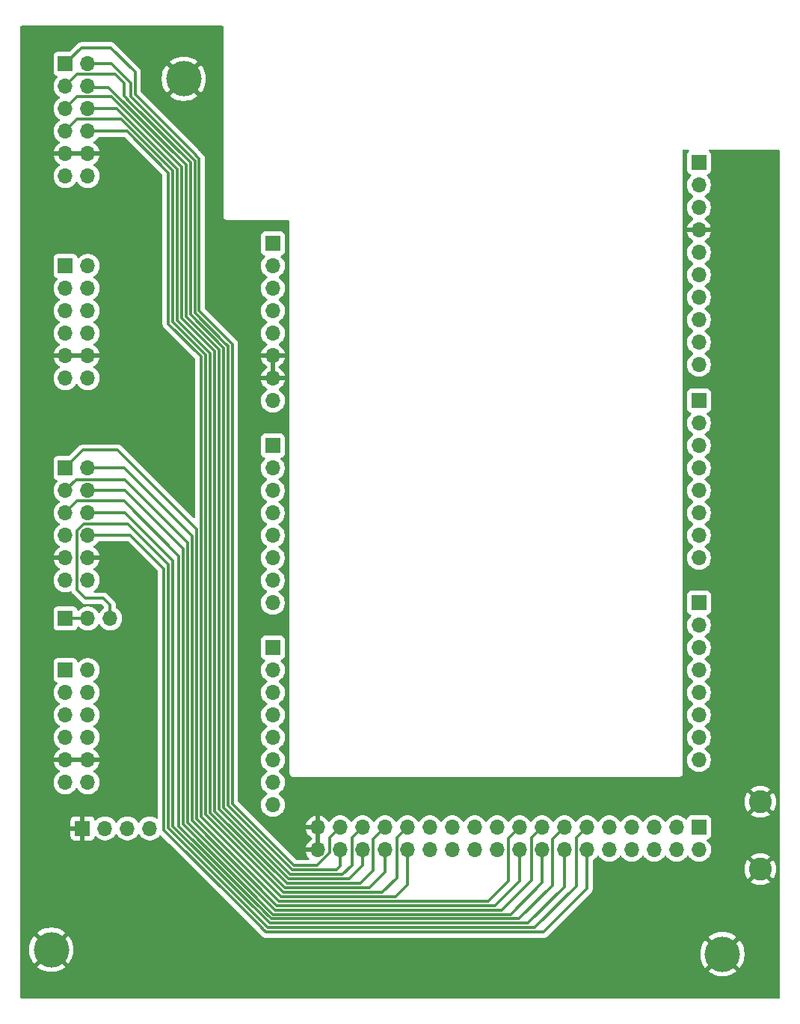
<source format=gbr>
%TF.GenerationSoftware,KiCad,Pcbnew,9.0.1-9.0.1-0~ubuntu24.04.1*%
%TF.CreationDate,2025-04-22T11:41:41+09:00*%
%TF.ProjectId,PSCE-MI_Arduino_DUE,50534345-2d4d-4495-9f41-726475696e6f,rev?*%
%TF.SameCoordinates,Original*%
%TF.FileFunction,Copper,L2,Bot*%
%TF.FilePolarity,Positive*%
%FSLAX46Y46*%
G04 Gerber Fmt 4.6, Leading zero omitted, Abs format (unit mm)*
G04 Created by KiCad (PCBNEW 9.0.1-9.0.1-0~ubuntu24.04.1) date 2025-04-22 11:41:41*
%MOMM*%
%LPD*%
G01*
G04 APERTURE LIST*
%TA.AperFunction,ComponentPad*%
%ADD10C,4.000000*%
%TD*%
%TA.AperFunction,ComponentPad*%
%ADD11R,1.700000X1.700000*%
%TD*%
%TA.AperFunction,ComponentPad*%
%ADD12O,1.700000X1.700000*%
%TD*%
%TA.AperFunction,ComponentPad*%
%ADD13C,2.600000*%
%TD*%
%TA.AperFunction,ViaPad*%
%ADD14C,0.600000*%
%TD*%
%TA.AperFunction,Conductor*%
%ADD15C,0.300000*%
%TD*%
G04 APERTURE END LIST*
D10*
%TO.P,TP2,1,1*%
%TO.N,GND*%
X115000000Y-52500000D03*
%TD*%
%TO.P,TP4,1,1*%
%TO.N,GND*%
X176000000Y-151500000D03*
%TD*%
D11*
%TO.P,Right_Bottom1,1,Pin_1*%
%TO.N,/D14*%
X173350000Y-111760000D03*
D12*
%TO.P,Right_Bottom1,2,Pin_2*%
%TO.N,/D15*%
X173350000Y-114300000D03*
%TO.P,Right_Bottom1,3,Pin_3*%
%TO.N,/D16*%
X173350000Y-116840000D03*
%TO.P,Right_Bottom1,4,Pin_4*%
%TO.N,/D17*%
X173350000Y-119380000D03*
%TO.P,Right_Bottom1,5,Pin_5*%
%TO.N,/D18*%
X173350000Y-121920000D03*
%TO.P,Right_Bottom1,6,Pin_6*%
%TO.N,/D19*%
X173350000Y-124460000D03*
%TO.P,Right_Bottom1,7,Pin_7*%
%TO.N,/I2C_SDA*%
X173350000Y-127000000D03*
%TO.P,Right_Bottom1,8,Pin_8*%
%TO.N,/I2C_SCK*%
X173350000Y-129540000D03*
%TD*%
D11*
%TO.P,JA1,1,Pin_1*%
%TO.N,/DUE52_JA1*%
X101600000Y-50800000D03*
D12*
%TO.P,JA1,2,Pin_2*%
%TO.N,/DUE53_JA7*%
X104140000Y-50800000D03*
%TO.P,JA1,3,Pin_3*%
%TO.N,/DUE50_JA2*%
X101600000Y-53340000D03*
%TO.P,JA1,4,Pin_4*%
%TO.N,/DUE51_JA8*%
X104140000Y-53340000D03*
%TO.P,JA1,5,Pin_5*%
%TO.N,/DUE48_JA3*%
X101600000Y-55880000D03*
%TO.P,JA1,6,Pin_6*%
%TO.N,/DUE49_JA9*%
X104140000Y-55880000D03*
%TO.P,JA1,7,Pin_7*%
%TO.N,/DUE46_JA4*%
X101600000Y-58420000D03*
%TO.P,JA1,8,Pin_8*%
%TO.N,/DUE47_JA10*%
X104140000Y-58420000D03*
%TO.P,JA1,9,Pin_9*%
%TO.N,GND*%
X101600000Y-60960000D03*
%TO.P,JA1,10,Pin_10*%
X104140000Y-60960000D03*
%TO.P,JA1,11,Pin_11*%
%TO.N,unconnected-(JA1-Pin_11-Pad11)*%
X101600000Y-63500000D03*
%TO.P,JA1,12,Pin_12*%
%TO.N,unconnected-(JA1-Pin_12-Pad12)*%
X104140000Y-63500000D03*
%TD*%
D11*
%TO.P,JC1,1,Pin_1*%
%TO.N,/DUE36_JC1*%
X101600000Y-96520000D03*
D12*
%TO.P,JC1,2,Pin_2*%
%TO.N,/DUE37_JC7*%
X104140000Y-96520000D03*
%TO.P,JC1,3,Pin_3*%
%TO.N,/DUE34_JC2*%
X101600000Y-99060000D03*
%TO.P,JC1,4,Pin_4*%
%TO.N,/DUE35_JC8*%
X104140000Y-99060000D03*
%TO.P,JC1,5,Pin_5*%
%TO.N,/DUE32_JC3*%
X101600000Y-101600000D03*
%TO.P,JC1,6,Pin_6*%
%TO.N,/DUE33_JC9*%
X104140000Y-101600000D03*
%TO.P,JC1,7,Pin_7*%
%TO.N,/CLK_DUT_JC4*%
X101600000Y-104140000D03*
%TO.P,JC1,8,Pin_8*%
%TO.N,/DUE31_JC10*%
X104140000Y-104140000D03*
%TO.P,JC1,9,Pin_9*%
%TO.N,GND*%
X101600000Y-106680000D03*
%TO.P,JC1,10,Pin_10*%
X104140000Y-106680000D03*
%TO.P,JC1,11,Pin_11*%
%TO.N,unconnected-(JC1-Pin_11-Pad11)*%
X101600000Y-109220000D03*
%TO.P,JC1,12,Pin_12*%
%TO.N,unconnected-(JC1-Pin_12-Pad12)*%
X104140000Y-109220000D03*
%TD*%
D11*
%TO.P,JB1,1,Pin_1*%
%TO.N,/DUE44_JB1*%
X101600000Y-73660000D03*
D12*
%TO.P,JB1,2,Pin_2*%
%TO.N,/DUE45_JB7*%
X104140000Y-73660000D03*
%TO.P,JB1,3,Pin_3*%
%TO.N,/DUE42_JB2*%
X101600000Y-76200000D03*
%TO.P,JB1,4,Pin_4*%
%TO.N,/DUE43_JB8*%
X104140000Y-76200000D03*
%TO.P,JB1,5,Pin_5*%
%TO.N,/DUE40_JB3*%
X101600000Y-78740000D03*
%TO.P,JB1,6,Pin_6*%
%TO.N,/DUE41_JB9*%
X104140000Y-78740000D03*
%TO.P,JB1,7,Pin_7*%
%TO.N,/DUE38_JB4*%
X101600000Y-81280000D03*
%TO.P,JB1,8,Pin_8*%
%TO.N,/DUE39_JB10*%
X104140000Y-81280000D03*
%TO.P,JB1,9,Pin_9*%
%TO.N,GND*%
X101600000Y-83820000D03*
%TO.P,JB1,10,Pin_10*%
X104140000Y-83820000D03*
%TO.P,JB1,11,Pin_11*%
%TO.N,unconnected-(JB1-Pin_11-Pad11)*%
X101600000Y-86360000D03*
%TO.P,JB1,12,Pin_12*%
%TO.N,unconnected-(JB1-Pin_12-Pad12)*%
X104140000Y-86360000D03*
%TD*%
D11*
%TO.P,Left_Middle1,1,Pin_1*%
%TO.N,/A0*%
X125090000Y-93990000D03*
D12*
%TO.P,Left_Middle1,2,Pin_2*%
%TO.N,/A1*%
X125090000Y-96530000D03*
%TO.P,Left_Middle1,3,Pin_3*%
%TO.N,/A2*%
X125090000Y-99070000D03*
%TO.P,Left_Middle1,4,Pin_4*%
%TO.N,/A3*%
X125090000Y-101610000D03*
%TO.P,Left_Middle1,5,Pin_5*%
%TO.N,/A4*%
X125090000Y-104150000D03*
%TO.P,Left_Middle1,6,Pin_6*%
%TO.N,/A5*%
X125090000Y-106690000D03*
%TO.P,Left_Middle1,7,Pin_7*%
%TO.N,/A6*%
X125090000Y-109230000D03*
%TO.P,Left_Middle1,8,Pin_8*%
%TO.N,/A7*%
X125090000Y-111770000D03*
%TD*%
D11*
%TO.P,J3,1,Pin_1*%
%TO.N,/CLK_DUT_JC4*%
X101600000Y-113538000D03*
D12*
%TO.P,J3,2,Pin_2*%
X104140000Y-113538000D03*
%TO.P,J3,3,Pin_3*%
%TO.N,/DUE30*%
X106680000Y-113538000D03*
%TD*%
D10*
%TO.P,TP1,1,1*%
%TO.N,GND*%
X100000000Y-151000000D03*
%TD*%
D11*
%TO.P,Right_Middle1,1,Pin_1*%
%TO.N,/D7*%
X173350000Y-88900000D03*
D12*
%TO.P,Right_Middle1,2,Pin_2*%
%TO.N,/D6*%
X173350000Y-91440000D03*
%TO.P,Right_Middle1,3,Pin_3*%
%TO.N,/D5*%
X173350000Y-93980000D03*
%TO.P,Right_Middle1,4,Pin_4*%
%TO.N,/D4*%
X173350000Y-96520000D03*
%TO.P,Right_Middle1,5,Pin_5*%
%TO.N,/D3*%
X173350000Y-99060000D03*
%TO.P,Right_Middle1,6,Pin_6*%
%TO.N,/D2*%
X173350000Y-101600000D03*
%TO.P,Right_Middle1,7,Pin_7*%
%TO.N,/D1*%
X173350000Y-104140000D03*
%TO.P,Right_Middle1,8,Pin_8*%
%TO.N,/D0*%
X173350000Y-106680000D03*
%TD*%
D11*
%TO.P,Left_Bottom1,1,Pin_1*%
%TO.N,/A8*%
X125100000Y-116840000D03*
D12*
%TO.P,Left_Bottom1,2,Pin_2*%
%TO.N,/A9*%
X125100000Y-119380000D03*
%TO.P,Left_Bottom1,3,Pin_3*%
%TO.N,/A10*%
X125100000Y-121920000D03*
%TO.P,Left_Bottom1,4,Pin_4*%
%TO.N,/A11*%
X125100000Y-124460000D03*
%TO.P,Left_Bottom1,5,Pin_5*%
%TO.N,/DAC_PWM2*%
X125100000Y-127000000D03*
%TO.P,Left_Bottom1,6,Pin_6*%
%TO.N,/DAC_PWM1*%
X125100000Y-129540000D03*
%TO.P,Left_Bottom1,7,Pin_7*%
%TO.N,/CANRX*%
X125100000Y-132080000D03*
%TO.P,Left_Bottom1,8,Pin_8*%
%TO.N,/CANTX*%
X125100000Y-134620000D03*
%TD*%
D11*
%TO.P,Right_Top1,1,Pin_1*%
%TO.N,/SCL1*%
X173350000Y-61970000D03*
D12*
%TO.P,Right_Top1,2,Pin_2*%
%TO.N,/SDA1*%
X173350000Y-64510000D03*
%TO.P,Right_Top1,3,Pin_3*%
%TO.N,/AREF*%
X173350000Y-67050000D03*
%TO.P,Right_Top1,4,Pin_4*%
%TO.N,GND*%
X173350000Y-69590000D03*
%TO.P,Right_Top1,5,Pin_5*%
%TO.N,/D13*%
X173350000Y-72130000D03*
%TO.P,Right_Top1,6,Pin_6*%
%TO.N,/D12*%
X173350000Y-74670000D03*
%TO.P,Right_Top1,7,Pin_7*%
%TO.N,/D11*%
X173350000Y-77210000D03*
%TO.P,Right_Top1,8,Pin_8*%
%TO.N,/D10*%
X173350000Y-79750000D03*
%TO.P,Right_Top1,9,Pin_9*%
%TO.N,/D9*%
X173350000Y-82290000D03*
%TO.P,Right_Top1,10,Pin_10*%
%TO.N,/D8*%
X173350000Y-84830000D03*
%TD*%
D11*
%TO.P,JD1,1,Pin_1*%
%TO.N,/DUE28_JD1*%
X101600000Y-119380000D03*
D12*
%TO.P,JD1,2,Pin_2*%
%TO.N,/DUE29_JD7*%
X104140000Y-119380000D03*
%TO.P,JD1,3,Pin_3*%
%TO.N,/DUE26_JD2*%
X101600000Y-121920000D03*
%TO.P,JD1,4,Pin_4*%
%TO.N,/DUE27_JD8*%
X104140000Y-121920000D03*
%TO.P,JD1,5,Pin_5*%
%TO.N,/DUE24_JD3*%
X101600000Y-124460000D03*
%TO.P,JD1,6,Pin_6*%
%TO.N,/DUE25_JD9*%
X104140000Y-124460000D03*
%TO.P,JD1,7,Pin_7*%
%TO.N,/DUE22_JD4*%
X101600000Y-127000000D03*
%TO.P,JD1,8,Pin_8*%
%TO.N,/DUE23_JD10*%
X104140000Y-127000000D03*
%TO.P,JD1,9,Pin_9*%
%TO.N,GND*%
X101600000Y-129540000D03*
%TO.P,JD1,10,Pin_10*%
X104140000Y-129540000D03*
%TO.P,JD1,11,Pin_11*%
%TO.N,unconnected-(JD1-Pin_11-Pad11)*%
X101600000Y-132080000D03*
%TO.P,JD1,12,Pin_12*%
%TO.N,unconnected-(JD1-Pin_12-Pad12)*%
X104140000Y-132080000D03*
%TD*%
D13*
%TO.P,TP3,1,1*%
%TO.N,GND*%
X180280000Y-134280000D03*
X180280000Y-141900000D03*
%TD*%
D11*
%TO.P,J2,1,Pin_1*%
%TO.N,GND*%
X103540000Y-137280000D03*
D12*
%TO.P,J2,2,Pin_2*%
%TO.N,/VDD_3V3*%
X106080000Y-137280000D03*
%TO.P,J2,3,Pin_3*%
%TO.N,/I2C_SCK*%
X108620000Y-137280000D03*
%TO.P,J2,4,Pin_4*%
%TO.N,/I2C_SDA*%
X111160000Y-137280000D03*
%TD*%
D11*
%TO.P,J1,1,Pin_1*%
%TO.N,/+5V*%
X173355000Y-137160000D03*
D12*
%TO.P,J1,2,Pin_2*%
X173355000Y-139700000D03*
%TO.P,J1,3,Pin_3*%
%TO.N,/DUE22_JD4*%
X170815000Y-137160000D03*
%TO.P,J1,4,Pin_4*%
%TO.N,/DUE23_JD10*%
X170815000Y-139700000D03*
%TO.P,J1,5,Pin_5*%
%TO.N,/DUE24_JD3*%
X168275000Y-137160000D03*
%TO.P,J1,6,Pin_6*%
%TO.N,/DUE25_JD9*%
X168275000Y-139700000D03*
%TO.P,J1,7,Pin_7*%
%TO.N,/DUE26_JD2*%
X165735000Y-137160000D03*
%TO.P,J1,8,Pin_8*%
%TO.N,/DUE27_JD8*%
X165735000Y-139700000D03*
%TO.P,J1,9,Pin_9*%
%TO.N,/DUE28_JD1*%
X163195000Y-137160000D03*
%TO.P,J1,10,Pin_10*%
%TO.N,/DUE29_JD7*%
X163195000Y-139700000D03*
%TO.P,J1,11,Pin_11*%
%TO.N,/DUE30*%
X160655000Y-137160000D03*
%TO.P,J1,12,Pin_12*%
%TO.N,/DUE31_JC10*%
X160655000Y-139700000D03*
%TO.P,J1,13,Pin_13*%
%TO.N,/DUE32_JC3*%
X158115000Y-137160000D03*
%TO.P,J1,14,Pin_14*%
%TO.N,/DUE33_JC9*%
X158115000Y-139700000D03*
%TO.P,J1,15,Pin_15*%
%TO.N,/DUE34_JC2*%
X155575000Y-137160000D03*
%TO.P,J1,16,Pin_16*%
%TO.N,/DUE35_JC8*%
X155575000Y-139700000D03*
%TO.P,J1,17,Pin_17*%
%TO.N,/DUE36_JC1*%
X153035000Y-137160000D03*
%TO.P,J1,18,Pin_18*%
%TO.N,/DUE37_JC7*%
X153035000Y-139700000D03*
%TO.P,J1,19,Pin_19*%
%TO.N,/DUE38_JB4*%
X150495000Y-137160000D03*
%TO.P,J1,20,Pin_20*%
%TO.N,/DUE39_JB10*%
X150495000Y-139700000D03*
%TO.P,J1,21,Pin_21*%
%TO.N,/DUE40_JB3*%
X147955000Y-137160000D03*
%TO.P,J1,22,Pin_22*%
%TO.N,/DUE41_JB9*%
X147955000Y-139700000D03*
%TO.P,J1,23,Pin_23*%
%TO.N,/DUE42_JB2*%
X145415000Y-137160000D03*
%TO.P,J1,24,Pin_24*%
%TO.N,/DUE43_JB8*%
X145415000Y-139700000D03*
%TO.P,J1,25,Pin_25*%
%TO.N,/DUE44_JB1*%
X142875000Y-137160000D03*
%TO.P,J1,26,Pin_26*%
%TO.N,/DUE45_JB7*%
X142875000Y-139700000D03*
%TO.P,J1,27,Pin_27*%
%TO.N,/DUE46_JA4*%
X140335000Y-137160000D03*
%TO.P,J1,28,Pin_28*%
%TO.N,/DUE47_JA10*%
X140335000Y-139700000D03*
%TO.P,J1,29,Pin_29*%
%TO.N,/DUE48_JA3*%
X137795000Y-137160000D03*
%TO.P,J1,30,Pin_30*%
%TO.N,/DUE49_JA9*%
X137795000Y-139700000D03*
%TO.P,J1,31,Pin_31*%
%TO.N,/DUE50_JA2*%
X135255000Y-137160000D03*
%TO.P,J1,32,Pin_32*%
%TO.N,/DUE51_JA8*%
X135255000Y-139700000D03*
%TO.P,J1,33,Pin_33*%
%TO.N,/DUE52_JA1*%
X132715000Y-137160000D03*
%TO.P,J1,34,Pin_34*%
%TO.N,/DUE53_JA7*%
X132715000Y-139700000D03*
%TO.P,J1,35,Pin_35*%
%TO.N,GND*%
X130175000Y-137160000D03*
%TO.P,J1,36,Pin_36*%
X130175000Y-139700000D03*
%TD*%
D11*
%TO.P,Left_Top1,1,Pin_1*%
%TO.N,unconnected-(Left_Top1-Pin_1-Pad1)*%
X125100000Y-71120000D03*
D12*
%TO.P,Left_Top1,2,Pin_2*%
%TO.N,/IOREF*%
X125100000Y-73660000D03*
%TO.P,Left_Top1,3,Pin_3*%
%TO.N,/RESET*%
X125100000Y-76200000D03*
%TO.P,Left_Top1,4,Pin_4*%
%TO.N,/VDD_3V3*%
X125100000Y-78740000D03*
%TO.P,Left_Top1,5,Pin_5*%
%TO.N,/5V*%
X125100000Y-81280000D03*
%TO.P,Left_Top1,6,Pin_6*%
%TO.N,GND*%
X125100000Y-83820000D03*
%TO.P,Left_Top1,7,Pin_7*%
X125100000Y-86360000D03*
%TO.P,Left_Top1,8,Pin_8*%
%TO.N,/VIN*%
X125100000Y-88900000D03*
%TD*%
D14*
%TO.N,GND*%
X180340000Y-87630000D03*
X180340000Y-97790000D03*
X124460000Y-114300000D03*
X180340000Y-118110000D03*
X110490000Y-132080000D03*
X119380000Y-71120000D03*
X111760000Y-147320000D03*
X180340000Y-109220000D03*
X157480000Y-152400000D03*
X128270000Y-152400000D03*
X99060000Y-143510000D03*
X99060000Y-66040000D03*
X163830000Y-152400000D03*
X116840000Y-58420000D03*
X106680000Y-91440000D03*
X173990000Y-143510000D03*
X111760000Y-48260000D03*
X109220000Y-66040000D03*
X109220000Y-116840000D03*
X116840000Y-151130000D03*
X101600000Y-91440000D03*
X110490000Y-71120000D03*
X179070000Y-147320000D03*
X116840000Y-143510000D03*
X171450000Y-153670000D03*
X124460000Y-91440000D03*
X106680000Y-143510000D03*
X109220000Y-111760000D03*
X127000000Y-137160000D03*
X116840000Y-48260000D03*
%TD*%
D15*
%TO.N,/DUE46_JA4*%
X102939000Y-57081000D02*
X101600000Y-58420000D01*
X126255874Y-144505000D02*
X117456575Y-135705701D01*
X113746000Y-62913040D02*
X107913960Y-57081000D01*
X137495000Y-144505000D02*
X126255874Y-144505000D01*
X140335000Y-137160000D02*
X139134000Y-138361000D01*
X139134000Y-142866000D02*
X137495000Y-144505000D01*
X113746000Y-79996000D02*
X113746000Y-62913040D01*
X117456575Y-135705701D02*
X117456575Y-83706575D01*
X139134000Y-138361000D02*
X139134000Y-142866000D01*
X117456575Y-83706575D02*
X113746000Y-79996000D01*
X107913960Y-57081000D02*
X102939000Y-57081000D01*
%TO.N,/DUE49_JA9*%
X114246000Y-79787607D02*
X114246000Y-62704519D01*
X137795000Y-139700000D02*
X137795000Y-142205000D01*
X108414960Y-56873480D02*
X113953521Y-62412040D01*
X108414960Y-56873479D02*
X108414960Y-56873480D01*
X108121481Y-56580000D02*
X108121480Y-56580000D01*
X135996000Y-144004000D02*
X126463396Y-144004000D01*
X108121481Y-56580000D02*
X108414960Y-56873479D01*
X107421480Y-55880000D02*
X108121481Y-56580000D01*
X104140000Y-55880000D02*
X107421480Y-55880000D01*
X114246000Y-62704519D02*
X113953521Y-62412040D01*
X117995000Y-135535603D02*
X117995000Y-83536607D01*
X113953521Y-62412040D02*
X113953520Y-62412040D01*
X137795000Y-142205000D02*
X135996000Y-144004000D01*
X117995000Y-83536607D02*
X114246000Y-79787607D01*
X126463396Y-144004000D02*
X117995000Y-135535603D01*
%TO.N,/DUE36_JC1*%
X116454575Y-136204575D02*
X116454575Y-103454575D01*
X151750000Y-143250000D02*
X149492999Y-145507001D01*
X153035000Y-137160000D02*
X151750000Y-138445000D01*
X125757001Y-145507001D02*
X116454575Y-136204575D01*
X116454575Y-103454575D02*
X107500000Y-94500000D01*
X149492999Y-145507001D02*
X125757001Y-145507001D01*
X151750000Y-138445000D02*
X151750000Y-143250000D01*
X103620000Y-94500000D02*
X101600000Y-96520000D01*
X107500000Y-94500000D02*
X103620000Y-94500000D01*
%TO.N,/DUE50_JA2*%
X108792480Y-55001000D02*
X108499000Y-54707521D01*
X119498000Y-134913043D02*
X119498000Y-82914040D01*
X135255000Y-137160000D02*
X134054000Y-138361000D01*
X115749000Y-79165040D02*
X115749000Y-79000000D01*
X115749000Y-61957520D02*
X108792480Y-55001000D01*
X134054000Y-141446000D02*
X133000000Y-142500000D01*
X115749000Y-79000000D02*
X115749000Y-61957520D01*
X108250000Y-54458520D02*
X108250000Y-53000000D01*
X127084957Y-142500000D02*
X119498000Y-134913043D01*
X108499000Y-54707521D02*
X108250000Y-54458520D01*
X133000000Y-142500000D02*
X127084957Y-142500000D01*
X108250000Y-53000000D02*
X107251000Y-52001000D01*
X115749000Y-79165042D02*
X115749000Y-79000000D01*
X107251000Y-52001000D02*
X102939000Y-52001000D01*
X119498000Y-82914040D02*
X115749000Y-79165040D01*
X134054000Y-138361000D02*
X134054000Y-141446000D01*
X102939000Y-52001000D02*
X101600000Y-53340000D01*
%TO.N,/DUE53_JA7*%
X116250000Y-61749999D02*
X116250000Y-61750000D01*
X119999000Y-83121560D02*
X119999000Y-82706520D01*
X119705521Y-82413040D02*
X119705520Y-82413040D01*
X132251000Y-141999000D02*
X132251001Y-141999000D01*
X106800000Y-50800000D02*
X104140000Y-50800000D01*
X109293480Y-54793480D02*
X109293480Y-54793478D01*
X119999000Y-82706519D02*
X119705521Y-82413040D01*
X115956520Y-61456520D02*
X109293480Y-54793480D01*
X119999000Y-134705523D02*
X119999000Y-83121560D01*
X109000000Y-54500000D02*
X109000000Y-53000000D01*
X132251000Y-141999000D02*
X132250998Y-141999000D01*
X127292477Y-141999000D02*
X119999000Y-134705523D01*
X132715000Y-141535000D02*
X132251000Y-141999000D01*
X109000000Y-53000000D02*
X106800000Y-50800000D01*
X116250000Y-61750000D02*
X115956521Y-61456520D01*
X132250999Y-141998999D02*
X127292477Y-141999000D01*
X132715000Y-139700000D02*
X132715000Y-141535000D01*
X116250000Y-78957519D02*
X116250000Y-78792479D01*
X115956521Y-61456520D02*
X115956520Y-61456520D01*
X119705520Y-82413040D02*
X116250000Y-78957519D01*
X116250000Y-78792479D02*
X116250000Y-62165040D01*
X109293480Y-54793478D02*
X109000000Y-54500000D01*
X116250000Y-62165040D02*
X116250000Y-61749999D01*
X132250998Y-141999000D02*
X132250999Y-141998999D01*
X119999000Y-82706520D02*
X119999000Y-82706519D01*
%TO.N,/DUE30*%
X102939000Y-103642529D02*
X103711529Y-102870000D01*
X102939000Y-110305000D02*
X102939000Y-103642529D01*
X159454000Y-143822000D02*
X159454000Y-138361000D01*
X108712000Y-102870000D02*
X113249000Y-107407000D01*
X105918000Y-111252000D02*
X103886000Y-111252000D01*
X124511873Y-148513001D02*
X154762999Y-148513001D01*
X113249000Y-107407000D02*
X113249000Y-137250124D01*
X106680000Y-112014000D02*
X105918000Y-111252000D01*
X103711529Y-102870000D02*
X108712000Y-102870000D01*
X103886000Y-111252000D02*
X102939000Y-110305000D01*
X106680000Y-113538000D02*
X106680000Y-112014000D01*
X113249000Y-137250124D02*
X124511873Y-148513001D01*
X159454000Y-138361000D02*
X160655000Y-137160000D01*
X154762999Y-148513001D02*
X159454000Y-143822000D01*
%TO.N,/DUE52_JA1*%
X109501000Y-54250000D02*
X109501000Y-51751000D01*
X116751000Y-61542478D02*
X116457521Y-61248999D01*
X131514000Y-138361000D02*
X131514000Y-140059471D01*
X120500000Y-82498998D02*
X116751000Y-78749997D01*
X103400000Y-49000000D02*
X101600000Y-50800000D01*
X116457520Y-61249000D02*
X116457521Y-61249000D01*
X116250000Y-60999000D02*
X109501000Y-54250000D01*
X131514000Y-140059471D02*
X130075472Y-141497999D01*
X109501000Y-51751000D02*
X106750000Y-49000000D01*
X127499997Y-141498000D02*
X120500000Y-134498003D01*
X132715000Y-137160000D02*
X131514000Y-138361000D01*
X116250000Y-61041480D02*
X116250000Y-60999000D01*
X116457521Y-61248999D02*
X116457520Y-61249000D01*
X120500000Y-134498003D02*
X120500000Y-82498998D01*
X116751000Y-78749997D02*
X116751000Y-61542478D01*
X130075472Y-141497999D02*
X127499997Y-141498000D01*
X106750000Y-49000000D02*
X103400000Y-49000000D01*
X116457521Y-61249000D02*
X116250000Y-61041480D01*
%TO.N,/DUE34_JC2*%
X115452575Y-104952575D02*
X108359000Y-97859000D01*
X150990999Y-146509001D02*
X125759001Y-146509001D01*
X124755001Y-145922043D02*
X115452575Y-136619615D01*
X125048479Y-146215523D02*
X125048480Y-146215522D01*
X125341958Y-146509002D02*
X125341960Y-146509001D01*
X155575000Y-137160000D02*
X154374000Y-138361000D01*
X102801000Y-97859000D02*
X101600000Y-99060000D01*
X154374000Y-138361000D02*
X154374000Y-143126000D01*
X115452575Y-136619615D02*
X115452575Y-104952575D01*
X125048480Y-146215522D02*
X125048479Y-146215520D01*
X125757002Y-146509002D02*
X125341958Y-146509002D01*
X125341960Y-146509001D02*
X125048479Y-146215523D01*
X154374000Y-143126000D02*
X150990999Y-146509001D01*
X125759001Y-146509001D02*
X125757002Y-146509002D01*
X108359000Y-97859000D02*
X102801000Y-97859000D01*
X125048479Y-146215520D02*
X124755001Y-145922043D01*
%TO.N,/DUE37_JC7*%
X153035000Y-143215000D02*
X150241999Y-146008001D01*
X150241999Y-146008001D02*
X125549480Y-146008001D01*
X115953575Y-104203575D02*
X108270000Y-96520000D01*
X153035000Y-139700000D02*
X153035000Y-143215000D01*
X125549480Y-146008001D02*
X115953575Y-136412096D01*
X108270000Y-96520000D02*
X104140000Y-96520000D01*
X115953575Y-136412096D02*
X115953575Y-104203575D01*
%TO.N,/DUE48_JA3*%
X137795000Y-137160000D02*
X136456000Y-138499000D01*
X106791000Y-54541000D02*
X114747000Y-62497000D01*
X118496000Y-135328083D02*
X118496000Y-87250000D01*
X101600000Y-55880000D02*
X102939000Y-54541000D01*
X114747000Y-62497000D02*
X114747000Y-79580084D01*
X118496000Y-83329081D02*
X118496000Y-87250000D01*
X118496000Y-83329080D02*
X118496000Y-87250000D01*
X136456000Y-142044000D02*
X134997000Y-143503000D01*
X102939000Y-54541000D02*
X106791000Y-54541000D01*
X136456000Y-138499000D02*
X136456000Y-142044000D01*
X134997000Y-143503000D02*
X126670917Y-143503000D01*
X114747004Y-79580084D02*
X118496000Y-83329080D01*
X126670917Y-143503000D02*
X118496000Y-135328083D01*
X114747000Y-79580084D02*
X114747004Y-79580084D01*
%TO.N,/DUE35_JC8*%
X114951575Y-105648368D02*
X108363207Y-99060000D01*
X108363207Y-99060000D02*
X104140000Y-99060000D01*
X151989998Y-147010002D02*
X125134437Y-147010002D01*
X155575000Y-139700000D02*
X155575000Y-143425000D01*
X125134437Y-147010002D02*
X114951575Y-136827141D01*
X114951575Y-136827141D02*
X114951575Y-105648368D01*
X155575000Y-143425000D02*
X151989998Y-147010002D01*
%TO.N,/DUE47_JA10*%
X116955575Y-135913221D02*
X116955575Y-83914095D01*
X140335000Y-143665000D02*
X138994000Y-145006000D01*
X116955575Y-83914095D02*
X113245000Y-80203521D01*
X113245000Y-63120560D02*
X108544440Y-58420000D01*
X126048354Y-145006000D02*
X116955575Y-135913221D01*
X140335000Y-139700000D02*
X140335000Y-143665000D01*
X113245000Y-80203521D02*
X113245000Y-63120560D01*
X138994000Y-145006000D02*
X126048354Y-145006000D01*
X108544440Y-58420000D02*
X104140000Y-58420000D01*
%TO.N,/DUE33_JC9*%
X158115000Y-143885000D02*
X153987999Y-148012001D01*
X124719397Y-148012001D02*
X113750000Y-137042604D01*
X153987999Y-148012001D02*
X124719397Y-148012001D01*
X113750000Y-137042604D02*
X113750000Y-107000000D01*
X108350000Y-101600000D02*
X104140000Y-101600000D01*
X158115000Y-139700000D02*
X158115000Y-143885000D01*
X113750000Y-107000000D02*
X108350000Y-101600000D01*
%TO.N,/DUE31_JC10*%
X112748000Y-137457644D02*
X112748000Y-137457645D01*
X123717396Y-148427041D02*
X123717396Y-148427043D01*
X124719397Y-149014001D02*
X155735999Y-149014001D01*
X114000000Y-138709645D02*
X120256585Y-144966230D01*
X120256585Y-144966230D02*
X123717396Y-148427041D01*
X112748000Y-137457647D02*
X112748000Y-107922000D01*
X124010875Y-148720523D02*
X124304356Y-149014001D01*
X123717396Y-148427044D02*
X124010875Y-148720523D01*
X124304356Y-149014001D02*
X124719398Y-149014002D01*
X124719398Y-149014002D02*
X124719397Y-149014001D01*
X108966000Y-104140000D02*
X104140000Y-104140000D01*
X155735999Y-149014001D02*
X160655000Y-144095000D01*
X112748000Y-107922000D02*
X108966000Y-104140000D01*
X112748000Y-137457645D02*
X112748000Y-137457647D01*
X112748000Y-137457647D02*
X114000000Y-138709645D01*
X160655000Y-144095000D02*
X160655000Y-139700000D01*
X123717396Y-148427043D02*
X123717396Y-148427044D01*
%TO.N,/DUE51_JA8*%
X118997000Y-135120563D02*
X118997000Y-83121560D01*
X104300000Y-53500000D02*
X104140000Y-53340000D01*
X135255000Y-139700000D02*
X135255000Y-141495000D01*
X118997000Y-83121560D02*
X115248000Y-79372560D01*
X115248000Y-62248000D02*
X106500000Y-53500000D01*
X106500000Y-53500000D02*
X104300000Y-53500000D01*
X115248000Y-79372560D02*
X115248000Y-62248000D01*
X126878437Y-143002000D02*
X118997000Y-135120563D01*
X135255000Y-141495000D02*
X133748000Y-143002000D01*
X133748000Y-143002000D02*
X126878437Y-143002000D01*
%TO.N,/DUE32_JC3*%
X126172044Y-147511002D02*
X125757002Y-147511002D01*
X124339958Y-146924043D02*
X124163872Y-146747957D01*
X102950000Y-100250000D02*
X101600000Y-101600000D01*
X124926920Y-147511002D02*
X124926917Y-147511002D01*
X104648471Y-100250000D02*
X104637471Y-100261000D01*
X125757002Y-147511002D02*
X125757000Y-147511002D01*
X124163872Y-146747957D02*
X124085611Y-146669698D01*
X124457353Y-147041438D02*
X124339961Y-146924046D01*
X114450575Y-106450575D02*
X108250000Y-100250000D01*
X103642529Y-100261000D02*
X103631529Y-100250000D01*
X104637471Y-100261000D02*
X103642529Y-100261000D01*
X120457957Y-143042043D02*
X114450575Y-137034662D01*
X156776000Y-138499000D02*
X156776000Y-143724000D01*
X129000000Y-147511001D02*
X126172044Y-147511002D01*
X125757000Y-147511002D02*
X125341962Y-147511002D01*
X124339961Y-146924046D02*
X124339959Y-146924046D01*
X158115000Y-137160000D02*
X156776000Y-138499000D01*
X120457957Y-143042043D02*
X116000000Y-138584085D01*
X124046481Y-146630569D02*
X124046481Y-146630566D01*
X124339959Y-146924046D02*
X124339958Y-146924043D01*
X125341962Y-147511002D02*
X125341960Y-147511002D01*
X114450575Y-137034662D02*
X114450575Y-106450575D01*
X124046481Y-146630566D02*
X120457957Y-143042043D01*
X124926917Y-147511002D02*
X124633438Y-147217523D01*
X124633438Y-147217523D02*
X124457353Y-147041438D01*
X124926916Y-147511002D02*
X114450575Y-137034662D01*
X152988999Y-147511001D02*
X129000000Y-147511001D01*
X125341957Y-147511002D02*
X124926920Y-147511002D01*
X126089959Y-147511001D02*
X129000000Y-147511001D01*
X124085611Y-146669698D02*
X124046481Y-146630569D01*
X124926917Y-147511002D02*
X124926916Y-147511002D01*
X103631529Y-100250000D02*
X102950000Y-100250000D01*
X156776000Y-143724000D02*
X152988999Y-147511001D01*
X125341957Y-147511002D02*
X124926916Y-147511002D01*
X125341960Y-147511002D02*
X125341957Y-147511002D01*
X108250000Y-100250000D02*
X104648471Y-100250000D01*
%TO.N,/CLK_DUT_JC4*%
X101600000Y-113538000D02*
X104140000Y-113538000D01*
%TD*%
%TA.AperFunction,Conductor*%
%TO.N,GND*%
G36*
X130425000Y-139266988D02*
G01*
X130367993Y-139234075D01*
X130240826Y-139200000D01*
X130109174Y-139200000D01*
X129982007Y-139234075D01*
X129925000Y-139266988D01*
X129925000Y-137593012D01*
X129982007Y-137625925D01*
X130109174Y-137660000D01*
X130240826Y-137660000D01*
X130367993Y-137625925D01*
X130425000Y-137593012D01*
X130425000Y-139266988D01*
G37*
%TD.AperFunction*%
%TA.AperFunction,Conductor*%
G36*
X102231539Y-106449685D02*
G01*
X102277294Y-106502489D01*
X102288500Y-106554000D01*
X102288500Y-106806000D01*
X102268815Y-106873039D01*
X102216011Y-106918794D01*
X102164500Y-106930000D01*
X102033012Y-106930000D01*
X102065925Y-106872993D01*
X102100000Y-106745826D01*
X102100000Y-106614174D01*
X102065925Y-106487007D01*
X102033012Y-106430000D01*
X102164500Y-106430000D01*
X102231539Y-106449685D01*
G37*
%TD.AperFunction*%
%TA.AperFunction,Conductor*%
G36*
X103674075Y-106487007D02*
G01*
X103640000Y-106614174D01*
X103640000Y-106745826D01*
X103674075Y-106872993D01*
X103705658Y-106927697D01*
X103646461Y-106910315D01*
X103600706Y-106857511D01*
X103589500Y-106806000D01*
X103589500Y-106554000D01*
X103609185Y-106486961D01*
X103661989Y-106441206D01*
X103706052Y-106431620D01*
X103674075Y-106487007D01*
G37*
%TD.AperFunction*%
%TA.AperFunction,Conductor*%
G36*
X103674075Y-60767007D02*
G01*
X103640000Y-60894174D01*
X103640000Y-61025826D01*
X103674075Y-61152993D01*
X103706988Y-61210000D01*
X102033012Y-61210000D01*
X102065925Y-61152993D01*
X102100000Y-61025826D01*
X102100000Y-60894174D01*
X102065925Y-60767007D01*
X102033012Y-60710000D01*
X103706988Y-60710000D01*
X103674075Y-60767007D01*
G37*
%TD.AperFunction*%
%TA.AperFunction,Conductor*%
G36*
X103674075Y-129347007D02*
G01*
X103640000Y-129474174D01*
X103640000Y-129605826D01*
X103674075Y-129732993D01*
X103706988Y-129790000D01*
X102033012Y-129790000D01*
X102065925Y-129732993D01*
X102100000Y-129605826D01*
X102100000Y-129474174D01*
X102065925Y-129347007D01*
X102033012Y-129290000D01*
X103706988Y-129290000D01*
X103674075Y-129347007D01*
G37*
%TD.AperFunction*%
%TA.AperFunction,Conductor*%
G36*
X125350000Y-85926988D02*
G01*
X125292993Y-85894075D01*
X125165826Y-85860000D01*
X125034174Y-85860000D01*
X124907007Y-85894075D01*
X124850000Y-85926988D01*
X124850000Y-84253012D01*
X124907007Y-84285925D01*
X125034174Y-84320000D01*
X125165826Y-84320000D01*
X125292993Y-84285925D01*
X125350000Y-84253012D01*
X125350000Y-85926988D01*
G37*
%TD.AperFunction*%
%TA.AperFunction,Conductor*%
G36*
X103674075Y-83627007D02*
G01*
X103640000Y-83754174D01*
X103640000Y-83885826D01*
X103674075Y-84012993D01*
X103706988Y-84070000D01*
X102033012Y-84070000D01*
X102065925Y-84012993D01*
X102100000Y-83885826D01*
X102100000Y-83754174D01*
X102065925Y-83627007D01*
X102033012Y-83570000D01*
X103706988Y-83570000D01*
X103674075Y-83627007D01*
G37*
%TD.AperFunction*%
%TA.AperFunction,Conductor*%
G36*
X119442539Y-46520185D02*
G01*
X119488294Y-46572989D01*
X119499500Y-46624500D01*
X119499500Y-68065892D01*
X119516554Y-68129539D01*
X119533608Y-68193187D01*
X119543196Y-68209793D01*
X119599500Y-68307314D01*
X119692686Y-68400500D01*
X119806814Y-68466392D01*
X119934108Y-68500500D01*
X119954108Y-68500500D01*
X126875500Y-68500500D01*
X126942539Y-68520185D01*
X126988294Y-68572989D01*
X126999500Y-68624500D01*
X126999500Y-131065891D01*
X127033608Y-131193187D01*
X127037662Y-131200208D01*
X127099500Y-131307314D01*
X127192686Y-131400500D01*
X127306814Y-131466392D01*
X127434108Y-131500500D01*
X127434110Y-131500500D01*
X171065890Y-131500500D01*
X171065892Y-131500500D01*
X171193186Y-131466392D01*
X171307314Y-131400500D01*
X171400500Y-131307314D01*
X171466392Y-131193186D01*
X171500500Y-131065892D01*
X171500500Y-110862135D01*
X171999500Y-110862135D01*
X171999500Y-112657870D01*
X171999501Y-112657876D01*
X172005908Y-112717483D01*
X172056202Y-112852328D01*
X172056206Y-112852335D01*
X172142452Y-112967544D01*
X172142455Y-112967547D01*
X172257664Y-113053793D01*
X172257671Y-113053797D01*
X172389082Y-113102810D01*
X172445016Y-113144681D01*
X172469433Y-113210145D01*
X172454582Y-113278418D01*
X172433431Y-113306673D01*
X172319889Y-113420215D01*
X172194951Y-113592179D01*
X172098444Y-113781585D01*
X172032753Y-113983760D01*
X172021246Y-114056412D01*
X171999500Y-114193713D01*
X171999500Y-114406287D01*
X172032754Y-114616243D01*
X172089067Y-114789557D01*
X172098444Y-114818414D01*
X172194951Y-115007820D01*
X172319890Y-115179786D01*
X172470213Y-115330109D01*
X172642182Y-115455050D01*
X172650946Y-115459516D01*
X172701742Y-115507491D01*
X172718536Y-115575312D01*
X172695998Y-115641447D01*
X172650946Y-115680484D01*
X172642182Y-115684949D01*
X172470213Y-115809890D01*
X172319890Y-115960213D01*
X172194951Y-116132179D01*
X172098444Y-116321585D01*
X172032753Y-116523760D01*
X171999500Y-116733713D01*
X171999500Y-116946286D01*
X172032753Y-117156239D01*
X172098444Y-117358414D01*
X172194951Y-117547820D01*
X172319890Y-117719786D01*
X172470213Y-117870109D01*
X172642182Y-117995050D01*
X172650946Y-117999516D01*
X172701742Y-118047491D01*
X172718536Y-118115312D01*
X172695998Y-118181447D01*
X172650946Y-118220484D01*
X172642182Y-118224949D01*
X172470213Y-118349890D01*
X172319890Y-118500213D01*
X172194951Y-118672179D01*
X172098444Y-118861585D01*
X172032753Y-119063760D01*
X171999500Y-119273713D01*
X171999500Y-119486286D01*
X172032753Y-119696239D01*
X172098444Y-119898414D01*
X172194951Y-120087820D01*
X172319890Y-120259786D01*
X172470213Y-120410109D01*
X172642182Y-120535050D01*
X172650946Y-120539516D01*
X172701742Y-120587491D01*
X172718536Y-120655312D01*
X172695998Y-120721447D01*
X172650946Y-120760484D01*
X172642182Y-120764949D01*
X172470213Y-120889890D01*
X172319890Y-121040213D01*
X172194951Y-121212179D01*
X172098444Y-121401585D01*
X172032753Y-121603760D01*
X171999500Y-121813713D01*
X171999500Y-122026286D01*
X172032753Y-122236239D01*
X172098444Y-122438414D01*
X172194951Y-122627820D01*
X172319890Y-122799786D01*
X172470213Y-122950109D01*
X172642182Y-123075050D01*
X172650946Y-123079516D01*
X172701742Y-123127491D01*
X172718536Y-123195312D01*
X172695998Y-123261447D01*
X172650946Y-123300484D01*
X172642182Y-123304949D01*
X172470213Y-123429890D01*
X172319890Y-123580213D01*
X172194951Y-123752179D01*
X172098444Y-123941585D01*
X172032753Y-124143760D01*
X171999500Y-124353713D01*
X171999500Y-124566286D01*
X172032753Y-124776239D01*
X172098444Y-124978414D01*
X172194951Y-125167820D01*
X172319890Y-125339786D01*
X172470213Y-125490109D01*
X172642182Y-125615050D01*
X172650946Y-125619516D01*
X172701742Y-125667491D01*
X172718536Y-125735312D01*
X172695998Y-125801447D01*
X172650946Y-125840484D01*
X172642182Y-125844949D01*
X172470213Y-125969890D01*
X172319890Y-126120213D01*
X172194951Y-126292179D01*
X172098444Y-126481585D01*
X172032753Y-126683760D01*
X171999500Y-126893713D01*
X171999500Y-127106286D01*
X172032753Y-127316239D01*
X172098444Y-127518414D01*
X172194951Y-127707820D01*
X172319890Y-127879786D01*
X172470213Y-128030109D01*
X172642182Y-128155050D01*
X172650946Y-128159516D01*
X172701742Y-128207491D01*
X172718536Y-128275312D01*
X172695998Y-128341447D01*
X172650946Y-128380484D01*
X172642182Y-128384949D01*
X172470213Y-128509890D01*
X172319890Y-128660213D01*
X172194951Y-128832179D01*
X172098444Y-129021585D01*
X172032753Y-129223760D01*
X171999500Y-129433713D01*
X171999500Y-129646286D01*
X172032753Y-129856239D01*
X172098444Y-130058414D01*
X172194951Y-130247820D01*
X172319890Y-130419786D01*
X172470213Y-130570109D01*
X172642179Y-130695048D01*
X172642181Y-130695049D01*
X172642184Y-130695051D01*
X172831588Y-130791557D01*
X173033757Y-130857246D01*
X173243713Y-130890500D01*
X173243714Y-130890500D01*
X173456286Y-130890500D01*
X173456287Y-130890500D01*
X173666243Y-130857246D01*
X173868412Y-130791557D01*
X174057816Y-130695051D01*
X174079789Y-130679086D01*
X174229786Y-130570109D01*
X174229788Y-130570106D01*
X174229792Y-130570104D01*
X174380104Y-130419792D01*
X174380106Y-130419788D01*
X174380109Y-130419786D01*
X174505048Y-130247820D01*
X174505047Y-130247820D01*
X174505051Y-130247816D01*
X174601557Y-130058412D01*
X174667246Y-129856243D01*
X174700500Y-129646287D01*
X174700500Y-129433713D01*
X174667246Y-129223757D01*
X174601557Y-129021588D01*
X174505051Y-128832184D01*
X174505049Y-128832181D01*
X174505048Y-128832179D01*
X174380109Y-128660213D01*
X174229786Y-128509890D01*
X174057820Y-128384951D01*
X174049600Y-128380763D01*
X174049054Y-128380485D01*
X173998259Y-128332512D01*
X173981463Y-128264692D01*
X174003999Y-128198556D01*
X174049054Y-128159515D01*
X174057816Y-128155051D01*
X174079789Y-128139086D01*
X174229786Y-128030109D01*
X174229788Y-128030106D01*
X174229792Y-128030104D01*
X174380104Y-127879792D01*
X174380106Y-127879788D01*
X174380109Y-127879786D01*
X174505048Y-127707820D01*
X174505047Y-127707820D01*
X174505051Y-127707816D01*
X174601557Y-127518412D01*
X174667246Y-127316243D01*
X174700500Y-127106287D01*
X174700500Y-126893713D01*
X174667246Y-126683757D01*
X174601557Y-126481588D01*
X174505051Y-126292184D01*
X174505049Y-126292181D01*
X174505048Y-126292179D01*
X174380109Y-126120213D01*
X174229786Y-125969890D01*
X174057820Y-125844951D01*
X174057115Y-125844591D01*
X174049054Y-125840485D01*
X173998259Y-125792512D01*
X173981463Y-125724692D01*
X174003999Y-125658556D01*
X174049054Y-125619515D01*
X174057816Y-125615051D01*
X174079789Y-125599086D01*
X174229786Y-125490109D01*
X174229788Y-125490106D01*
X174229792Y-125490104D01*
X174380104Y-125339792D01*
X174380106Y-125339788D01*
X174380109Y-125339786D01*
X174505048Y-125167820D01*
X174505047Y-125167820D01*
X174505051Y-125167816D01*
X174601557Y-124978412D01*
X174667246Y-124776243D01*
X174700500Y-124566287D01*
X174700500Y-124353713D01*
X174667246Y-124143757D01*
X174601557Y-123941588D01*
X174505051Y-123752184D01*
X174505049Y-123752181D01*
X174505048Y-123752179D01*
X174380109Y-123580213D01*
X174229786Y-123429890D01*
X174057820Y-123304951D01*
X174057115Y-123304591D01*
X174049054Y-123300485D01*
X173998259Y-123252512D01*
X173981463Y-123184692D01*
X174003999Y-123118556D01*
X174049054Y-123079515D01*
X174057816Y-123075051D01*
X174079789Y-123059086D01*
X174229786Y-122950109D01*
X174229788Y-122950106D01*
X174229792Y-122950104D01*
X174380104Y-122799792D01*
X174380106Y-122799788D01*
X174380109Y-122799786D01*
X174505048Y-122627820D01*
X174505047Y-122627820D01*
X174505051Y-122627816D01*
X174601557Y-122438412D01*
X174667246Y-122236243D01*
X174700500Y-122026287D01*
X174700500Y-121813713D01*
X174667246Y-121603757D01*
X174601557Y-121401588D01*
X174505051Y-121212184D01*
X174505049Y-121212181D01*
X174505048Y-121212179D01*
X174380109Y-121040213D01*
X174229786Y-120889890D01*
X174057820Y-120764951D01*
X174057115Y-120764591D01*
X174049054Y-120760485D01*
X173998259Y-120712512D01*
X173981463Y-120644692D01*
X174003999Y-120578556D01*
X174049054Y-120539515D01*
X174057816Y-120535051D01*
X174144138Y-120472335D01*
X174229786Y-120410109D01*
X174229788Y-120410106D01*
X174229792Y-120410104D01*
X174380104Y-120259792D01*
X174380106Y-120259788D01*
X174380109Y-120259786D01*
X174505048Y-120087820D01*
X174505047Y-120087820D01*
X174505051Y-120087816D01*
X174601557Y-119898412D01*
X174667246Y-119696243D01*
X174700500Y-119486287D01*
X174700500Y-119273713D01*
X174667246Y-119063757D01*
X174601557Y-118861588D01*
X174505051Y-118672184D01*
X174505049Y-118672181D01*
X174505048Y-118672179D01*
X174380109Y-118500213D01*
X174229786Y-118349890D01*
X174057820Y-118224951D01*
X174057115Y-118224591D01*
X174049054Y-118220485D01*
X173998259Y-118172512D01*
X173981463Y-118104692D01*
X174003999Y-118038556D01*
X174049054Y-117999515D01*
X174057816Y-117995051D01*
X174144138Y-117932335D01*
X174229786Y-117870109D01*
X174229788Y-117870106D01*
X174229792Y-117870104D01*
X174380104Y-117719792D01*
X174380106Y-117719788D01*
X174380109Y-117719786D01*
X174505048Y-117547820D01*
X174505047Y-117547820D01*
X174505051Y-117547816D01*
X174601557Y-117358412D01*
X174667246Y-117156243D01*
X174700500Y-116946287D01*
X174700500Y-116733713D01*
X174667246Y-116523757D01*
X174601557Y-116321588D01*
X174505051Y-116132184D01*
X174505049Y-116132181D01*
X174505048Y-116132179D01*
X174380109Y-115960213D01*
X174229786Y-115809890D01*
X174057820Y-115684951D01*
X174057115Y-115684591D01*
X174049054Y-115680485D01*
X173998259Y-115632512D01*
X173981463Y-115564692D01*
X174003999Y-115498556D01*
X174049054Y-115459515D01*
X174057816Y-115455051D01*
X174079789Y-115439086D01*
X174229786Y-115330109D01*
X174229788Y-115330106D01*
X174229792Y-115330104D01*
X174380104Y-115179792D01*
X174380106Y-115179788D01*
X174380109Y-115179786D01*
X174505048Y-115007820D01*
X174505047Y-115007820D01*
X174505051Y-115007816D01*
X174601557Y-114818412D01*
X174667246Y-114616243D01*
X174700500Y-114406287D01*
X174700500Y-114193713D01*
X174667246Y-113983757D01*
X174601557Y-113781588D01*
X174505051Y-113592184D01*
X174505049Y-113592181D01*
X174505048Y-113592179D01*
X174380109Y-113420213D01*
X174266569Y-113306673D01*
X174233084Y-113245350D01*
X174238068Y-113175658D01*
X174279940Y-113119725D01*
X174310915Y-113102810D01*
X174442331Y-113053796D01*
X174557546Y-112967546D01*
X174643796Y-112852331D01*
X174694091Y-112717483D01*
X174700500Y-112657873D01*
X174700499Y-110862128D01*
X174694091Y-110802517D01*
X174673282Y-110746726D01*
X174643797Y-110667671D01*
X174643793Y-110667664D01*
X174557547Y-110552455D01*
X174557544Y-110552452D01*
X174442335Y-110466206D01*
X174442328Y-110466202D01*
X174307482Y-110415908D01*
X174307483Y-110415908D01*
X174247883Y-110409501D01*
X174247881Y-110409500D01*
X174247873Y-110409500D01*
X174247864Y-110409500D01*
X172452129Y-110409500D01*
X172452123Y-110409501D01*
X172392516Y-110415908D01*
X172257671Y-110466202D01*
X172257664Y-110466206D01*
X172142455Y-110552452D01*
X172142452Y-110552455D01*
X172056206Y-110667664D01*
X172056202Y-110667671D01*
X172005908Y-110802517D01*
X171999501Y-110862116D01*
X171999501Y-110862123D01*
X171999500Y-110862135D01*
X171500500Y-110862135D01*
X171500500Y-88002135D01*
X171999500Y-88002135D01*
X171999500Y-89797870D01*
X171999501Y-89797876D01*
X172005908Y-89857483D01*
X172056202Y-89992328D01*
X172056206Y-89992335D01*
X172142452Y-90107544D01*
X172142455Y-90107547D01*
X172257664Y-90193793D01*
X172257671Y-90193797D01*
X172389082Y-90242810D01*
X172445016Y-90284681D01*
X172469433Y-90350145D01*
X172454582Y-90418418D01*
X172433431Y-90446673D01*
X172319889Y-90560215D01*
X172194951Y-90732179D01*
X172098444Y-90921585D01*
X172032753Y-91123760D01*
X171999500Y-91333713D01*
X171999500Y-91546286D01*
X172032753Y-91756239D01*
X172098444Y-91958414D01*
X172194951Y-92147820D01*
X172319890Y-92319786D01*
X172470213Y-92470109D01*
X172642182Y-92595050D01*
X172650946Y-92599516D01*
X172701742Y-92647491D01*
X172718536Y-92715312D01*
X172695998Y-92781447D01*
X172650946Y-92820484D01*
X172642182Y-92824949D01*
X172470213Y-92949890D01*
X172319890Y-93100213D01*
X172194951Y-93272179D01*
X172098444Y-93461585D01*
X172032753Y-93663760D01*
X171999500Y-93873713D01*
X171999500Y-94086286D01*
X172032753Y-94296239D01*
X172098444Y-94498414D01*
X172194951Y-94687820D01*
X172319890Y-94859786D01*
X172470213Y-95010109D01*
X172642182Y-95135050D01*
X172650946Y-95139516D01*
X172701742Y-95187491D01*
X172718536Y-95255312D01*
X172695998Y-95321447D01*
X172650946Y-95360484D01*
X172642182Y-95364949D01*
X172470213Y-95489890D01*
X172319890Y-95640213D01*
X172194951Y-95812179D01*
X172098444Y-96001585D01*
X172032753Y-96203760D01*
X171999500Y-96413713D01*
X171999500Y-96626287D01*
X172032754Y-96836243D01*
X172036003Y-96846243D01*
X172098444Y-97038414D01*
X172194951Y-97227820D01*
X172319890Y-97399786D01*
X172470213Y-97550109D01*
X172642182Y-97675050D01*
X172650946Y-97679516D01*
X172701742Y-97727491D01*
X172718536Y-97795312D01*
X172695998Y-97861447D01*
X172650946Y-97900484D01*
X172642182Y-97904949D01*
X172470213Y-98029890D01*
X172319890Y-98180213D01*
X172194951Y-98352179D01*
X172098444Y-98541585D01*
X172032753Y-98743760D01*
X171999500Y-98953713D01*
X171999500Y-99166287D01*
X172032754Y-99376243D01*
X172036003Y-99386243D01*
X172098444Y-99578414D01*
X172194951Y-99767820D01*
X172319890Y-99939786D01*
X172470213Y-100090109D01*
X172642182Y-100215050D01*
X172650946Y-100219516D01*
X172701742Y-100267491D01*
X172718536Y-100335312D01*
X172695998Y-100401447D01*
X172650946Y-100440484D01*
X172642182Y-100444949D01*
X172470213Y-100569890D01*
X172319890Y-100720213D01*
X172194951Y-100892179D01*
X172098444Y-101081585D01*
X172032753Y-101283760D01*
X171999500Y-101493713D01*
X171999500Y-101706287D01*
X172032754Y-101916243D01*
X172036003Y-101926243D01*
X172098444Y-102118414D01*
X172194951Y-102307820D01*
X172319890Y-102479786D01*
X172470213Y-102630109D01*
X172642182Y-102755050D01*
X172650946Y-102759516D01*
X172701742Y-102807491D01*
X172718536Y-102875312D01*
X172695998Y-102941447D01*
X172650946Y-102980484D01*
X172642182Y-102984949D01*
X172470213Y-103109890D01*
X172319890Y-103260213D01*
X172194951Y-103432179D01*
X172098444Y-103621585D01*
X172032753Y-103823760D01*
X171999500Y-104033713D01*
X171999500Y-104246287D01*
X172032754Y-104456243D01*
X172036003Y-104466243D01*
X172098444Y-104658414D01*
X172194951Y-104847820D01*
X172319890Y-105019786D01*
X172470213Y-105170109D01*
X172642182Y-105295050D01*
X172650946Y-105299516D01*
X172701742Y-105347491D01*
X172718536Y-105415312D01*
X172695998Y-105481447D01*
X172650946Y-105520484D01*
X172642182Y-105524949D01*
X172470213Y-105649890D01*
X172319890Y-105800213D01*
X172194951Y-105972179D01*
X172098444Y-106161585D01*
X172032753Y-106363760D01*
X172022262Y-106430000D01*
X171999500Y-106573713D01*
X171999500Y-106786287D01*
X172032754Y-106996243D01*
X172036003Y-107006243D01*
X172098444Y-107198414D01*
X172194951Y-107387820D01*
X172319890Y-107559786D01*
X172470213Y-107710109D01*
X172642179Y-107835048D01*
X172642181Y-107835049D01*
X172642184Y-107835051D01*
X172831588Y-107931557D01*
X173033757Y-107997246D01*
X173243713Y-108030500D01*
X173243714Y-108030500D01*
X173456286Y-108030500D01*
X173456287Y-108030500D01*
X173666243Y-107997246D01*
X173868412Y-107931557D01*
X174057816Y-107835051D01*
X174079789Y-107819086D01*
X174229786Y-107710109D01*
X174229788Y-107710106D01*
X174229792Y-107710104D01*
X174380104Y-107559792D01*
X174380106Y-107559788D01*
X174380109Y-107559786D01*
X174505048Y-107387820D01*
X174505047Y-107387820D01*
X174505051Y-107387816D01*
X174601557Y-107198412D01*
X174667246Y-106996243D01*
X174700500Y-106786287D01*
X174700500Y-106573713D01*
X174667246Y-106363757D01*
X174601557Y-106161588D01*
X174505051Y-105972184D01*
X174505049Y-105972181D01*
X174505048Y-105972179D01*
X174380109Y-105800213D01*
X174229786Y-105649890D01*
X174057820Y-105524951D01*
X174049600Y-105520763D01*
X174049054Y-105520485D01*
X173998259Y-105472512D01*
X173981463Y-105404692D01*
X174003999Y-105338556D01*
X174049054Y-105299515D01*
X174057816Y-105295051D01*
X174079789Y-105279086D01*
X174229786Y-105170109D01*
X174229788Y-105170106D01*
X174229792Y-105170104D01*
X174380104Y-105019792D01*
X174380106Y-105019788D01*
X174380109Y-105019786D01*
X174505048Y-104847820D01*
X174505047Y-104847820D01*
X174505051Y-104847816D01*
X174601557Y-104658412D01*
X174667246Y-104456243D01*
X174700500Y-104246287D01*
X174700500Y-104033713D01*
X174667246Y-103823757D01*
X174601557Y-103621588D01*
X174505051Y-103432184D01*
X174505049Y-103432181D01*
X174505048Y-103432179D01*
X174380109Y-103260213D01*
X174229786Y-103109890D01*
X174057820Y-102984951D01*
X174057115Y-102984591D01*
X174049054Y-102980485D01*
X173998259Y-102932512D01*
X173981463Y-102864692D01*
X174003999Y-102798556D01*
X174049054Y-102759515D01*
X174057816Y-102755051D01*
X174079789Y-102739086D01*
X174229786Y-102630109D01*
X174229788Y-102630106D01*
X174229792Y-102630104D01*
X174380104Y-102479792D01*
X174380106Y-102479788D01*
X174380109Y-102479786D01*
X174505048Y-102307820D01*
X174505047Y-102307820D01*
X174505051Y-102307816D01*
X174601557Y-102118412D01*
X174667246Y-101916243D01*
X174700500Y-101706287D01*
X174700500Y-101493713D01*
X174667246Y-101283757D01*
X174601557Y-101081588D01*
X174505051Y-100892184D01*
X174505049Y-100892181D01*
X174505048Y-100892179D01*
X174380109Y-100720213D01*
X174229786Y-100569890D01*
X174057820Y-100444951D01*
X174057115Y-100444591D01*
X174049054Y-100440485D01*
X173998259Y-100392512D01*
X173981463Y-100324692D01*
X174003999Y-100258556D01*
X174049054Y-100219515D01*
X174057816Y-100215051D01*
X174079789Y-100199086D01*
X174229786Y-100090109D01*
X174229788Y-100090106D01*
X174229792Y-100090104D01*
X174380104Y-99939792D01*
X174380106Y-99939788D01*
X174380109Y-99939786D01*
X174505048Y-99767820D01*
X174505047Y-99767820D01*
X174505051Y-99767816D01*
X174601557Y-99578412D01*
X174667246Y-99376243D01*
X174700500Y-99166287D01*
X174700500Y-98953713D01*
X174667246Y-98743757D01*
X174601557Y-98541588D01*
X174505051Y-98352184D01*
X174505049Y-98352181D01*
X174505048Y-98352179D01*
X174380109Y-98180213D01*
X174229786Y-98029890D01*
X174057820Y-97904951D01*
X174057115Y-97904591D01*
X174049054Y-97900485D01*
X173998259Y-97852512D01*
X173981463Y-97784692D01*
X174003999Y-97718556D01*
X174049054Y-97679515D01*
X174057816Y-97675051D01*
X174144138Y-97612335D01*
X174229786Y-97550109D01*
X174229788Y-97550106D01*
X174229792Y-97550104D01*
X174380104Y-97399792D01*
X174380106Y-97399788D01*
X174380109Y-97399786D01*
X174505048Y-97227820D01*
X174505047Y-97227820D01*
X174505051Y-97227816D01*
X174601557Y-97038412D01*
X174667246Y-96836243D01*
X174700500Y-96626287D01*
X174700500Y-96413713D01*
X174667246Y-96203757D01*
X174601557Y-96001588D01*
X174505051Y-95812184D01*
X174505049Y-95812181D01*
X174505048Y-95812179D01*
X174380109Y-95640213D01*
X174229786Y-95489890D01*
X174057820Y-95364951D01*
X174057115Y-95364591D01*
X174049054Y-95360485D01*
X173998259Y-95312512D01*
X173981463Y-95244692D01*
X174003999Y-95178556D01*
X174049054Y-95139515D01*
X174057816Y-95135051D01*
X174130374Y-95082335D01*
X174229786Y-95010109D01*
X174229788Y-95010106D01*
X174229792Y-95010104D01*
X174380104Y-94859792D01*
X174380106Y-94859788D01*
X174380109Y-94859786D01*
X174505048Y-94687820D01*
X174505047Y-94687820D01*
X174505051Y-94687816D01*
X174601557Y-94498412D01*
X174667246Y-94296243D01*
X174700500Y-94086287D01*
X174700500Y-93873713D01*
X174667246Y-93663757D01*
X174601557Y-93461588D01*
X174505051Y-93272184D01*
X174505049Y-93272181D01*
X174505048Y-93272179D01*
X174380109Y-93100213D01*
X174229786Y-92949890D01*
X174057820Y-92824951D01*
X174057115Y-92824591D01*
X174049054Y-92820485D01*
X173998259Y-92772512D01*
X173981463Y-92704692D01*
X174003999Y-92638556D01*
X174049054Y-92599515D01*
X174057816Y-92595051D01*
X174079789Y-92579086D01*
X174229786Y-92470109D01*
X174229788Y-92470106D01*
X174229792Y-92470104D01*
X174380104Y-92319792D01*
X174380106Y-92319788D01*
X174380109Y-92319786D01*
X174505048Y-92147820D01*
X174505047Y-92147820D01*
X174505051Y-92147816D01*
X174601557Y-91958412D01*
X174667246Y-91756243D01*
X174700500Y-91546287D01*
X174700500Y-91333713D01*
X174667246Y-91123757D01*
X174601557Y-90921588D01*
X174505051Y-90732184D01*
X174505049Y-90732181D01*
X174505048Y-90732179D01*
X174380109Y-90560213D01*
X174266569Y-90446673D01*
X174233084Y-90385350D01*
X174238068Y-90315658D01*
X174279940Y-90259725D01*
X174310915Y-90242810D01*
X174442331Y-90193796D01*
X174557546Y-90107546D01*
X174643796Y-89992331D01*
X174694091Y-89857483D01*
X174700500Y-89797873D01*
X174700499Y-88002128D01*
X174694091Y-87942517D01*
X174643796Y-87807669D01*
X174643795Y-87807668D01*
X174643793Y-87807664D01*
X174557547Y-87692455D01*
X174557544Y-87692452D01*
X174442335Y-87606206D01*
X174442328Y-87606202D01*
X174307482Y-87555908D01*
X174307483Y-87555908D01*
X174247883Y-87549501D01*
X174247881Y-87549500D01*
X174247873Y-87549500D01*
X174247864Y-87549500D01*
X172452129Y-87549500D01*
X172452123Y-87549501D01*
X172392516Y-87555908D01*
X172257671Y-87606202D01*
X172257664Y-87606206D01*
X172142455Y-87692452D01*
X172142452Y-87692455D01*
X172056206Y-87807664D01*
X172056202Y-87807671D01*
X172005908Y-87942517D01*
X171999501Y-88002116D01*
X171999501Y-88002123D01*
X171999500Y-88002135D01*
X171500500Y-88002135D01*
X171500500Y-60624500D01*
X171520185Y-60557461D01*
X171572989Y-60511706D01*
X171624500Y-60500500D01*
X172119823Y-60500500D01*
X172186862Y-60520185D01*
X172232617Y-60572989D01*
X172242561Y-60642147D01*
X172213536Y-60705703D01*
X172194137Y-60723763D01*
X172142454Y-60762454D01*
X172142453Y-60762455D01*
X172142452Y-60762456D01*
X172056206Y-60877664D01*
X172056202Y-60877671D01*
X172005908Y-61012517D01*
X171999501Y-61072116D01*
X171999501Y-61072123D01*
X171999500Y-61072135D01*
X171999500Y-62867870D01*
X171999501Y-62867876D01*
X172005908Y-62927483D01*
X172056202Y-63062328D01*
X172056206Y-63062335D01*
X172142452Y-63177544D01*
X172142455Y-63177547D01*
X172257664Y-63263793D01*
X172257671Y-63263797D01*
X172389082Y-63312810D01*
X172445016Y-63354681D01*
X172469433Y-63420145D01*
X172454582Y-63488418D01*
X172433431Y-63516673D01*
X172319889Y-63630215D01*
X172194951Y-63802179D01*
X172098444Y-63991585D01*
X172032753Y-64193760D01*
X171999500Y-64403713D01*
X171999500Y-64616286D01*
X172032753Y-64826239D01*
X172098444Y-65028414D01*
X172194951Y-65217820D01*
X172319890Y-65389786D01*
X172470213Y-65540109D01*
X172642182Y-65665050D01*
X172650946Y-65669516D01*
X172701742Y-65717491D01*
X172718536Y-65785312D01*
X172695998Y-65851447D01*
X172650946Y-65890484D01*
X172642182Y-65894949D01*
X172470213Y-66019890D01*
X172319890Y-66170213D01*
X172194951Y-66342179D01*
X172098444Y-66531585D01*
X172032753Y-66733760D01*
X171999500Y-66943713D01*
X171999500Y-67156287D01*
X172032754Y-67366243D01*
X172087134Y-67533608D01*
X172098444Y-67568414D01*
X172194951Y-67757820D01*
X172319890Y-67929786D01*
X172470213Y-68080109D01*
X172642179Y-68205048D01*
X172642181Y-68205049D01*
X172642184Y-68205051D01*
X172651493Y-68209794D01*
X172702290Y-68257766D01*
X172719087Y-68325587D01*
X172696552Y-68391722D01*
X172651502Y-68430762D01*
X172642443Y-68435378D01*
X172470540Y-68560272D01*
X172470535Y-68560276D01*
X172320276Y-68710535D01*
X172320272Y-68710540D01*
X172195379Y-68882442D01*
X172098904Y-69071782D01*
X172033242Y-69273870D01*
X172033242Y-69273873D01*
X172022769Y-69340000D01*
X172916988Y-69340000D01*
X172884075Y-69397007D01*
X172850000Y-69524174D01*
X172850000Y-69655826D01*
X172884075Y-69782993D01*
X172916988Y-69840000D01*
X172022769Y-69840000D01*
X172033242Y-69906126D01*
X172033242Y-69906129D01*
X172098904Y-70108217D01*
X172195379Y-70297557D01*
X172320272Y-70469459D01*
X172320276Y-70469464D01*
X172470535Y-70619723D01*
X172470540Y-70619727D01*
X172642444Y-70744622D01*
X172651495Y-70749234D01*
X172702292Y-70797208D01*
X172719087Y-70865029D01*
X172696550Y-70931164D01*
X172651499Y-70970202D01*
X172642182Y-70974949D01*
X172470213Y-71099890D01*
X172319890Y-71250213D01*
X172194951Y-71422179D01*
X172098444Y-71611585D01*
X172032753Y-71813760D01*
X171999500Y-72023713D01*
X171999500Y-72236286D01*
X172020076Y-72366202D01*
X172032754Y-72446243D01*
X172092424Y-72629889D01*
X172098444Y-72648414D01*
X172194951Y-72837820D01*
X172319890Y-73009786D01*
X172470213Y-73160109D01*
X172642182Y-73285050D01*
X172650946Y-73289516D01*
X172701742Y-73337491D01*
X172718536Y-73405312D01*
X172695998Y-73471447D01*
X172650946Y-73510484D01*
X172642182Y-73514949D01*
X172470213Y-73639890D01*
X172319890Y-73790213D01*
X172194951Y-73962179D01*
X172098444Y-74151585D01*
X172032753Y-74353760D01*
X172003290Y-74539786D01*
X171999500Y-74563713D01*
X171999500Y-74776287D01*
X172032754Y-74986243D01*
X172084451Y-75145350D01*
X172098444Y-75188414D01*
X172194951Y-75377820D01*
X172319890Y-75549786D01*
X172470213Y-75700109D01*
X172642182Y-75825050D01*
X172650946Y-75829516D01*
X172701742Y-75877491D01*
X172718536Y-75945312D01*
X172695998Y-76011447D01*
X172650946Y-76050484D01*
X172642182Y-76054949D01*
X172470213Y-76179890D01*
X172319890Y-76330213D01*
X172194951Y-76502179D01*
X172098444Y-76691585D01*
X172032753Y-76893760D01*
X172003290Y-77079786D01*
X171999500Y-77103713D01*
X171999500Y-77316287D01*
X172032754Y-77526243D01*
X172051829Y-77584951D01*
X172098444Y-77728414D01*
X172194951Y-77917820D01*
X172319890Y-78089786D01*
X172470213Y-78240109D01*
X172642182Y-78365050D01*
X172650946Y-78369516D01*
X172701742Y-78417491D01*
X172718536Y-78485312D01*
X172695998Y-78551447D01*
X172650946Y-78590484D01*
X172642182Y-78594949D01*
X172470213Y-78719890D01*
X172319890Y-78870213D01*
X172194951Y-79042179D01*
X172098444Y-79231585D01*
X172032753Y-79433760D01*
X172003290Y-79619786D01*
X171999500Y-79643713D01*
X171999500Y-79856287D01*
X172032754Y-80066243D01*
X172051829Y-80124951D01*
X172098444Y-80268414D01*
X172194951Y-80457820D01*
X172319890Y-80629786D01*
X172470213Y-80780109D01*
X172642182Y-80905050D01*
X172650946Y-80909516D01*
X172701742Y-80957491D01*
X172718536Y-81025312D01*
X172695998Y-81091447D01*
X172650946Y-81130484D01*
X172642182Y-81134949D01*
X172470213Y-81259890D01*
X172319890Y-81410213D01*
X172194951Y-81582179D01*
X172098444Y-81771585D01*
X172032753Y-81973760D01*
X171999500Y-82183713D01*
X171999500Y-82396286D01*
X172023048Y-82544966D01*
X172032754Y-82606243D01*
X172092550Y-82790276D01*
X172098444Y-82808414D01*
X172194951Y-82997820D01*
X172319890Y-83169786D01*
X172470213Y-83320109D01*
X172642182Y-83445050D01*
X172650946Y-83449516D01*
X172701742Y-83497491D01*
X172718536Y-83565312D01*
X172695998Y-83631447D01*
X172650946Y-83670484D01*
X172642182Y-83674949D01*
X172470213Y-83799890D01*
X172319890Y-83950213D01*
X172194951Y-84122179D01*
X172098444Y-84311585D01*
X172032753Y-84513760D01*
X172032089Y-84517954D01*
X171999500Y-84723713D01*
X171999500Y-84936287D01*
X172032754Y-85146243D01*
X172092550Y-85330276D01*
X172098444Y-85348414D01*
X172194951Y-85537820D01*
X172319890Y-85709786D01*
X172470213Y-85860109D01*
X172642179Y-85985048D01*
X172642181Y-85985049D01*
X172642184Y-85985051D01*
X172831588Y-86081557D01*
X173033757Y-86147246D01*
X173243713Y-86180500D01*
X173243714Y-86180500D01*
X173456286Y-86180500D01*
X173456287Y-86180500D01*
X173666243Y-86147246D01*
X173868412Y-86081557D01*
X174057816Y-85985051D01*
X174183035Y-85894075D01*
X174229786Y-85860109D01*
X174229788Y-85860106D01*
X174229792Y-85860104D01*
X174380104Y-85709792D01*
X174380106Y-85709788D01*
X174380109Y-85709786D01*
X174505048Y-85537820D01*
X174505047Y-85537820D01*
X174505051Y-85537816D01*
X174601557Y-85348412D01*
X174667246Y-85146243D01*
X174700500Y-84936287D01*
X174700500Y-84723713D01*
X174667246Y-84513757D01*
X174601557Y-84311588D01*
X174505051Y-84122184D01*
X174505049Y-84122181D01*
X174505048Y-84122179D01*
X174380109Y-83950213D01*
X174229786Y-83799890D01*
X174057820Y-83674951D01*
X174057115Y-83674591D01*
X174049054Y-83670485D01*
X173998259Y-83622512D01*
X173981463Y-83554692D01*
X174003999Y-83488556D01*
X174049054Y-83449515D01*
X174057816Y-83445051D01*
X174183035Y-83354075D01*
X174229786Y-83320109D01*
X174229788Y-83320106D01*
X174229792Y-83320104D01*
X174380104Y-83169792D01*
X174380106Y-83169788D01*
X174380109Y-83169786D01*
X174505048Y-82997820D01*
X174505047Y-82997820D01*
X174505051Y-82997816D01*
X174601557Y-82808412D01*
X174667246Y-82606243D01*
X174700500Y-82396287D01*
X174700500Y-82183713D01*
X174667246Y-81973757D01*
X174601557Y-81771588D01*
X174505051Y-81582184D01*
X174505049Y-81582181D01*
X174505048Y-81582179D01*
X174380109Y-81410213D01*
X174229786Y-81259890D01*
X174057820Y-81134951D01*
X174057115Y-81134591D01*
X174049054Y-81130485D01*
X173998259Y-81082512D01*
X173981463Y-81014692D01*
X174003999Y-80948556D01*
X174049054Y-80909515D01*
X174057816Y-80905051D01*
X174177152Y-80818349D01*
X174229786Y-80780109D01*
X174229788Y-80780106D01*
X174229792Y-80780104D01*
X174380104Y-80629792D01*
X174380106Y-80629788D01*
X174380109Y-80629786D01*
X174505048Y-80457820D01*
X174505047Y-80457820D01*
X174505051Y-80457816D01*
X174601557Y-80268412D01*
X174667246Y-80066243D01*
X174700500Y-79856287D01*
X174700500Y-79643713D01*
X174667246Y-79433757D01*
X174601557Y-79231588D01*
X174505051Y-79042184D01*
X174505049Y-79042181D01*
X174505048Y-79042179D01*
X174380109Y-78870213D01*
X174229786Y-78719890D01*
X174057820Y-78594951D01*
X174057115Y-78594591D01*
X174049054Y-78590485D01*
X173998259Y-78542512D01*
X173981463Y-78474692D01*
X174003999Y-78408556D01*
X174049054Y-78369515D01*
X174057816Y-78365051D01*
X174177152Y-78278349D01*
X174229786Y-78240109D01*
X174229788Y-78240106D01*
X174229792Y-78240104D01*
X174380104Y-78089792D01*
X174380106Y-78089788D01*
X174380109Y-78089786D01*
X174505048Y-77917820D01*
X174505047Y-77917820D01*
X174505051Y-77917816D01*
X174601557Y-77728412D01*
X174667246Y-77526243D01*
X174700500Y-77316287D01*
X174700500Y-77103713D01*
X174667246Y-76893757D01*
X174601557Y-76691588D01*
X174505051Y-76502184D01*
X174505049Y-76502181D01*
X174505048Y-76502179D01*
X174380109Y-76330213D01*
X174229786Y-76179890D01*
X174057820Y-76054951D01*
X174057115Y-76054591D01*
X174049054Y-76050485D01*
X173998259Y-76002512D01*
X173981463Y-75934692D01*
X174003999Y-75868556D01*
X174049054Y-75829515D01*
X174057816Y-75825051D01*
X174177152Y-75738349D01*
X174229786Y-75700109D01*
X174229788Y-75700106D01*
X174229792Y-75700104D01*
X174380104Y-75549792D01*
X174380106Y-75549788D01*
X174380109Y-75549786D01*
X174505048Y-75377820D01*
X174505047Y-75377820D01*
X174505051Y-75377816D01*
X174601557Y-75188412D01*
X174667246Y-74986243D01*
X174700500Y-74776287D01*
X174700500Y-74563713D01*
X174667246Y-74353757D01*
X174601557Y-74151588D01*
X174505051Y-73962184D01*
X174505049Y-73962181D01*
X174505048Y-73962179D01*
X174380109Y-73790213D01*
X174229786Y-73639890D01*
X174057820Y-73514951D01*
X174057115Y-73514591D01*
X174049054Y-73510485D01*
X173998259Y-73462512D01*
X173981463Y-73394692D01*
X174003999Y-73328556D01*
X174049054Y-73289515D01*
X174057816Y-73285051D01*
X174079789Y-73269086D01*
X174229786Y-73160109D01*
X174229788Y-73160106D01*
X174229792Y-73160104D01*
X174380104Y-73009792D01*
X174380106Y-73009788D01*
X174380109Y-73009786D01*
X174505048Y-72837820D01*
X174505047Y-72837820D01*
X174505051Y-72837816D01*
X174601557Y-72648412D01*
X174667246Y-72446243D01*
X174700500Y-72236287D01*
X174700500Y-72023713D01*
X174667246Y-71813757D01*
X174601557Y-71611588D01*
X174505051Y-71422184D01*
X174505049Y-71422181D01*
X174505048Y-71422179D01*
X174380109Y-71250213D01*
X174229786Y-71099890D01*
X174057817Y-70974949D01*
X174048504Y-70970204D01*
X173997707Y-70922230D01*
X173980912Y-70854409D01*
X174003449Y-70788274D01*
X174048507Y-70749232D01*
X174057558Y-70744620D01*
X174229459Y-70619727D01*
X174229464Y-70619723D01*
X174379723Y-70469464D01*
X174379727Y-70469459D01*
X174504620Y-70297557D01*
X174601095Y-70108217D01*
X174666757Y-69906129D01*
X174666757Y-69906126D01*
X174677231Y-69840000D01*
X173783012Y-69840000D01*
X173815925Y-69782993D01*
X173850000Y-69655826D01*
X173850000Y-69524174D01*
X173815925Y-69397007D01*
X173783012Y-69340000D01*
X174677231Y-69340000D01*
X174666757Y-69273873D01*
X174666757Y-69273870D01*
X174601095Y-69071782D01*
X174504620Y-68882442D01*
X174379727Y-68710540D01*
X174379723Y-68710535D01*
X174229464Y-68560276D01*
X174229459Y-68560272D01*
X174057555Y-68435377D01*
X174048500Y-68430763D01*
X173997706Y-68382788D01*
X173980912Y-68314966D01*
X174003451Y-68248832D01*
X174048508Y-68209793D01*
X174057816Y-68205051D01*
X174137007Y-68147515D01*
X174229786Y-68080109D01*
X174229788Y-68080106D01*
X174229792Y-68080104D01*
X174380104Y-67929792D01*
X174380106Y-67929788D01*
X174380109Y-67929786D01*
X174505048Y-67757820D01*
X174505047Y-67757820D01*
X174505051Y-67757816D01*
X174601557Y-67568412D01*
X174667246Y-67366243D01*
X174700500Y-67156287D01*
X174700500Y-66943713D01*
X174667246Y-66733757D01*
X174601557Y-66531588D01*
X174505051Y-66342184D01*
X174505049Y-66342181D01*
X174505048Y-66342179D01*
X174380109Y-66170213D01*
X174229786Y-66019890D01*
X174057820Y-65894951D01*
X174057115Y-65894591D01*
X174049054Y-65890485D01*
X173998259Y-65842512D01*
X173981463Y-65774692D01*
X174003999Y-65708556D01*
X174049054Y-65669515D01*
X174057816Y-65665051D01*
X174079789Y-65649086D01*
X174229786Y-65540109D01*
X174229788Y-65540106D01*
X174229792Y-65540104D01*
X174380104Y-65389792D01*
X174380106Y-65389788D01*
X174380109Y-65389786D01*
X174505048Y-65217820D01*
X174505047Y-65217820D01*
X174505051Y-65217816D01*
X174601557Y-65028412D01*
X174667246Y-64826243D01*
X174700500Y-64616287D01*
X174700500Y-64403713D01*
X174667246Y-64193757D01*
X174601557Y-63991588D01*
X174505051Y-63802184D01*
X174505049Y-63802181D01*
X174505048Y-63802179D01*
X174380109Y-63630213D01*
X174266569Y-63516673D01*
X174233084Y-63455350D01*
X174238068Y-63385658D01*
X174279940Y-63329725D01*
X174310915Y-63312810D01*
X174442331Y-63263796D01*
X174557546Y-63177546D01*
X174643796Y-63062331D01*
X174694091Y-62927483D01*
X174700500Y-62867873D01*
X174700499Y-61072128D01*
X174694091Y-61012517D01*
X174643796Y-60877669D01*
X174643795Y-60877668D01*
X174643793Y-60877664D01*
X174557547Y-60762456D01*
X174557548Y-60762456D01*
X174557546Y-60762454D01*
X174505864Y-60723765D01*
X174463995Y-60667833D01*
X174459011Y-60598141D01*
X174492496Y-60536818D01*
X174553820Y-60503334D01*
X174580177Y-60500500D01*
X182375500Y-60500500D01*
X182442539Y-60520185D01*
X182488294Y-60572989D01*
X182499500Y-60624500D01*
X182499500Y-156375500D01*
X182479815Y-156442539D01*
X182427011Y-156488294D01*
X182375500Y-156499500D01*
X96624500Y-156499500D01*
X96557461Y-156479815D01*
X96511706Y-156427011D01*
X96500500Y-156375500D01*
X96500500Y-150859598D01*
X97500000Y-150859598D01*
X97500000Y-151140401D01*
X97531437Y-151419412D01*
X97531439Y-151419424D01*
X97593921Y-151693178D01*
X97593922Y-151693180D01*
X97686662Y-151958217D01*
X97808492Y-152211200D01*
X97957884Y-152448956D01*
X98064187Y-152582257D01*
X98777339Y-151869104D01*
X98855864Y-151977184D01*
X99022816Y-152144136D01*
X99130893Y-152222658D01*
X98417741Y-152935810D01*
X98417741Y-152935811D01*
X98551043Y-153042115D01*
X98788799Y-153191507D01*
X99041782Y-153313337D01*
X99306819Y-153406077D01*
X99306821Y-153406078D01*
X99580575Y-153468560D01*
X99580587Y-153468562D01*
X99859598Y-153499999D01*
X99859600Y-153500000D01*
X100140400Y-153500000D01*
X100140401Y-153499999D01*
X100419412Y-153468562D01*
X100419424Y-153468560D01*
X100693178Y-153406078D01*
X100693180Y-153406077D01*
X100958217Y-153313337D01*
X101036489Y-153275644D01*
X101211200Y-153191507D01*
X101448956Y-153042116D01*
X101582257Y-152935810D01*
X100869105Y-152222659D01*
X100977184Y-152144136D01*
X101144136Y-151977184D01*
X101222659Y-151869106D01*
X101935810Y-152582257D01*
X102042116Y-152448956D01*
X102191507Y-152211200D01*
X102313337Y-151958217D01*
X102406077Y-151693180D01*
X102406078Y-151693178D01*
X102468560Y-151419424D01*
X102468563Y-151419410D01*
X102475302Y-151359598D01*
X173500000Y-151359598D01*
X173500000Y-151640401D01*
X173531437Y-151919412D01*
X173531439Y-151919424D01*
X173593921Y-152193178D01*
X173593922Y-152193180D01*
X173686662Y-152458217D01*
X173808492Y-152711200D01*
X173957884Y-152948956D01*
X174064187Y-153082257D01*
X174777339Y-152369104D01*
X174855864Y-152477184D01*
X175022816Y-152644136D01*
X175130893Y-152722658D01*
X174417741Y-153435810D01*
X174417741Y-153435811D01*
X174551043Y-153542115D01*
X174788799Y-153691507D01*
X175041782Y-153813337D01*
X175306819Y-153906077D01*
X175306821Y-153906078D01*
X175580575Y-153968560D01*
X175580587Y-153968562D01*
X175859598Y-153999999D01*
X175859600Y-154000000D01*
X176140400Y-154000000D01*
X176140401Y-153999999D01*
X176419412Y-153968562D01*
X176419424Y-153968560D01*
X176693178Y-153906078D01*
X176693180Y-153906077D01*
X176958217Y-153813337D01*
X177211200Y-153691507D01*
X177448956Y-153542116D01*
X177582257Y-153435810D01*
X176869105Y-152722659D01*
X176977184Y-152644136D01*
X177144136Y-152477184D01*
X177222659Y-152369106D01*
X177935810Y-153082257D01*
X178042116Y-152948956D01*
X178191507Y-152711200D01*
X178313337Y-152458217D01*
X178406077Y-152193180D01*
X178406078Y-152193178D01*
X178468560Y-151919424D01*
X178468562Y-151919412D01*
X178499999Y-151640401D01*
X178500000Y-151640399D01*
X178500000Y-151359600D01*
X178499999Y-151359598D01*
X178468562Y-151080587D01*
X178468560Y-151080575D01*
X178406078Y-150806821D01*
X178406077Y-150806819D01*
X178313337Y-150541782D01*
X178191507Y-150288799D01*
X178042115Y-150051043D01*
X177935810Y-149917741D01*
X177222658Y-150630892D01*
X177144136Y-150522816D01*
X176977184Y-150355864D01*
X176869105Y-150277340D01*
X177582257Y-149564187D01*
X177448956Y-149457884D01*
X177211200Y-149308492D01*
X176958217Y-149186662D01*
X176693180Y-149093922D01*
X176693178Y-149093921D01*
X176419424Y-149031439D01*
X176419412Y-149031437D01*
X176140401Y-149000000D01*
X175859598Y-149000000D01*
X175580587Y-149031437D01*
X175580575Y-149031439D01*
X175306821Y-149093921D01*
X175306819Y-149093922D01*
X175041782Y-149186662D01*
X174788799Y-149308492D01*
X174551043Y-149457884D01*
X174417741Y-149564187D01*
X175130894Y-150277340D01*
X175022816Y-150355864D01*
X174855864Y-150522816D01*
X174777340Y-150630894D01*
X174064187Y-149917741D01*
X173957884Y-150051043D01*
X173808492Y-150288799D01*
X173686662Y-150541782D01*
X173593922Y-150806819D01*
X173593921Y-150806821D01*
X173531439Y-151080575D01*
X173531437Y-151080587D01*
X173500000Y-151359598D01*
X102475302Y-151359598D01*
X102477258Y-151342241D01*
X102477258Y-151342240D01*
X102499999Y-151140401D01*
X102500000Y-151140399D01*
X102500000Y-150859600D01*
X102499999Y-150859598D01*
X102468562Y-150580587D01*
X102468560Y-150580575D01*
X102406078Y-150306821D01*
X102406077Y-150306819D01*
X102313337Y-150041782D01*
X102191507Y-149788799D01*
X102042115Y-149551043D01*
X101935810Y-149417741D01*
X101222658Y-150130893D01*
X101144136Y-150022816D01*
X100977184Y-149855864D01*
X100869105Y-149777340D01*
X101582257Y-149064187D01*
X101448956Y-148957884D01*
X101211200Y-148808492D01*
X100958217Y-148686662D01*
X100693180Y-148593922D01*
X100693178Y-148593921D01*
X100419424Y-148531439D01*
X100419412Y-148531437D01*
X100140401Y-148500000D01*
X99859598Y-148500000D01*
X99580587Y-148531437D01*
X99580575Y-148531439D01*
X99306821Y-148593921D01*
X99306819Y-148593922D01*
X99041782Y-148686662D01*
X98788799Y-148808492D01*
X98551043Y-148957884D01*
X98417741Y-149064187D01*
X99130894Y-149777340D01*
X99022816Y-149855864D01*
X98855864Y-150022816D01*
X98777340Y-150130894D01*
X98064187Y-149417741D01*
X97957884Y-149551043D01*
X97808492Y-149788799D01*
X97686662Y-150041782D01*
X97593922Y-150306819D01*
X97593921Y-150306821D01*
X97531439Y-150580575D01*
X97531437Y-150580587D01*
X97500000Y-150859598D01*
X96500500Y-150859598D01*
X96500500Y-118482135D01*
X100249500Y-118482135D01*
X100249500Y-120277870D01*
X100249501Y-120277876D01*
X100255908Y-120337483D01*
X100306202Y-120472328D01*
X100306206Y-120472335D01*
X100392452Y-120587544D01*
X100392455Y-120587547D01*
X100507664Y-120673793D01*
X100507671Y-120673797D01*
X100639082Y-120722810D01*
X100695016Y-120764681D01*
X100719433Y-120830145D01*
X100704582Y-120898418D01*
X100683431Y-120926673D01*
X100569889Y-121040215D01*
X100444951Y-121212179D01*
X100348444Y-121401585D01*
X100282753Y-121603760D01*
X100249500Y-121813713D01*
X100249500Y-122026286D01*
X100282753Y-122236239D01*
X100348444Y-122438414D01*
X100444951Y-122627820D01*
X100569890Y-122799786D01*
X100720213Y-122950109D01*
X100892182Y-123075050D01*
X100900946Y-123079516D01*
X100951742Y-123127491D01*
X100968536Y-123195312D01*
X100945998Y-123261447D01*
X100900946Y-123300484D01*
X100892182Y-123304949D01*
X100720213Y-123429890D01*
X100569890Y-123580213D01*
X100444951Y-123752179D01*
X100348444Y-123941585D01*
X100282753Y-124143760D01*
X100249500Y-124353713D01*
X100249500Y-124566286D01*
X100282753Y-124776239D01*
X100348444Y-124978414D01*
X100444951Y-125167820D01*
X100569890Y-125339786D01*
X100720213Y-125490109D01*
X100892182Y-125615050D01*
X100900946Y-125619516D01*
X100951742Y-125667491D01*
X100968536Y-125735312D01*
X100945998Y-125801447D01*
X100900946Y-125840484D01*
X100892182Y-125844949D01*
X100720213Y-125969890D01*
X100569890Y-126120213D01*
X100444951Y-126292179D01*
X100348444Y-126481585D01*
X100282753Y-126683760D01*
X100249500Y-126893713D01*
X100249500Y-127106286D01*
X100282753Y-127316239D01*
X100348444Y-127518414D01*
X100444951Y-127707820D01*
X100569890Y-127879786D01*
X100720213Y-128030109D01*
X100892179Y-128155048D01*
X100892181Y-128155049D01*
X100892184Y-128155051D01*
X100901493Y-128159794D01*
X100952290Y-128207766D01*
X100969087Y-128275587D01*
X100946552Y-128341722D01*
X100901502Y-128380762D01*
X100892443Y-128385378D01*
X100720540Y-128510272D01*
X100720535Y-128510276D01*
X100570276Y-128660535D01*
X100570272Y-128660540D01*
X100445379Y-128832442D01*
X100348904Y-129021782D01*
X100283242Y-129223870D01*
X100283242Y-129223873D01*
X100272769Y-129290000D01*
X101166988Y-129290000D01*
X101134075Y-129347007D01*
X101100000Y-129474174D01*
X101100000Y-129605826D01*
X101134075Y-129732993D01*
X101166988Y-129790000D01*
X100272769Y-129790000D01*
X100283242Y-129856126D01*
X100283242Y-129856129D01*
X100348904Y-130058217D01*
X100445379Y-130247557D01*
X100570272Y-130419459D01*
X100570276Y-130419464D01*
X100720535Y-130569723D01*
X100720540Y-130569727D01*
X100892444Y-130694622D01*
X100901495Y-130699234D01*
X100952292Y-130747208D01*
X100969087Y-130815029D01*
X100946550Y-130881164D01*
X100901499Y-130920202D01*
X100892182Y-130924949D01*
X100720213Y-131049890D01*
X100569890Y-131200213D01*
X100444951Y-131372179D01*
X100348444Y-131561585D01*
X100282753Y-131763760D01*
X100249500Y-131973713D01*
X100249500Y-132186287D01*
X100282754Y-132396243D01*
X100309968Y-132480000D01*
X100348444Y-132598414D01*
X100444951Y-132787820D01*
X100569890Y-132959786D01*
X100720213Y-133110109D01*
X100892179Y-133235048D01*
X100892181Y-133235049D01*
X100892184Y-133235051D01*
X101081588Y-133331557D01*
X101283757Y-133397246D01*
X101493713Y-133430500D01*
X101493714Y-133430500D01*
X101706286Y-133430500D01*
X101706287Y-133430500D01*
X101916243Y-133397246D01*
X102118412Y-133331557D01*
X102307816Y-133235051D01*
X102361187Y-133196275D01*
X102479786Y-133110109D01*
X102479788Y-133110106D01*
X102479792Y-133110104D01*
X102630104Y-132959792D01*
X102630106Y-132959788D01*
X102630109Y-132959786D01*
X102755048Y-132787820D01*
X102755049Y-132787819D01*
X102755051Y-132787816D01*
X102759514Y-132779054D01*
X102807488Y-132728259D01*
X102875308Y-132711463D01*
X102941444Y-132733999D01*
X102980484Y-132779054D01*
X102981043Y-132780150D01*
X102984951Y-132787820D01*
X103109890Y-132959786D01*
X103260213Y-133110109D01*
X103432179Y-133235048D01*
X103432181Y-133235049D01*
X103432184Y-133235051D01*
X103621588Y-133331557D01*
X103823757Y-133397246D01*
X104033713Y-133430500D01*
X104033714Y-133430500D01*
X104246286Y-133430500D01*
X104246287Y-133430500D01*
X104456243Y-133397246D01*
X104658412Y-133331557D01*
X104847816Y-133235051D01*
X104901187Y-133196275D01*
X105019786Y-133110109D01*
X105019788Y-133110106D01*
X105019792Y-133110104D01*
X105170104Y-132959792D01*
X105170106Y-132959788D01*
X105170109Y-132959786D01*
X105295048Y-132787820D01*
X105295049Y-132787819D01*
X105295051Y-132787816D01*
X105391557Y-132598412D01*
X105457246Y-132396243D01*
X105490500Y-132186287D01*
X105490500Y-131973713D01*
X105457246Y-131763757D01*
X105391557Y-131561588D01*
X105295051Y-131372184D01*
X105295049Y-131372181D01*
X105295048Y-131372179D01*
X105170109Y-131200213D01*
X105019786Y-131049890D01*
X104847817Y-130924949D01*
X104838504Y-130920204D01*
X104787707Y-130872230D01*
X104770912Y-130804409D01*
X104793449Y-130738274D01*
X104838507Y-130699232D01*
X104847558Y-130694620D01*
X105019459Y-130569727D01*
X105019464Y-130569723D01*
X105169723Y-130419464D01*
X105169727Y-130419459D01*
X105294620Y-130247557D01*
X105391095Y-130058217D01*
X105456757Y-129856129D01*
X105456757Y-129856126D01*
X105467231Y-129790000D01*
X104573012Y-129790000D01*
X104605925Y-129732993D01*
X104640000Y-129605826D01*
X104640000Y-129474174D01*
X104605925Y-129347007D01*
X104573012Y-129290000D01*
X105467231Y-129290000D01*
X105456757Y-129223873D01*
X105456757Y-129223870D01*
X105391095Y-129021782D01*
X105294620Y-128832442D01*
X105169727Y-128660540D01*
X105169723Y-128660535D01*
X105019464Y-128510276D01*
X105019459Y-128510272D01*
X104847555Y-128385377D01*
X104838500Y-128380763D01*
X104787706Y-128332788D01*
X104770912Y-128264966D01*
X104793451Y-128198832D01*
X104838508Y-128159793D01*
X104847816Y-128155051D01*
X104927007Y-128097515D01*
X105019786Y-128030109D01*
X105019788Y-128030106D01*
X105019792Y-128030104D01*
X105170104Y-127879792D01*
X105170106Y-127879788D01*
X105170109Y-127879786D01*
X105295048Y-127707820D01*
X105295047Y-127707820D01*
X105295051Y-127707816D01*
X105391557Y-127518412D01*
X105457246Y-127316243D01*
X105490500Y-127106287D01*
X105490500Y-126893713D01*
X105457246Y-126683757D01*
X105391557Y-126481588D01*
X105295051Y-126292184D01*
X105295049Y-126292181D01*
X105295048Y-126292179D01*
X105170109Y-126120213D01*
X105019786Y-125969890D01*
X104847820Y-125844951D01*
X104847115Y-125844591D01*
X104839054Y-125840485D01*
X104788259Y-125792512D01*
X104771463Y-125724692D01*
X104793999Y-125658556D01*
X104839054Y-125619515D01*
X104847816Y-125615051D01*
X104869789Y-125599086D01*
X105019786Y-125490109D01*
X105019788Y-125490106D01*
X105019792Y-125490104D01*
X105170104Y-125339792D01*
X105170106Y-125339788D01*
X105170109Y-125339786D01*
X105295048Y-125167820D01*
X105295047Y-125167820D01*
X105295051Y-125167816D01*
X105391557Y-124978412D01*
X105457246Y-124776243D01*
X105490500Y-124566287D01*
X105490500Y-124353713D01*
X105457246Y-124143757D01*
X105391557Y-123941588D01*
X105295051Y-123752184D01*
X105295049Y-123752181D01*
X105295048Y-123752179D01*
X105170109Y-123580213D01*
X105019786Y-123429890D01*
X104847820Y-123304951D01*
X104847115Y-123304591D01*
X104839054Y-123300485D01*
X104788259Y-123252512D01*
X104771463Y-123184692D01*
X104793999Y-123118556D01*
X104839054Y-123079515D01*
X104847816Y-123075051D01*
X104869789Y-123059086D01*
X105019786Y-122950109D01*
X105019788Y-122950106D01*
X105019792Y-122950104D01*
X105170104Y-122799792D01*
X105170106Y-122799788D01*
X105170109Y-122799786D01*
X105295048Y-122627820D01*
X105295047Y-122627820D01*
X105295051Y-122627816D01*
X105391557Y-122438412D01*
X105457246Y-122236243D01*
X105490500Y-122026287D01*
X105490500Y-121813713D01*
X105457246Y-121603757D01*
X105391557Y-121401588D01*
X105295051Y-121212184D01*
X105295049Y-121212181D01*
X105295048Y-121212179D01*
X105170109Y-121040213D01*
X105019786Y-120889890D01*
X104847820Y-120764951D01*
X104847115Y-120764591D01*
X104839054Y-120760485D01*
X104788259Y-120712512D01*
X104771463Y-120644692D01*
X104793999Y-120578556D01*
X104839054Y-120539515D01*
X104847816Y-120535051D01*
X104934138Y-120472335D01*
X105019786Y-120410109D01*
X105019788Y-120410106D01*
X105019792Y-120410104D01*
X105170104Y-120259792D01*
X105170106Y-120259788D01*
X105170109Y-120259786D01*
X105295048Y-120087820D01*
X105295047Y-120087820D01*
X105295051Y-120087816D01*
X105391557Y-119898412D01*
X105457246Y-119696243D01*
X105490500Y-119486287D01*
X105490500Y-119273713D01*
X105457246Y-119063757D01*
X105391557Y-118861588D01*
X105295051Y-118672184D01*
X105295049Y-118672181D01*
X105295048Y-118672179D01*
X105170109Y-118500213D01*
X105019786Y-118349890D01*
X104847820Y-118224951D01*
X104658414Y-118128444D01*
X104658413Y-118128443D01*
X104658412Y-118128443D01*
X104456243Y-118062754D01*
X104456241Y-118062753D01*
X104456240Y-118062753D01*
X104294957Y-118037208D01*
X104246287Y-118029500D01*
X104033713Y-118029500D01*
X103985042Y-118037208D01*
X103823760Y-118062753D01*
X103621585Y-118128444D01*
X103432179Y-118224951D01*
X103260215Y-118349889D01*
X103146673Y-118463431D01*
X103085350Y-118496915D01*
X103015658Y-118491931D01*
X102959725Y-118450059D01*
X102942810Y-118419082D01*
X102893797Y-118287671D01*
X102893793Y-118287664D01*
X102807547Y-118172455D01*
X102807544Y-118172452D01*
X102692335Y-118086206D01*
X102692328Y-118086202D01*
X102557482Y-118035908D01*
X102557483Y-118035908D01*
X102497883Y-118029501D01*
X102497881Y-118029500D01*
X102497873Y-118029500D01*
X102497864Y-118029500D01*
X100702129Y-118029500D01*
X100702123Y-118029501D01*
X100642516Y-118035908D01*
X100507671Y-118086202D01*
X100507664Y-118086206D01*
X100392455Y-118172452D01*
X100392452Y-118172455D01*
X100306206Y-118287664D01*
X100306202Y-118287671D01*
X100255908Y-118422517D01*
X100249501Y-118482116D01*
X100249500Y-118482135D01*
X96500500Y-118482135D01*
X96500500Y-72762135D01*
X100249500Y-72762135D01*
X100249500Y-74557870D01*
X100249501Y-74557876D01*
X100255908Y-74617483D01*
X100306202Y-74752328D01*
X100306206Y-74752335D01*
X100392452Y-74867544D01*
X100392455Y-74867547D01*
X100507664Y-74953793D01*
X100507671Y-74953797D01*
X100639082Y-75002810D01*
X100695016Y-75044681D01*
X100719433Y-75110145D01*
X100704582Y-75178418D01*
X100683431Y-75206673D01*
X100569889Y-75320215D01*
X100444951Y-75492179D01*
X100348444Y-75681585D01*
X100282753Y-75883760D01*
X100255640Y-76054949D01*
X100249500Y-76093713D01*
X100249500Y-76306287D01*
X100282754Y-76516243D01*
X100339727Y-76691588D01*
X100348444Y-76718414D01*
X100444951Y-76907820D01*
X100569890Y-77079786D01*
X100720213Y-77230109D01*
X100892182Y-77355050D01*
X100900946Y-77359516D01*
X100951742Y-77407491D01*
X100968536Y-77475312D01*
X100945998Y-77541447D01*
X100900946Y-77580484D01*
X100892182Y-77584949D01*
X100720213Y-77709890D01*
X100569890Y-77860213D01*
X100444951Y-78032179D01*
X100348444Y-78221585D01*
X100282753Y-78423760D01*
X100255640Y-78594949D01*
X100249500Y-78633713D01*
X100249500Y-78846287D01*
X100282754Y-79056243D01*
X100339727Y-79231588D01*
X100348444Y-79258414D01*
X100444951Y-79447820D01*
X100569890Y-79619786D01*
X100720213Y-79770109D01*
X100892182Y-79895050D01*
X100900946Y-79899516D01*
X100951742Y-79947491D01*
X100968536Y-80015312D01*
X100945998Y-80081447D01*
X100900946Y-80120484D01*
X100892182Y-80124949D01*
X100720213Y-80249890D01*
X100569890Y-80400213D01*
X100444951Y-80572179D01*
X100348444Y-80761585D01*
X100282753Y-80963760D01*
X100255640Y-81134949D01*
X100249500Y-81173713D01*
X100249500Y-81386287D01*
X100282754Y-81596243D01*
X100339727Y-81771588D01*
X100348444Y-81798414D01*
X100444951Y-81987820D01*
X100569890Y-82159786D01*
X100720213Y-82310109D01*
X100892179Y-82435048D01*
X100892181Y-82435049D01*
X100892184Y-82435051D01*
X100901493Y-82439794D01*
X100952290Y-82487766D01*
X100969087Y-82555587D01*
X100946552Y-82621722D01*
X100901502Y-82660762D01*
X100892443Y-82665378D01*
X100720540Y-82790272D01*
X100720535Y-82790276D01*
X100570276Y-82940535D01*
X100570272Y-82940540D01*
X100445379Y-83112442D01*
X100348904Y-83301782D01*
X100283242Y-83503870D01*
X100283242Y-83503873D01*
X100272769Y-83570000D01*
X101166988Y-83570000D01*
X101134075Y-83627007D01*
X101100000Y-83754174D01*
X101100000Y-83885826D01*
X101134075Y-84012993D01*
X101166988Y-84070000D01*
X100272769Y-84070000D01*
X100283242Y-84136126D01*
X100283242Y-84136129D01*
X100348904Y-84338217D01*
X100445379Y-84527557D01*
X100570272Y-84699459D01*
X100570276Y-84699464D01*
X100720535Y-84849723D01*
X100720540Y-84849727D01*
X100892444Y-84974622D01*
X100901495Y-84979234D01*
X100952292Y-85027208D01*
X100969087Y-85095029D01*
X100946550Y-85161164D01*
X100901499Y-85200202D01*
X100892182Y-85204949D01*
X100720213Y-85329890D01*
X100569890Y-85480213D01*
X100444951Y-85652179D01*
X100348444Y-85841585D01*
X100282753Y-86043760D01*
X100249500Y-86253713D01*
X100249500Y-86466286D01*
X100282753Y-86676239D01*
X100348444Y-86878414D01*
X100444951Y-87067820D01*
X100569890Y-87239786D01*
X100720213Y-87390109D01*
X100892179Y-87515048D01*
X100892181Y-87515049D01*
X100892184Y-87515051D01*
X101081588Y-87611557D01*
X101283757Y-87677246D01*
X101493713Y-87710500D01*
X101493714Y-87710500D01*
X101706286Y-87710500D01*
X101706287Y-87710500D01*
X101916243Y-87677246D01*
X102118412Y-87611557D01*
X102307816Y-87515051D01*
X102329789Y-87499086D01*
X102479786Y-87390109D01*
X102479788Y-87390106D01*
X102479792Y-87390104D01*
X102630104Y-87239792D01*
X102630106Y-87239788D01*
X102630109Y-87239786D01*
X102755048Y-87067820D01*
X102755047Y-87067820D01*
X102755051Y-87067816D01*
X102759514Y-87059054D01*
X102807488Y-87008259D01*
X102875308Y-86991463D01*
X102941444Y-87013999D01*
X102980486Y-87059056D01*
X102984951Y-87067820D01*
X103109890Y-87239786D01*
X103260213Y-87390109D01*
X103432179Y-87515048D01*
X103432181Y-87515049D01*
X103432184Y-87515051D01*
X103621588Y-87611557D01*
X103823757Y-87677246D01*
X104033713Y-87710500D01*
X104033714Y-87710500D01*
X104246286Y-87710500D01*
X104246287Y-87710500D01*
X104456243Y-87677246D01*
X104658412Y-87611557D01*
X104847816Y-87515051D01*
X104869789Y-87499086D01*
X105019786Y-87390109D01*
X105019788Y-87390106D01*
X105019792Y-87390104D01*
X105170104Y-87239792D01*
X105170106Y-87239788D01*
X105170109Y-87239786D01*
X105295048Y-87067820D01*
X105295047Y-87067820D01*
X105295051Y-87067816D01*
X105391557Y-86878412D01*
X105457246Y-86676243D01*
X105490500Y-86466287D01*
X105490500Y-86253713D01*
X105457246Y-86043757D01*
X105391557Y-85841588D01*
X105295051Y-85652184D01*
X105295049Y-85652181D01*
X105295048Y-85652179D01*
X105170109Y-85480213D01*
X105019786Y-85329890D01*
X104847817Y-85204949D01*
X104838504Y-85200204D01*
X104787707Y-85152230D01*
X104770912Y-85084409D01*
X104793449Y-85018274D01*
X104838507Y-84979232D01*
X104847558Y-84974620D01*
X105019459Y-84849727D01*
X105019464Y-84849723D01*
X105169723Y-84699464D01*
X105169727Y-84699459D01*
X105294620Y-84527557D01*
X105391095Y-84338217D01*
X105456757Y-84136129D01*
X105456757Y-84136126D01*
X105467231Y-84070000D01*
X104573012Y-84070000D01*
X104605925Y-84012993D01*
X104640000Y-83885826D01*
X104640000Y-83754174D01*
X104605925Y-83627007D01*
X104573012Y-83570000D01*
X105467231Y-83570000D01*
X105456757Y-83503873D01*
X105456757Y-83503870D01*
X105391095Y-83301782D01*
X105294620Y-83112442D01*
X105169727Y-82940540D01*
X105169723Y-82940535D01*
X105019464Y-82790276D01*
X105019459Y-82790272D01*
X104847555Y-82665377D01*
X104838500Y-82660763D01*
X104787706Y-82612788D01*
X104770912Y-82544966D01*
X104793451Y-82478832D01*
X104838508Y-82439793D01*
X104847816Y-82435051D01*
X104927007Y-82377515D01*
X105019786Y-82310109D01*
X105019788Y-82310106D01*
X105019792Y-82310104D01*
X105170104Y-82159792D01*
X105170106Y-82159788D01*
X105170109Y-82159786D01*
X105295048Y-81987820D01*
X105295047Y-81987820D01*
X105295051Y-81987816D01*
X105391557Y-81798412D01*
X105457246Y-81596243D01*
X105490500Y-81386287D01*
X105490500Y-81173713D01*
X105457246Y-80963757D01*
X105391557Y-80761588D01*
X105295051Y-80572184D01*
X105295049Y-80572181D01*
X105295048Y-80572179D01*
X105170109Y-80400213D01*
X105019786Y-80249890D01*
X104847820Y-80124951D01*
X104847115Y-80124591D01*
X104839054Y-80120485D01*
X104788259Y-80072512D01*
X104771463Y-80004692D01*
X104793999Y-79938556D01*
X104839054Y-79899515D01*
X104847816Y-79895051D01*
X104869789Y-79879086D01*
X105019786Y-79770109D01*
X105019788Y-79770106D01*
X105019792Y-79770104D01*
X105170104Y-79619792D01*
X105170106Y-79619788D01*
X105170109Y-79619786D01*
X105295048Y-79447820D01*
X105295047Y-79447820D01*
X105295051Y-79447816D01*
X105391557Y-79258412D01*
X105457246Y-79056243D01*
X105490500Y-78846287D01*
X105490500Y-78633713D01*
X105457246Y-78423757D01*
X105391557Y-78221588D01*
X105295051Y-78032184D01*
X105295049Y-78032181D01*
X105295048Y-78032179D01*
X105170109Y-77860213D01*
X105019786Y-77709890D01*
X104847820Y-77584951D01*
X104847115Y-77584591D01*
X104839054Y-77580485D01*
X104788259Y-77532512D01*
X104771463Y-77464692D01*
X104793999Y-77398556D01*
X104839054Y-77359515D01*
X104847816Y-77355051D01*
X104869789Y-77339086D01*
X105019786Y-77230109D01*
X105019788Y-77230106D01*
X105019792Y-77230104D01*
X105170104Y-77079792D01*
X105170106Y-77079788D01*
X105170109Y-77079786D01*
X105295048Y-76907820D01*
X105295047Y-76907820D01*
X105295051Y-76907816D01*
X105391557Y-76718412D01*
X105457246Y-76516243D01*
X105490500Y-76306287D01*
X105490500Y-76093713D01*
X105457246Y-75883757D01*
X105391557Y-75681588D01*
X105295051Y-75492184D01*
X105295049Y-75492181D01*
X105295048Y-75492179D01*
X105170109Y-75320213D01*
X105019786Y-75169890D01*
X104847820Y-75044951D01*
X104847115Y-75044591D01*
X104839054Y-75040485D01*
X104788259Y-74992512D01*
X104771463Y-74924692D01*
X104793999Y-74858556D01*
X104839054Y-74819515D01*
X104847816Y-74815051D01*
X104869789Y-74799086D01*
X105019786Y-74690109D01*
X105019788Y-74690106D01*
X105019792Y-74690104D01*
X105170104Y-74539792D01*
X105170106Y-74539788D01*
X105170109Y-74539786D01*
X105295048Y-74367820D01*
X105295047Y-74367820D01*
X105295051Y-74367816D01*
X105391557Y-74178412D01*
X105457246Y-73976243D01*
X105490500Y-73766287D01*
X105490500Y-73553713D01*
X105457246Y-73343757D01*
X105391557Y-73141588D01*
X105295051Y-72952184D01*
X105295049Y-72952181D01*
X105295048Y-72952179D01*
X105170109Y-72780213D01*
X105019786Y-72629890D01*
X104847820Y-72504951D01*
X104658414Y-72408444D01*
X104658413Y-72408443D01*
X104658412Y-72408443D01*
X104456243Y-72342754D01*
X104456241Y-72342753D01*
X104456240Y-72342753D01*
X104294957Y-72317208D01*
X104246287Y-72309500D01*
X104033713Y-72309500D01*
X103985042Y-72317208D01*
X103823760Y-72342753D01*
X103621585Y-72408444D01*
X103432179Y-72504951D01*
X103260215Y-72629889D01*
X103146673Y-72743431D01*
X103085350Y-72776915D01*
X103015658Y-72771931D01*
X102959725Y-72730059D01*
X102942810Y-72699082D01*
X102893797Y-72567671D01*
X102893793Y-72567664D01*
X102807547Y-72452455D01*
X102807544Y-72452452D01*
X102692335Y-72366206D01*
X102692328Y-72366202D01*
X102557482Y-72315908D01*
X102557483Y-72315908D01*
X102497883Y-72309501D01*
X102497881Y-72309500D01*
X102497873Y-72309500D01*
X102497864Y-72309500D01*
X100702129Y-72309500D01*
X100702123Y-72309501D01*
X100642516Y-72315908D01*
X100507671Y-72366202D01*
X100507664Y-72366206D01*
X100392455Y-72452452D01*
X100392452Y-72452455D01*
X100306206Y-72567664D01*
X100306202Y-72567671D01*
X100255908Y-72702517D01*
X100249501Y-72762116D01*
X100249500Y-72762135D01*
X96500500Y-72762135D01*
X96500500Y-49902135D01*
X100249500Y-49902135D01*
X100249500Y-51697870D01*
X100249501Y-51697876D01*
X100255908Y-51757483D01*
X100306202Y-51892328D01*
X100306206Y-51892335D01*
X100392452Y-52007544D01*
X100392455Y-52007547D01*
X100507664Y-52093793D01*
X100507671Y-52093797D01*
X100639082Y-52142810D01*
X100695016Y-52184681D01*
X100719433Y-52250145D01*
X100704582Y-52318418D01*
X100683431Y-52346673D01*
X100569889Y-52460215D01*
X100444951Y-52632179D01*
X100348444Y-52821585D01*
X100282753Y-53023760D01*
X100274511Y-53075800D01*
X100249500Y-53233713D01*
X100249500Y-53446287D01*
X100282754Y-53656243D01*
X100323912Y-53782915D01*
X100348444Y-53858414D01*
X100444951Y-54047820D01*
X100569890Y-54219786D01*
X100720213Y-54370109D01*
X100892182Y-54495050D01*
X100900946Y-54499516D01*
X100951742Y-54547491D01*
X100968536Y-54615312D01*
X100945998Y-54681447D01*
X100900946Y-54720484D01*
X100892182Y-54724949D01*
X100720213Y-54849890D01*
X100569890Y-55000213D01*
X100444951Y-55172179D01*
X100348444Y-55361585D01*
X100282753Y-55563760D01*
X100249500Y-55773713D01*
X100249500Y-55986286D01*
X100282753Y-56196239D01*
X100348444Y-56398414D01*
X100444951Y-56587820D01*
X100569890Y-56759786D01*
X100720213Y-56910109D01*
X100892182Y-57035050D01*
X100900946Y-57039516D01*
X100951742Y-57087491D01*
X100968536Y-57155312D01*
X100945998Y-57221447D01*
X100900946Y-57260484D01*
X100892182Y-57264949D01*
X100720213Y-57389890D01*
X100569890Y-57540213D01*
X100444951Y-57712179D01*
X100348444Y-57901585D01*
X100282753Y-58103760D01*
X100249500Y-58313713D01*
X100249500Y-58526286D01*
X100282753Y-58736239D01*
X100348444Y-58938414D01*
X100444951Y-59127820D01*
X100569890Y-59299786D01*
X100720213Y-59450109D01*
X100892179Y-59575048D01*
X100892181Y-59575049D01*
X100892184Y-59575051D01*
X100901493Y-59579794D01*
X100952290Y-59627766D01*
X100969087Y-59695587D01*
X100946552Y-59761722D01*
X100901502Y-59800762D01*
X100892443Y-59805378D01*
X100720540Y-59930272D01*
X100720535Y-59930276D01*
X100570276Y-60080535D01*
X100570272Y-60080540D01*
X100445379Y-60252442D01*
X100348904Y-60441782D01*
X100283242Y-60643870D01*
X100283242Y-60643873D01*
X100272769Y-60710000D01*
X101166988Y-60710000D01*
X101134075Y-60767007D01*
X101100000Y-60894174D01*
X101100000Y-61025826D01*
X101134075Y-61152993D01*
X101166988Y-61210000D01*
X100272769Y-61210000D01*
X100283242Y-61276126D01*
X100283242Y-61276129D01*
X100348904Y-61478217D01*
X100445379Y-61667557D01*
X100570272Y-61839459D01*
X100570276Y-61839464D01*
X100720535Y-61989723D01*
X100720540Y-61989727D01*
X100892444Y-62114622D01*
X100901495Y-62119234D01*
X100952292Y-62167208D01*
X100969087Y-62235029D01*
X100946550Y-62301164D01*
X100901499Y-62340202D01*
X100892182Y-62344949D01*
X100720213Y-62469890D01*
X100569890Y-62620213D01*
X100444951Y-62792179D01*
X100348444Y-62981585D01*
X100282753Y-63183760D01*
X100255682Y-63354681D01*
X100249500Y-63393713D01*
X100249500Y-63606287D01*
X100282754Y-63816243D01*
X100339727Y-63991588D01*
X100348444Y-64018414D01*
X100444951Y-64207820D01*
X100569890Y-64379786D01*
X100720213Y-64530109D01*
X100892179Y-64655048D01*
X100892181Y-64655049D01*
X100892184Y-64655051D01*
X101081588Y-64751557D01*
X101283757Y-64817246D01*
X101493713Y-64850500D01*
X101493714Y-64850500D01*
X101706286Y-64850500D01*
X101706287Y-64850500D01*
X101916243Y-64817246D01*
X102118412Y-64751557D01*
X102307816Y-64655051D01*
X102329789Y-64639086D01*
X102479786Y-64530109D01*
X102479788Y-64530106D01*
X102479792Y-64530104D01*
X102630104Y-64379792D01*
X102630106Y-64379788D01*
X102630109Y-64379786D01*
X102755048Y-64207820D01*
X102755047Y-64207820D01*
X102755051Y-64207816D01*
X102759514Y-64199054D01*
X102807488Y-64148259D01*
X102875308Y-64131463D01*
X102941444Y-64153999D01*
X102980486Y-64199056D01*
X102984951Y-64207820D01*
X103109890Y-64379786D01*
X103260213Y-64530109D01*
X103432179Y-64655048D01*
X103432181Y-64655049D01*
X103432184Y-64655051D01*
X103621588Y-64751557D01*
X103823757Y-64817246D01*
X104033713Y-64850500D01*
X104033714Y-64850500D01*
X104246286Y-64850500D01*
X104246287Y-64850500D01*
X104456243Y-64817246D01*
X104658412Y-64751557D01*
X104847816Y-64655051D01*
X104869789Y-64639086D01*
X105019786Y-64530109D01*
X105019788Y-64530106D01*
X105019792Y-64530104D01*
X105170104Y-64379792D01*
X105170106Y-64379788D01*
X105170109Y-64379786D01*
X105295048Y-64207820D01*
X105295047Y-64207820D01*
X105295051Y-64207816D01*
X105391557Y-64018412D01*
X105457246Y-63816243D01*
X105490500Y-63606287D01*
X105490500Y-63393713D01*
X105457246Y-63183757D01*
X105391557Y-62981588D01*
X105295051Y-62792184D01*
X105295049Y-62792181D01*
X105295048Y-62792179D01*
X105170109Y-62620213D01*
X105019786Y-62469890D01*
X104847817Y-62344949D01*
X104838504Y-62340204D01*
X104787707Y-62292230D01*
X104770912Y-62224409D01*
X104793449Y-62158274D01*
X104838507Y-62119232D01*
X104847558Y-62114620D01*
X105019459Y-61989727D01*
X105019464Y-61989723D01*
X105169723Y-61839464D01*
X105169727Y-61839459D01*
X105294620Y-61667557D01*
X105391095Y-61478217D01*
X105456757Y-61276129D01*
X105456757Y-61276126D01*
X105467231Y-61210000D01*
X104573012Y-61210000D01*
X104605925Y-61152993D01*
X104640000Y-61025826D01*
X104640000Y-60894174D01*
X104605925Y-60767007D01*
X104573012Y-60710000D01*
X105467231Y-60710000D01*
X105456757Y-60643873D01*
X105456757Y-60643870D01*
X105391095Y-60441782D01*
X105294620Y-60252442D01*
X105169727Y-60080540D01*
X105169723Y-60080535D01*
X105019464Y-59930276D01*
X105019459Y-59930272D01*
X104847555Y-59805377D01*
X104838500Y-59800763D01*
X104787706Y-59752788D01*
X104770912Y-59684966D01*
X104793451Y-59618832D01*
X104838508Y-59579793D01*
X104847816Y-59575051D01*
X104967228Y-59488294D01*
X105019786Y-59450109D01*
X105019788Y-59450106D01*
X105019792Y-59450104D01*
X105170104Y-59299792D01*
X105170106Y-59299788D01*
X105170109Y-59299786D01*
X105297915Y-59123875D01*
X105299259Y-59124851D01*
X105345705Y-59082834D01*
X105399618Y-59070500D01*
X108223632Y-59070500D01*
X108290671Y-59090185D01*
X108311313Y-59106819D01*
X112558181Y-63353687D01*
X112591666Y-63415010D01*
X112594500Y-63441368D01*
X112594500Y-80267592D01*
X112594664Y-80268414D01*
X112613692Y-80364072D01*
X112619499Y-80393265D01*
X112668535Y-80511648D01*
X112714838Y-80580946D01*
X112739726Y-80618194D01*
X112739727Y-80618195D01*
X116268756Y-84147222D01*
X116302241Y-84208545D01*
X116305075Y-84234903D01*
X116305075Y-102085766D01*
X116285390Y-102152805D01*
X116232586Y-102198560D01*
X116163428Y-102208504D01*
X116099872Y-102179479D01*
X116093394Y-102173447D01*
X107914673Y-93994726D01*
X107914669Y-93994723D01*
X107808127Y-93923535D01*
X107689744Y-93874499D01*
X107689738Y-93874497D01*
X107564071Y-93849500D01*
X107564069Y-93849500D01*
X103555931Y-93849500D01*
X103555929Y-93849500D01*
X103430261Y-93874497D01*
X103430255Y-93874499D01*
X103311870Y-93923535D01*
X103205331Y-93994722D01*
X103205324Y-93994728D01*
X102066871Y-95133181D01*
X102005548Y-95166666D01*
X101979190Y-95169500D01*
X100702129Y-95169500D01*
X100702123Y-95169501D01*
X100642516Y-95175908D01*
X100507671Y-95226202D01*
X100507664Y-95226206D01*
X100392455Y-95312452D01*
X100392452Y-95312455D01*
X100306206Y-95427664D01*
X100306202Y-95427671D01*
X100255908Y-95562517D01*
X100249501Y-95622116D01*
X100249500Y-95622135D01*
X100249500Y-97417870D01*
X100249501Y-97417876D01*
X100255908Y-97477483D01*
X100306202Y-97612328D01*
X100306206Y-97612335D01*
X100392452Y-97727544D01*
X100392455Y-97727547D01*
X100507664Y-97813793D01*
X100507671Y-97813797D01*
X100639082Y-97862810D01*
X100695016Y-97904681D01*
X100719433Y-97970145D01*
X100704582Y-98038418D01*
X100683431Y-98066673D01*
X100569889Y-98180215D01*
X100444951Y-98352179D01*
X100348444Y-98541585D01*
X100282753Y-98743760D01*
X100249500Y-98953713D01*
X100249500Y-99166287D01*
X100282754Y-99376243D01*
X100286003Y-99386243D01*
X100348444Y-99578414D01*
X100444951Y-99767820D01*
X100569890Y-99939786D01*
X100720213Y-100090109D01*
X100892182Y-100215050D01*
X100900946Y-100219516D01*
X100951742Y-100267491D01*
X100968536Y-100335312D01*
X100945998Y-100401447D01*
X100900946Y-100440484D01*
X100892182Y-100444949D01*
X100720213Y-100569890D01*
X100569890Y-100720213D01*
X100444951Y-100892179D01*
X100348444Y-101081585D01*
X100282753Y-101283760D01*
X100249500Y-101493713D01*
X100249500Y-101706287D01*
X100282754Y-101916243D01*
X100286003Y-101926243D01*
X100348444Y-102118414D01*
X100444951Y-102307820D01*
X100569890Y-102479786D01*
X100720213Y-102630109D01*
X100892182Y-102755050D01*
X100900946Y-102759516D01*
X100951742Y-102807491D01*
X100968536Y-102875312D01*
X100945998Y-102941447D01*
X100900946Y-102980484D01*
X100892182Y-102984949D01*
X100720213Y-103109890D01*
X100569890Y-103260213D01*
X100444951Y-103432179D01*
X100348444Y-103621585D01*
X100282753Y-103823760D01*
X100249500Y-104033713D01*
X100249500Y-104246287D01*
X100282754Y-104456243D01*
X100286003Y-104466243D01*
X100348444Y-104658414D01*
X100444951Y-104847820D01*
X100569890Y-105019786D01*
X100720213Y-105170109D01*
X100892179Y-105295048D01*
X100892181Y-105295049D01*
X100892184Y-105295051D01*
X100901493Y-105299794D01*
X100952290Y-105347766D01*
X100969087Y-105415587D01*
X100946552Y-105481722D01*
X100901502Y-105520762D01*
X100892443Y-105525378D01*
X100720540Y-105650272D01*
X100720535Y-105650276D01*
X100570276Y-105800535D01*
X100570272Y-105800540D01*
X100445379Y-105972442D01*
X100348904Y-106161782D01*
X100283242Y-106363870D01*
X100283242Y-106363873D01*
X100272769Y-106430000D01*
X101166988Y-106430000D01*
X101134075Y-106487007D01*
X101100000Y-106614174D01*
X101100000Y-106745826D01*
X101134075Y-106872993D01*
X101166988Y-106930000D01*
X100272769Y-106930000D01*
X100283242Y-106996126D01*
X100283242Y-106996129D01*
X100348904Y-107198217D01*
X100445379Y-107387557D01*
X100570272Y-107559459D01*
X100570276Y-107559464D01*
X100720535Y-107709723D01*
X100720540Y-107709727D01*
X100892444Y-107834622D01*
X100901495Y-107839234D01*
X100952292Y-107887208D01*
X100969087Y-107955029D01*
X100946550Y-108021164D01*
X100901499Y-108060202D01*
X100892182Y-108064949D01*
X100720213Y-108189890D01*
X100569890Y-108340213D01*
X100444951Y-108512179D01*
X100348444Y-108701585D01*
X100282753Y-108903760D01*
X100249500Y-109113713D01*
X100249500Y-109326287D01*
X100282754Y-109536243D01*
X100286003Y-109546243D01*
X100348444Y-109738414D01*
X100444951Y-109927820D01*
X100569890Y-110099786D01*
X100720213Y-110250109D01*
X100892179Y-110375048D01*
X100892181Y-110375049D01*
X100892184Y-110375051D01*
X101081588Y-110471557D01*
X101283757Y-110537246D01*
X101493713Y-110570500D01*
X101493714Y-110570500D01*
X101706286Y-110570500D01*
X101706287Y-110570500D01*
X101916243Y-110537246D01*
X102118412Y-110471557D01*
X102152047Y-110454418D01*
X102220715Y-110441522D01*
X102285456Y-110467797D01*
X102322904Y-110517450D01*
X102362533Y-110613125D01*
X102433726Y-110719673D01*
X103471327Y-111757274D01*
X103571575Y-111824257D01*
X103571574Y-111824258D01*
X103571580Y-111824260D01*
X103574768Y-111826390D01*
X103577871Y-111828464D01*
X103577872Y-111828464D01*
X103577873Y-111828465D01*
X103696256Y-111877501D01*
X103696260Y-111877501D01*
X103696261Y-111877502D01*
X103821928Y-111902500D01*
X103821931Y-111902500D01*
X105597192Y-111902500D01*
X105664231Y-111922185D01*
X105684873Y-111938819D01*
X105960350Y-112214296D01*
X105993835Y-112275619D01*
X105988851Y-112345311D01*
X105946979Y-112401244D01*
X105945554Y-112402295D01*
X105800214Y-112507890D01*
X105800209Y-112507894D01*
X105649890Y-112658213D01*
X105524949Y-112830182D01*
X105520484Y-112838946D01*
X105472509Y-112889742D01*
X105404688Y-112906536D01*
X105338553Y-112883998D01*
X105299516Y-112838946D01*
X105295050Y-112830182D01*
X105170109Y-112658213D01*
X105019786Y-112507890D01*
X104847820Y-112382951D01*
X104658414Y-112286444D01*
X104658413Y-112286443D01*
X104658412Y-112286443D01*
X104456243Y-112220754D01*
X104456241Y-112220753D01*
X104456240Y-112220753D01*
X104294957Y-112195208D01*
X104246287Y-112187500D01*
X104033713Y-112187500D01*
X103985042Y-112195208D01*
X103823760Y-112220753D01*
X103621585Y-112286444D01*
X103432179Y-112382951D01*
X103260215Y-112507889D01*
X103146673Y-112621431D01*
X103085350Y-112654915D01*
X103015658Y-112649931D01*
X102959725Y-112608059D01*
X102942810Y-112577082D01*
X102893797Y-112445671D01*
X102893793Y-112445664D01*
X102807547Y-112330455D01*
X102807544Y-112330452D01*
X102692335Y-112244206D01*
X102692328Y-112244202D01*
X102557482Y-112193908D01*
X102557483Y-112193908D01*
X102497883Y-112187501D01*
X102497881Y-112187500D01*
X102497873Y-112187500D01*
X102497864Y-112187500D01*
X100702129Y-112187500D01*
X100702123Y-112187501D01*
X100642516Y-112193908D01*
X100507671Y-112244202D01*
X100507664Y-112244206D01*
X100392455Y-112330452D01*
X100392452Y-112330455D01*
X100306206Y-112445664D01*
X100306202Y-112445671D01*
X100255908Y-112580517D01*
X100249501Y-112640116D01*
X100249500Y-112640135D01*
X100249500Y-114435870D01*
X100249501Y-114435876D01*
X100255908Y-114495483D01*
X100306202Y-114630328D01*
X100306206Y-114630335D01*
X100392452Y-114745544D01*
X100392455Y-114745547D01*
X100507664Y-114831793D01*
X100507671Y-114831797D01*
X100642517Y-114882091D01*
X100642516Y-114882091D01*
X100649444Y-114882835D01*
X100702127Y-114888500D01*
X102497872Y-114888499D01*
X102557483Y-114882091D01*
X102692331Y-114831796D01*
X102807546Y-114745546D01*
X102893796Y-114630331D01*
X102942810Y-114498916D01*
X102984681Y-114442984D01*
X103050145Y-114418566D01*
X103118418Y-114433417D01*
X103146673Y-114454569D01*
X103260213Y-114568109D01*
X103432179Y-114693048D01*
X103432181Y-114693049D01*
X103432184Y-114693051D01*
X103621588Y-114789557D01*
X103823757Y-114855246D01*
X104033713Y-114888500D01*
X104033714Y-114888500D01*
X104246286Y-114888500D01*
X104246287Y-114888500D01*
X104456243Y-114855246D01*
X104658412Y-114789557D01*
X104847816Y-114693051D01*
X104934138Y-114630335D01*
X105019786Y-114568109D01*
X105019788Y-114568106D01*
X105019792Y-114568104D01*
X105170104Y-114417792D01*
X105170106Y-114417788D01*
X105170109Y-114417786D01*
X105295048Y-114245820D01*
X105295047Y-114245820D01*
X105295051Y-114245816D01*
X105299514Y-114237054D01*
X105347488Y-114186259D01*
X105415308Y-114169463D01*
X105481444Y-114191999D01*
X105520486Y-114237056D01*
X105524951Y-114245820D01*
X105649890Y-114417786D01*
X105800213Y-114568109D01*
X105972179Y-114693048D01*
X105972181Y-114693049D01*
X105972184Y-114693051D01*
X106161588Y-114789557D01*
X106363757Y-114855246D01*
X106573713Y-114888500D01*
X106573714Y-114888500D01*
X106786286Y-114888500D01*
X106786287Y-114888500D01*
X106996243Y-114855246D01*
X107198412Y-114789557D01*
X107387816Y-114693051D01*
X107474138Y-114630335D01*
X107559786Y-114568109D01*
X107559788Y-114568106D01*
X107559792Y-114568104D01*
X107710104Y-114417792D01*
X107710106Y-114417788D01*
X107710109Y-114417786D01*
X107835048Y-114245820D01*
X107835047Y-114245820D01*
X107835051Y-114245816D01*
X107931557Y-114056412D01*
X107997246Y-113854243D01*
X108030500Y-113644287D01*
X108030500Y-113431713D01*
X107997246Y-113221757D01*
X107931557Y-113019588D01*
X107835051Y-112830184D01*
X107835049Y-112830181D01*
X107835048Y-112830179D01*
X107710109Y-112658213D01*
X107559786Y-112507890D01*
X107383875Y-112380085D01*
X107384851Y-112378740D01*
X107342834Y-112332295D01*
X107330500Y-112278382D01*
X107330500Y-111949928D01*
X107305502Y-111824261D01*
X107305501Y-111824257D01*
X107305501Y-111824256D01*
X107256465Y-111705873D01*
X107185277Y-111599331D01*
X107185275Y-111599329D01*
X107185273Y-111599326D01*
X106332673Y-110746726D01*
X106332669Y-110746723D01*
X106226127Y-110675535D01*
X106107744Y-110626499D01*
X106107738Y-110626497D01*
X105982071Y-110601500D01*
X105982069Y-110601500D01*
X104917769Y-110601500D01*
X104850730Y-110581815D01*
X104804975Y-110529011D01*
X104795031Y-110459853D01*
X104824056Y-110396297D01*
X104844884Y-110377182D01*
X105019785Y-110250109D01*
X105019783Y-110250109D01*
X105019792Y-110250104D01*
X105170104Y-110099792D01*
X105170106Y-110099788D01*
X105170109Y-110099786D01*
X105295048Y-109927820D01*
X105295047Y-109927820D01*
X105295051Y-109927816D01*
X105391557Y-109738412D01*
X105457246Y-109536243D01*
X105490500Y-109326287D01*
X105490500Y-109113713D01*
X105457246Y-108903757D01*
X105391557Y-108701588D01*
X105295051Y-108512184D01*
X105295049Y-108512181D01*
X105295048Y-108512179D01*
X105170109Y-108340213D01*
X105019786Y-108189890D01*
X104847817Y-108064949D01*
X104838504Y-108060204D01*
X104787707Y-108012230D01*
X104770912Y-107944409D01*
X104793449Y-107878274D01*
X104838507Y-107839232D01*
X104847558Y-107834620D01*
X105019459Y-107709727D01*
X105019464Y-107709723D01*
X105169723Y-107559464D01*
X105169727Y-107559459D01*
X105294620Y-107387557D01*
X105391095Y-107198217D01*
X105456757Y-106996129D01*
X105456757Y-106996126D01*
X105467231Y-106930000D01*
X104573012Y-106930000D01*
X104605925Y-106872993D01*
X104640000Y-106745826D01*
X104640000Y-106614174D01*
X104605925Y-106487007D01*
X104573012Y-106430000D01*
X105467231Y-106430000D01*
X105456757Y-106363873D01*
X105456757Y-106363870D01*
X105391095Y-106161782D01*
X105294620Y-105972442D01*
X105169727Y-105800540D01*
X105169723Y-105800535D01*
X105019464Y-105650276D01*
X105019459Y-105650272D01*
X104847555Y-105525377D01*
X104838500Y-105520763D01*
X104787706Y-105472788D01*
X104770912Y-105404966D01*
X104793451Y-105338832D01*
X104838508Y-105299793D01*
X104847816Y-105295051D01*
X104927007Y-105237515D01*
X105019786Y-105170109D01*
X105019788Y-105170106D01*
X105019792Y-105170104D01*
X105170104Y-105019792D01*
X105170106Y-105019788D01*
X105170109Y-105019786D01*
X105297915Y-104843875D01*
X105299259Y-104844851D01*
X105345705Y-104802834D01*
X105399618Y-104790500D01*
X108645192Y-104790500D01*
X108712231Y-104810185D01*
X108732873Y-104826819D01*
X112061181Y-108155127D01*
X112094666Y-108216450D01*
X112097500Y-108242808D01*
X112097500Y-136048459D01*
X112077815Y-136115498D01*
X112025011Y-136161253D01*
X111955853Y-136171197D01*
X111900617Y-136148779D01*
X111874100Y-136129514D01*
X111867816Y-136124949D01*
X111678412Y-136028443D01*
X111476243Y-135962754D01*
X111476241Y-135962753D01*
X111476240Y-135962753D01*
X111314957Y-135937208D01*
X111266287Y-135929500D01*
X111053713Y-135929500D01*
X111005042Y-135937208D01*
X110843760Y-135962753D01*
X110641585Y-136028444D01*
X110452179Y-136124951D01*
X110280213Y-136249890D01*
X110129890Y-136400213D01*
X110004949Y-136572182D01*
X110000484Y-136580946D01*
X109952509Y-136631742D01*
X109884688Y-136648536D01*
X109818553Y-136625998D01*
X109779516Y-136580946D01*
X109775050Y-136572182D01*
X109650109Y-136400213D01*
X109499786Y-136249890D01*
X109327820Y-136124951D01*
X109138414Y-136028444D01*
X109138413Y-136028443D01*
X109138412Y-136028443D01*
X108936243Y-135962754D01*
X108936241Y-135962753D01*
X108936240Y-135962753D01*
X108774957Y-135937208D01*
X108726287Y-135929500D01*
X108513713Y-135929500D01*
X108465042Y-135937208D01*
X108303760Y-135962753D01*
X108101585Y-136028444D01*
X107912179Y-136124951D01*
X107740213Y-136249890D01*
X107589890Y-136400213D01*
X107464949Y-136572182D01*
X107460484Y-136580946D01*
X107412509Y-136631742D01*
X107344688Y-136648536D01*
X107278553Y-136625998D01*
X107239516Y-136580946D01*
X107235050Y-136572182D01*
X107110109Y-136400213D01*
X106959786Y-136249890D01*
X106787820Y-136124951D01*
X106598414Y-136028444D01*
X106598413Y-136028443D01*
X106598412Y-136028443D01*
X106396243Y-135962754D01*
X106396241Y-135962753D01*
X106396240Y-135962753D01*
X106234957Y-135937208D01*
X106186287Y-135929500D01*
X105973713Y-135929500D01*
X105925042Y-135937208D01*
X105763760Y-135962753D01*
X105561585Y-136028444D01*
X105372179Y-136124951D01*
X105200215Y-136249889D01*
X105086285Y-136363819D01*
X105024962Y-136397303D01*
X104955270Y-136392319D01*
X104899337Y-136350447D01*
X104882422Y-136319470D01*
X104833354Y-136187913D01*
X104833350Y-136187906D01*
X104747190Y-136072812D01*
X104747187Y-136072809D01*
X104632093Y-135986649D01*
X104632086Y-135986645D01*
X104497379Y-135936403D01*
X104497372Y-135936401D01*
X104437844Y-135930000D01*
X103790000Y-135930000D01*
X103790000Y-136846988D01*
X103732993Y-136814075D01*
X103605826Y-136780000D01*
X103474174Y-136780000D01*
X103347007Y-136814075D01*
X103290000Y-136846988D01*
X103290000Y-135930000D01*
X102642155Y-135930000D01*
X102582627Y-135936401D01*
X102582620Y-135936403D01*
X102447913Y-135986645D01*
X102447906Y-135986649D01*
X102332812Y-136072809D01*
X102332809Y-136072812D01*
X102246649Y-136187906D01*
X102246645Y-136187913D01*
X102196403Y-136322620D01*
X102196401Y-136322627D01*
X102190000Y-136382155D01*
X102190000Y-137030000D01*
X103106988Y-137030000D01*
X103074075Y-137087007D01*
X103040000Y-137214174D01*
X103040000Y-137345826D01*
X103074075Y-137472993D01*
X103106988Y-137530000D01*
X102190000Y-137530000D01*
X102190000Y-138177844D01*
X102196401Y-138237372D01*
X102196403Y-138237379D01*
X102246645Y-138372086D01*
X102246649Y-138372093D01*
X102332809Y-138487187D01*
X102332812Y-138487190D01*
X102447906Y-138573350D01*
X102447913Y-138573354D01*
X102582620Y-138623596D01*
X102582627Y-138623598D01*
X102642155Y-138629999D01*
X102642172Y-138630000D01*
X103290000Y-138630000D01*
X103290000Y-137713012D01*
X103347007Y-137745925D01*
X103474174Y-137780000D01*
X103605826Y-137780000D01*
X103732993Y-137745925D01*
X103790000Y-137713012D01*
X103790000Y-138630000D01*
X104437828Y-138630000D01*
X104437844Y-138629999D01*
X104497372Y-138623598D01*
X104497379Y-138623596D01*
X104632086Y-138573354D01*
X104632093Y-138573350D01*
X104747187Y-138487190D01*
X104747190Y-138487187D01*
X104833350Y-138372093D01*
X104833354Y-138372086D01*
X104882422Y-138240529D01*
X104924293Y-138184595D01*
X104989757Y-138160178D01*
X105058030Y-138175030D01*
X105086285Y-138196181D01*
X105200213Y-138310109D01*
X105372179Y-138435048D01*
X105372181Y-138435049D01*
X105372184Y-138435051D01*
X105561588Y-138531557D01*
X105763757Y-138597246D01*
X105973713Y-138630500D01*
X105973714Y-138630500D01*
X106186286Y-138630500D01*
X106186287Y-138630500D01*
X106396243Y-138597246D01*
X106598412Y-138531557D01*
X106787816Y-138435051D01*
X106848823Y-138390727D01*
X106959786Y-138310109D01*
X106959788Y-138310106D01*
X106959792Y-138310104D01*
X107110104Y-138159792D01*
X107110106Y-138159788D01*
X107110109Y-138159786D01*
X107235048Y-137987820D01*
X107235047Y-137987820D01*
X107235051Y-137987816D01*
X107239514Y-137979054D01*
X107287488Y-137928259D01*
X107355308Y-137911463D01*
X107421444Y-137933999D01*
X107460486Y-137979056D01*
X107464951Y-137987820D01*
X107589890Y-138159786D01*
X107740213Y-138310109D01*
X107912179Y-138435048D01*
X107912181Y-138435049D01*
X107912184Y-138435051D01*
X108101588Y-138531557D01*
X108303757Y-138597246D01*
X108513713Y-138630500D01*
X108513714Y-138630500D01*
X108726286Y-138630500D01*
X108726287Y-138630500D01*
X108936243Y-138597246D01*
X109138412Y-138531557D01*
X109327816Y-138435051D01*
X109388823Y-138390727D01*
X109499786Y-138310109D01*
X109499788Y-138310106D01*
X109499792Y-138310104D01*
X109650104Y-138159792D01*
X109650106Y-138159788D01*
X109650109Y-138159786D01*
X109775048Y-137987820D01*
X109775047Y-137987820D01*
X109775051Y-137987816D01*
X109779514Y-137979054D01*
X109827488Y-137928259D01*
X109895308Y-137911463D01*
X109961444Y-137933999D01*
X110000486Y-137979056D01*
X110004951Y-137987820D01*
X110129890Y-138159786D01*
X110280213Y-138310109D01*
X110452179Y-138435048D01*
X110452181Y-138435049D01*
X110452184Y-138435051D01*
X110641588Y-138531557D01*
X110843757Y-138597246D01*
X111053713Y-138630500D01*
X111053714Y-138630500D01*
X111266286Y-138630500D01*
X111266287Y-138630500D01*
X111476243Y-138597246D01*
X111678412Y-138531557D01*
X111867816Y-138435051D01*
X111928823Y-138390727D01*
X112039786Y-138310109D01*
X112039788Y-138310106D01*
X112039792Y-138310104D01*
X112190104Y-138159792D01*
X112247880Y-138080268D01*
X112303209Y-138037602D01*
X112372823Y-138031622D01*
X112434618Y-138064228D01*
X112435822Y-138065415D01*
X113362588Y-138992179D01*
X113494723Y-139124314D01*
X123208266Y-148837857D01*
X123208310Y-148837905D01*
X123596207Y-149225801D01*
X123596208Y-149225801D01*
X123889689Y-149519280D01*
X123889692Y-149519282D01*
X123889694Y-149519284D01*
X123996230Y-149590467D01*
X123996231Y-149590467D01*
X123996232Y-149590468D01*
X124052444Y-149613751D01*
X124052445Y-149613752D01*
X124052446Y-149613752D01*
X124114610Y-149639502D01*
X124114613Y-149639502D01*
X124114614Y-149639503D01*
X124240282Y-149664501D01*
X124240285Y-149664501D01*
X124783465Y-149664502D01*
X124783470Y-149664501D01*
X155800068Y-149664501D01*
X155800070Y-149664501D01*
X155884614Y-149647683D01*
X155925743Y-149639502D01*
X156044126Y-149590466D01*
X156044127Y-149590465D01*
X156150668Y-149519278D01*
X161160277Y-144509669D01*
X161231465Y-144403127D01*
X161280501Y-144284744D01*
X161289110Y-144241465D01*
X161305500Y-144159069D01*
X161305500Y-141782014D01*
X178480000Y-141782014D01*
X178480000Y-142017985D01*
X178510799Y-142251914D01*
X178571870Y-142479837D01*
X178662160Y-142697819D01*
X178662165Y-142697828D01*
X178780144Y-142902171D01*
X178780145Y-142902172D01*
X178842721Y-142983723D01*
X179678958Y-142147487D01*
X179703978Y-142207890D01*
X179775112Y-142314351D01*
X179865649Y-142404888D01*
X179972110Y-142476022D01*
X180032511Y-142501041D01*
X179196275Y-143337277D01*
X179277827Y-143399854D01*
X179277828Y-143399855D01*
X179482171Y-143517834D01*
X179482180Y-143517839D01*
X179700163Y-143608129D01*
X179700161Y-143608129D01*
X179928085Y-143669200D01*
X180162014Y-143699999D01*
X180162029Y-143700000D01*
X180397971Y-143700000D01*
X180397985Y-143699999D01*
X180631914Y-143669200D01*
X180859837Y-143608129D01*
X181077819Y-143517839D01*
X181077828Y-143517834D01*
X181282181Y-143399850D01*
X181363723Y-143337279D01*
X181363723Y-143337276D01*
X180527487Y-142501041D01*
X180587890Y-142476022D01*
X180694351Y-142404888D01*
X180784888Y-142314351D01*
X180856022Y-142207890D01*
X180881041Y-142147488D01*
X181717276Y-142983723D01*
X181717279Y-142983723D01*
X181779850Y-142902181D01*
X181897834Y-142697828D01*
X181897839Y-142697819D01*
X181988129Y-142479837D01*
X182049200Y-142251914D01*
X182079999Y-142017985D01*
X182080000Y-142017971D01*
X182080000Y-141782028D01*
X182079999Y-141782014D01*
X182049200Y-141548085D01*
X181988129Y-141320162D01*
X181897839Y-141102180D01*
X181897834Y-141102171D01*
X181779855Y-140897828D01*
X181779854Y-140897827D01*
X181717277Y-140816275D01*
X180881041Y-141652511D01*
X180856022Y-141592110D01*
X180784888Y-141485649D01*
X180694351Y-141395112D01*
X180587890Y-141323978D01*
X180527488Y-141298958D01*
X181363723Y-140462721D01*
X181282172Y-140400145D01*
X181282171Y-140400144D01*
X181077828Y-140282165D01*
X181077819Y-140282160D01*
X180859836Y-140191870D01*
X180859838Y-140191870D01*
X180631914Y-140130799D01*
X180397985Y-140100000D01*
X180162014Y-140100000D01*
X179928085Y-140130799D01*
X179700162Y-140191870D01*
X179482180Y-140282160D01*
X179482171Y-140282165D01*
X179277828Y-140400144D01*
X179277818Y-140400150D01*
X179196275Y-140462720D01*
X179196275Y-140462721D01*
X180032512Y-141298958D01*
X179972110Y-141323978D01*
X179865649Y-141395112D01*
X179775112Y-141485649D01*
X179703978Y-141592110D01*
X179678958Y-141652511D01*
X178842721Y-140816275D01*
X178842720Y-140816275D01*
X178780150Y-140897818D01*
X178780144Y-140897828D01*
X178662165Y-141102171D01*
X178662160Y-141102180D01*
X178571870Y-141320162D01*
X178510799Y-141548085D01*
X178480000Y-141782014D01*
X161305500Y-141782014D01*
X161305500Y-140959617D01*
X161325185Y-140892578D01*
X161359592Y-140858902D01*
X161358874Y-140857914D01*
X161362811Y-140855053D01*
X161362816Y-140855051D01*
X161534792Y-140730104D01*
X161685104Y-140579792D01*
X161685106Y-140579788D01*
X161685109Y-140579786D01*
X161810048Y-140407820D01*
X161810049Y-140407819D01*
X161810051Y-140407816D01*
X161814514Y-140399054D01*
X161862488Y-140348259D01*
X161930308Y-140331463D01*
X161996444Y-140353999D01*
X162035484Y-140399054D01*
X162036043Y-140400150D01*
X162039951Y-140407820D01*
X162164890Y-140579786D01*
X162315213Y-140730109D01*
X162487179Y-140855048D01*
X162487181Y-140855049D01*
X162487184Y-140855051D01*
X162676588Y-140951557D01*
X162878757Y-141017246D01*
X163088713Y-141050500D01*
X163088714Y-141050500D01*
X163301286Y-141050500D01*
X163301287Y-141050500D01*
X163511243Y-141017246D01*
X163713412Y-140951557D01*
X163902816Y-140855051D01*
X164024239Y-140766833D01*
X164074786Y-140730109D01*
X164074788Y-140730106D01*
X164074792Y-140730104D01*
X164225104Y-140579792D01*
X164225106Y-140579788D01*
X164225109Y-140579786D01*
X164350048Y-140407820D01*
X164350049Y-140407819D01*
X164350051Y-140407816D01*
X164354514Y-140399054D01*
X164402488Y-140348259D01*
X164470308Y-140331463D01*
X164536444Y-140353999D01*
X164575484Y-140399054D01*
X164576043Y-140400150D01*
X164579951Y-140407820D01*
X164704890Y-140579786D01*
X164855213Y-140730109D01*
X165027179Y-140855048D01*
X165027181Y-140855049D01*
X165027184Y-140855051D01*
X165216588Y-140951557D01*
X165418757Y-141017246D01*
X165628713Y-141050500D01*
X165628714Y-141050500D01*
X165841286Y-141050500D01*
X165841287Y-141050500D01*
X166051243Y-141017246D01*
X166253412Y-140951557D01*
X166442816Y-140855051D01*
X166564239Y-140766833D01*
X166614786Y-140730109D01*
X166614788Y-140730106D01*
X166614792Y-140730104D01*
X166765104Y-140579792D01*
X166765106Y-140579788D01*
X166765109Y-140579786D01*
X166890048Y-140407820D01*
X166890049Y-140407819D01*
X166890051Y-140407816D01*
X166894514Y-140399054D01*
X166942488Y-140348259D01*
X167010308Y-140331463D01*
X167076444Y-140353999D01*
X167115484Y-140399054D01*
X167116043Y-140400150D01*
X167119951Y-140407820D01*
X167244890Y-140579786D01*
X167395213Y-140730109D01*
X167567179Y-140855048D01*
X167567181Y-140855049D01*
X167567184Y-140855051D01*
X167756588Y-140951557D01*
X167958757Y-141017246D01*
X168168713Y-141050500D01*
X168168714Y-141050500D01*
X168381286Y-141050500D01*
X168381287Y-141050500D01*
X168591243Y-141017246D01*
X168793412Y-140951557D01*
X168982816Y-140855051D01*
X169104239Y-140766833D01*
X169154786Y-140730109D01*
X169154788Y-140730106D01*
X169154792Y-140730104D01*
X169305104Y-140579792D01*
X169305106Y-140579788D01*
X169305109Y-140579786D01*
X169430048Y-140407820D01*
X169430049Y-140407819D01*
X169430051Y-140407816D01*
X169434514Y-140399054D01*
X169482488Y-140348259D01*
X169550308Y-140331463D01*
X169616444Y-140353999D01*
X169655484Y-140399054D01*
X169656043Y-140400150D01*
X169659951Y-140407820D01*
X169784890Y-140579786D01*
X169935213Y-140730109D01*
X170107179Y-140855048D01*
X170107181Y-140855049D01*
X170107184Y-140855051D01*
X170296588Y-140951557D01*
X170498757Y-141017246D01*
X170708713Y-141050500D01*
X170708714Y-141050500D01*
X170921286Y-141050500D01*
X170921287Y-141050500D01*
X171131243Y-141017246D01*
X171333412Y-140951557D01*
X171522816Y-140855051D01*
X171644239Y-140766833D01*
X171694786Y-140730109D01*
X171694788Y-140730106D01*
X171694792Y-140730104D01*
X171845104Y-140579792D01*
X171845106Y-140579788D01*
X171845109Y-140579786D01*
X171970048Y-140407820D01*
X171970049Y-140407819D01*
X171970051Y-140407816D01*
X171974514Y-140399054D01*
X172022488Y-140348259D01*
X172090308Y-140331463D01*
X172156444Y-140353999D01*
X172195484Y-140399054D01*
X172196043Y-140400150D01*
X172199951Y-140407820D01*
X172324890Y-140579786D01*
X172475213Y-140730109D01*
X172647179Y-140855048D01*
X172647181Y-140855049D01*
X172647184Y-140855051D01*
X172836588Y-140951557D01*
X173038757Y-141017246D01*
X173248713Y-141050500D01*
X173248714Y-141050500D01*
X173461286Y-141050500D01*
X173461287Y-141050500D01*
X173671243Y-141017246D01*
X173873412Y-140951557D01*
X174062816Y-140855051D01*
X174184239Y-140766833D01*
X174234786Y-140730109D01*
X174234788Y-140730106D01*
X174234792Y-140730104D01*
X174385104Y-140579792D01*
X174510051Y-140407816D01*
X174606557Y-140218412D01*
X174672246Y-140016243D01*
X174705500Y-139806287D01*
X174705500Y-139593713D01*
X174672246Y-139383757D01*
X174606557Y-139181588D01*
X174510051Y-138992184D01*
X174510049Y-138992181D01*
X174510048Y-138992179D01*
X174385109Y-138820213D01*
X174271569Y-138706673D01*
X174238084Y-138645350D01*
X174243068Y-138575658D01*
X174284940Y-138519725D01*
X174315915Y-138502810D01*
X174447331Y-138453796D01*
X174562546Y-138367546D01*
X174648796Y-138252331D01*
X174699091Y-138117483D01*
X174705500Y-138057873D01*
X174705499Y-136262128D01*
X174699091Y-136202517D01*
X174697810Y-136199083D01*
X174648797Y-136067671D01*
X174648793Y-136067664D01*
X174562547Y-135952455D01*
X174562544Y-135952452D01*
X174447335Y-135866206D01*
X174447328Y-135866202D01*
X174312482Y-135815908D01*
X174312483Y-135815908D01*
X174252883Y-135809501D01*
X174252881Y-135809500D01*
X174252873Y-135809500D01*
X174252864Y-135809500D01*
X172457129Y-135809500D01*
X172457123Y-135809501D01*
X172397516Y-135815908D01*
X172262671Y-135866202D01*
X172262664Y-135866206D01*
X172147455Y-135952452D01*
X172147452Y-135952455D01*
X172061206Y-136067664D01*
X172061203Y-136067669D01*
X172012189Y-136199083D01*
X171970317Y-136255016D01*
X171904853Y-136279433D01*
X171836580Y-136264581D01*
X171808326Y-136243430D01*
X171694786Y-136129890D01*
X171522820Y-136004951D01*
X171333414Y-135908444D01*
X171333413Y-135908443D01*
X171333412Y-135908443D01*
X171131243Y-135842754D01*
X171131241Y-135842753D01*
X171131240Y-135842753D01*
X170969957Y-135817208D01*
X170921287Y-135809500D01*
X170708713Y-135809500D01*
X170660042Y-135817208D01*
X170498760Y-135842753D01*
X170296585Y-135908444D01*
X170107179Y-136004951D01*
X169935213Y-136129890D01*
X169784890Y-136280213D01*
X169659949Y-136452182D01*
X169655484Y-136460946D01*
X169607509Y-136511742D01*
X169539688Y-136528536D01*
X169473553Y-136505998D01*
X169434516Y-136460946D01*
X169430050Y-136452182D01*
X169305109Y-136280213D01*
X169154786Y-136129890D01*
X168982820Y-136004951D01*
X168793414Y-135908444D01*
X168793413Y-135908443D01*
X168793412Y-135908443D01*
X168591243Y-135842754D01*
X168591241Y-135842753D01*
X168591240Y-135842753D01*
X168429957Y-135817208D01*
X168381287Y-135809500D01*
X168168713Y-135809500D01*
X168120042Y-135817208D01*
X167958760Y-135842753D01*
X167756585Y-135908444D01*
X167567179Y-136004951D01*
X167395213Y-136129890D01*
X167244890Y-136280213D01*
X167119949Y-136452182D01*
X167115484Y-136460946D01*
X167067509Y-136511742D01*
X166999688Y-136528536D01*
X166933553Y-136505998D01*
X166894516Y-136460946D01*
X166890050Y-136452182D01*
X166765109Y-136280213D01*
X166614786Y-136129890D01*
X166442820Y-136004951D01*
X166253414Y-135908444D01*
X166253413Y-135908443D01*
X166253412Y-135908443D01*
X166051243Y-135842754D01*
X166051241Y-135842753D01*
X166051240Y-135842753D01*
X165889957Y-135817208D01*
X165841287Y-135809500D01*
X165628713Y-135809500D01*
X165580042Y-135817208D01*
X165418760Y-135842753D01*
X165216585Y-135908444D01*
X165027179Y-136004951D01*
X164855213Y-136129890D01*
X164704890Y-136280213D01*
X164579949Y-136452182D01*
X164575484Y-136460946D01*
X164527509Y-136511742D01*
X164459688Y-136528536D01*
X164393553Y-136505998D01*
X164354516Y-136460946D01*
X164350050Y-136452182D01*
X164225109Y-136280213D01*
X164074786Y-136129890D01*
X163902820Y-136004951D01*
X163713414Y-135908444D01*
X163713413Y-135908443D01*
X163713412Y-135908443D01*
X163511243Y-135842754D01*
X163511241Y-135842753D01*
X163511240Y-135842753D01*
X163349957Y-135817208D01*
X163301287Y-135809500D01*
X163088713Y-135809500D01*
X163040042Y-135817208D01*
X162878760Y-135842753D01*
X162676585Y-135908444D01*
X162487179Y-136004951D01*
X162315213Y-136129890D01*
X162164890Y-136280213D01*
X162039949Y-136452182D01*
X162035484Y-136460946D01*
X161987509Y-136511742D01*
X161919688Y-136528536D01*
X161853553Y-136505998D01*
X161814516Y-136460946D01*
X161810050Y-136452182D01*
X161685109Y-136280213D01*
X161534786Y-136129890D01*
X161362820Y-136004951D01*
X161173414Y-135908444D01*
X161173413Y-135908443D01*
X161173412Y-135908443D01*
X160971243Y-135842754D01*
X160971241Y-135842753D01*
X160971240Y-135842753D01*
X160809957Y-135817208D01*
X160761287Y-135809500D01*
X160548713Y-135809500D01*
X160500042Y-135817208D01*
X160338760Y-135842753D01*
X160136585Y-135908444D01*
X159947179Y-136004951D01*
X159775213Y-136129890D01*
X159624890Y-136280213D01*
X159499949Y-136452182D01*
X159495484Y-136460946D01*
X159447509Y-136511742D01*
X159379688Y-136528536D01*
X159313553Y-136505998D01*
X159274516Y-136460946D01*
X159270050Y-136452182D01*
X159145109Y-136280213D01*
X158994786Y-136129890D01*
X158822820Y-136004951D01*
X158633414Y-135908444D01*
X158633413Y-135908443D01*
X158633412Y-135908443D01*
X158431243Y-135842754D01*
X158431241Y-135842753D01*
X158431240Y-135842753D01*
X158269957Y-135817208D01*
X158221287Y-135809500D01*
X158008713Y-135809500D01*
X157960042Y-135817208D01*
X157798760Y-135842753D01*
X157596585Y-135908444D01*
X157407179Y-136004951D01*
X157235213Y-136129890D01*
X157084890Y-136280213D01*
X156959949Y-136452182D01*
X156955484Y-136460946D01*
X156907509Y-136511742D01*
X156839688Y-136528536D01*
X156773553Y-136505998D01*
X156734516Y-136460946D01*
X156730050Y-136452182D01*
X156605109Y-136280213D01*
X156454786Y-136129890D01*
X156282820Y-136004951D01*
X156093414Y-135908444D01*
X156093413Y-135908443D01*
X156093412Y-135908443D01*
X155891243Y-135842754D01*
X155891241Y-135842753D01*
X155891240Y-135842753D01*
X155729957Y-135817208D01*
X155681287Y-135809500D01*
X155468713Y-135809500D01*
X155420042Y-135817208D01*
X155258760Y-135842753D01*
X155056585Y-135908444D01*
X154867179Y-136004951D01*
X154695213Y-136129890D01*
X154544890Y-136280213D01*
X154419949Y-136452182D01*
X154415484Y-136460946D01*
X154367509Y-136511742D01*
X154299688Y-136528536D01*
X154233553Y-136505998D01*
X154194516Y-136460946D01*
X154190050Y-136452182D01*
X154065109Y-136280213D01*
X153914786Y-136129890D01*
X153742820Y-136004951D01*
X153553414Y-135908444D01*
X153553413Y-135908443D01*
X153553412Y-135908443D01*
X153351243Y-135842754D01*
X153351241Y-135842753D01*
X153351240Y-135842753D01*
X153189957Y-135817208D01*
X153141287Y-135809500D01*
X152928713Y-135809500D01*
X152880042Y-135817208D01*
X152718760Y-135842753D01*
X152516585Y-135908444D01*
X152327179Y-136004951D01*
X152155213Y-136129890D01*
X152004890Y-136280213D01*
X151879949Y-136452182D01*
X151875484Y-136460946D01*
X151827509Y-136511742D01*
X151759688Y-136528536D01*
X151693553Y-136505998D01*
X151654516Y-136460946D01*
X151650050Y-136452182D01*
X151525109Y-136280213D01*
X151374786Y-136129890D01*
X151202820Y-136004951D01*
X151013414Y-135908444D01*
X151013413Y-135908443D01*
X151013412Y-135908443D01*
X150811243Y-135842754D01*
X150811241Y-135842753D01*
X150811240Y-135842753D01*
X150649957Y-135817208D01*
X150601287Y-135809500D01*
X150388713Y-135809500D01*
X150340042Y-135817208D01*
X150178760Y-135842753D01*
X149976585Y-135908444D01*
X149787179Y-136004951D01*
X149615213Y-136129890D01*
X149464890Y-136280213D01*
X149339949Y-136452182D01*
X149335484Y-136460946D01*
X149287509Y-136511742D01*
X149219688Y-136528536D01*
X149153553Y-136505998D01*
X149114516Y-136460946D01*
X149110050Y-136452182D01*
X148985109Y-136280213D01*
X148834786Y-136129890D01*
X148662820Y-136004951D01*
X148473414Y-135908444D01*
X148473413Y-135908443D01*
X148473412Y-135908443D01*
X148271243Y-135842754D01*
X148271241Y-135842753D01*
X148271240Y-135842753D01*
X148109957Y-135817208D01*
X148061287Y-135809500D01*
X147848713Y-135809500D01*
X147800042Y-135817208D01*
X147638760Y-135842753D01*
X147436585Y-135908444D01*
X147247179Y-136004951D01*
X147075213Y-136129890D01*
X146924890Y-136280213D01*
X146799949Y-136452182D01*
X146795484Y-136460946D01*
X146747509Y-136511742D01*
X146679688Y-136528536D01*
X146613553Y-136505998D01*
X146574516Y-136460946D01*
X146570050Y-136452182D01*
X146445109Y-136280213D01*
X146294786Y-136129890D01*
X146122820Y-136004951D01*
X145933414Y-135908444D01*
X145933413Y-135908443D01*
X145933412Y-135908443D01*
X145731243Y-135842754D01*
X145731241Y-135842753D01*
X145731240Y-135842753D01*
X145569957Y-135817208D01*
X145521287Y-135809500D01*
X145308713Y-135809500D01*
X145260042Y-135817208D01*
X145098760Y-135842753D01*
X144896585Y-135908444D01*
X144707179Y-136004951D01*
X144535213Y-136129890D01*
X144384890Y-136280213D01*
X144259949Y-136452182D01*
X144255484Y-136460946D01*
X144207509Y-136511742D01*
X144139688Y-136528536D01*
X144073553Y-136505998D01*
X144034516Y-136460946D01*
X144030050Y-136452182D01*
X143905109Y-136280213D01*
X143754786Y-136129890D01*
X143582820Y-136004951D01*
X143393414Y-135908444D01*
X143393413Y-135908443D01*
X143393412Y-135908443D01*
X143191243Y-135842754D01*
X143191241Y-135842753D01*
X143191240Y-135842753D01*
X143029957Y-135817208D01*
X142981287Y-135809500D01*
X142768713Y-135809500D01*
X142720042Y-135817208D01*
X142558760Y-135842753D01*
X142356585Y-135908444D01*
X142167179Y-136004951D01*
X141995213Y-136129890D01*
X141844890Y-136280213D01*
X141719949Y-136452182D01*
X141715484Y-136460946D01*
X141667509Y-136511742D01*
X141599688Y-136528536D01*
X141533553Y-136505998D01*
X141494516Y-136460946D01*
X141490050Y-136452182D01*
X141365109Y-136280213D01*
X141214786Y-136129890D01*
X141042820Y-136004951D01*
X140853414Y-135908444D01*
X140853413Y-135908443D01*
X140853412Y-135908443D01*
X140651243Y-135842754D01*
X140651241Y-135842753D01*
X140651240Y-135842753D01*
X140489957Y-135817208D01*
X140441287Y-135809500D01*
X140228713Y-135809500D01*
X140180042Y-135817208D01*
X140018760Y-135842753D01*
X139816585Y-135908444D01*
X139627179Y-136004951D01*
X139455213Y-136129890D01*
X139304890Y-136280213D01*
X139179949Y-136452182D01*
X139175484Y-136460946D01*
X139127509Y-136511742D01*
X139059688Y-136528536D01*
X138993553Y-136505998D01*
X138954516Y-136460946D01*
X138950050Y-136452182D01*
X138825109Y-136280213D01*
X138674786Y-136129890D01*
X138502820Y-136004951D01*
X138313414Y-135908444D01*
X138313413Y-135908443D01*
X138313412Y-135908443D01*
X138111243Y-135842754D01*
X138111241Y-135842753D01*
X138111240Y-135842753D01*
X137949957Y-135817208D01*
X137901287Y-135809500D01*
X137688713Y-135809500D01*
X137640042Y-135817208D01*
X137478760Y-135842753D01*
X137276585Y-135908444D01*
X137087179Y-136004951D01*
X136915213Y-136129890D01*
X136764890Y-136280213D01*
X136639949Y-136452182D01*
X136635484Y-136460946D01*
X136587509Y-136511742D01*
X136519688Y-136528536D01*
X136453553Y-136505998D01*
X136414516Y-136460946D01*
X136410050Y-136452182D01*
X136285109Y-136280213D01*
X136134786Y-136129890D01*
X135962820Y-136004951D01*
X135773414Y-135908444D01*
X135773413Y-135908443D01*
X135773412Y-135908443D01*
X135571243Y-135842754D01*
X135571241Y-135842753D01*
X135571240Y-135842753D01*
X135409957Y-135817208D01*
X135361287Y-135809500D01*
X135148713Y-135809500D01*
X135100042Y-135817208D01*
X134938760Y-135842753D01*
X134736585Y-135908444D01*
X134547179Y-136004951D01*
X134375213Y-136129890D01*
X134224890Y-136280213D01*
X134099949Y-136452182D01*
X134095484Y-136460946D01*
X134047509Y-136511742D01*
X133979688Y-136528536D01*
X133913553Y-136505998D01*
X133874516Y-136460946D01*
X133870050Y-136452182D01*
X133745109Y-136280213D01*
X133594786Y-136129890D01*
X133422820Y-136004951D01*
X133233414Y-135908444D01*
X133233413Y-135908443D01*
X133233412Y-135908443D01*
X133031243Y-135842754D01*
X133031241Y-135842753D01*
X133031240Y-135842753D01*
X132869957Y-135817208D01*
X132821287Y-135809500D01*
X132608713Y-135809500D01*
X132560042Y-135817208D01*
X132398760Y-135842753D01*
X132196585Y-135908444D01*
X132007179Y-136004951D01*
X131835213Y-136129890D01*
X131684890Y-136280213D01*
X131559949Y-136452182D01*
X131555202Y-136461499D01*
X131507227Y-136512293D01*
X131439405Y-136529087D01*
X131373271Y-136506548D01*
X131334234Y-136461495D01*
X131329622Y-136452444D01*
X131204727Y-136280540D01*
X131204723Y-136280535D01*
X131054464Y-136130276D01*
X131054459Y-136130272D01*
X130882557Y-136005379D01*
X130693215Y-135908903D01*
X130491124Y-135843241D01*
X130425000Y-135832768D01*
X130425000Y-136726988D01*
X130367993Y-136694075D01*
X130240826Y-136660000D01*
X130109174Y-136660000D01*
X129982007Y-136694075D01*
X129925000Y-136726988D01*
X129925000Y-135832768D01*
X129924999Y-135832768D01*
X129858875Y-135843241D01*
X129656784Y-135908903D01*
X129467442Y-136005379D01*
X129295540Y-136130272D01*
X129295535Y-136130276D01*
X129145276Y-136280535D01*
X129145272Y-136280540D01*
X129020379Y-136452442D01*
X128923904Y-136641782D01*
X128858242Y-136843870D01*
X128858242Y-136843873D01*
X128847769Y-136910000D01*
X129741988Y-136910000D01*
X129709075Y-136967007D01*
X129675000Y-137094174D01*
X129675000Y-137225826D01*
X129709075Y-137352993D01*
X129741988Y-137410000D01*
X128847769Y-137410000D01*
X128858242Y-137476126D01*
X128858242Y-137476129D01*
X128923904Y-137678217D01*
X129020379Y-137867557D01*
X129145272Y-138039459D01*
X129145276Y-138039464D01*
X129295535Y-138189723D01*
X129295540Y-138189727D01*
X129467444Y-138314622D01*
X129477048Y-138319516D01*
X129527844Y-138367491D01*
X129544638Y-138435312D01*
X129522100Y-138501447D01*
X129477048Y-138540484D01*
X129467444Y-138545377D01*
X129295540Y-138670272D01*
X129295535Y-138670276D01*
X129145276Y-138820535D01*
X129145272Y-138820540D01*
X129020379Y-138992442D01*
X128923904Y-139181782D01*
X128858242Y-139383870D01*
X128858242Y-139383873D01*
X128847769Y-139450000D01*
X129741988Y-139450000D01*
X129709075Y-139507007D01*
X129675000Y-139634174D01*
X129675000Y-139765826D01*
X129709075Y-139892993D01*
X129741988Y-139950000D01*
X128847769Y-139950000D01*
X128858242Y-140016126D01*
X128858242Y-140016129D01*
X128923904Y-140218217D01*
X129020379Y-140407557D01*
X129145272Y-140579459D01*
X129145276Y-140579464D01*
X129201630Y-140635818D01*
X129235115Y-140697141D01*
X129230131Y-140766833D01*
X129188259Y-140822766D01*
X129122795Y-140847183D01*
X129113949Y-140847499D01*
X127820804Y-140847499D01*
X127753765Y-140827814D01*
X127733123Y-140811180D01*
X121186819Y-134264876D01*
X121153334Y-134203553D01*
X121150500Y-134177195D01*
X121150500Y-115942135D01*
X123749500Y-115942135D01*
X123749500Y-117737870D01*
X123749501Y-117737876D01*
X123755908Y-117797483D01*
X123806202Y-117932328D01*
X123806206Y-117932335D01*
X123892452Y-118047544D01*
X123892455Y-118047547D01*
X124007664Y-118133793D01*
X124007671Y-118133797D01*
X124139082Y-118182810D01*
X124195016Y-118224681D01*
X124219433Y-118290145D01*
X124204582Y-118358418D01*
X124183431Y-118386673D01*
X124069889Y-118500215D01*
X123944951Y-118672179D01*
X123848444Y-118861585D01*
X123782753Y-119063760D01*
X123749500Y-119273713D01*
X123749500Y-119486286D01*
X123782753Y-119696239D01*
X123848444Y-119898414D01*
X123944951Y-120087820D01*
X124069890Y-120259786D01*
X124220213Y-120410109D01*
X124392182Y-120535050D01*
X124400946Y-120539516D01*
X124451742Y-120587491D01*
X124468536Y-120655312D01*
X124445998Y-120721447D01*
X124400946Y-120760484D01*
X124392182Y-120764949D01*
X124220213Y-120889890D01*
X124069890Y-121040213D01*
X123944951Y-121212179D01*
X123848444Y-121401585D01*
X123782753Y-121603760D01*
X123749500Y-121813713D01*
X123749500Y-122026286D01*
X123782753Y-122236239D01*
X123848444Y-122438414D01*
X123944951Y-122627820D01*
X124069890Y-122799786D01*
X124220213Y-122950109D01*
X124392182Y-123075050D01*
X124400946Y-123079516D01*
X124451742Y-123127491D01*
X124468536Y-123195312D01*
X124445998Y-123261447D01*
X124400946Y-123300484D01*
X124392182Y-123304949D01*
X124220213Y-123429890D01*
X124069890Y-123580213D01*
X123944951Y-123752179D01*
X123848444Y-123941585D01*
X123782753Y-124143760D01*
X123749500Y-124353713D01*
X123749500Y-124566286D01*
X123782753Y-124776239D01*
X123848444Y-124978414D01*
X123944951Y-125167820D01*
X124069890Y-125339786D01*
X124220213Y-125490109D01*
X124392182Y-125615050D01*
X124400946Y-125619516D01*
X124451742Y-125667491D01*
X124468536Y-125735312D01*
X124445998Y-125801447D01*
X124400946Y-125840484D01*
X124392182Y-125844949D01*
X124220213Y-125969890D01*
X124069890Y-126120213D01*
X123944951Y-126292179D01*
X123848444Y-126481585D01*
X123782753Y-126683760D01*
X123749500Y-126893713D01*
X123749500Y-127106286D01*
X123782753Y-127316239D01*
X123848444Y-127518414D01*
X123944951Y-127707820D01*
X124069890Y-127879786D01*
X124220213Y-128030109D01*
X124392182Y-128155050D01*
X124400946Y-128159516D01*
X124451742Y-128207491D01*
X124468536Y-128275312D01*
X124445998Y-128341447D01*
X124400946Y-128380484D01*
X124392182Y-128384949D01*
X124220213Y-128509890D01*
X124069890Y-128660213D01*
X123944951Y-128832179D01*
X123848444Y-129021585D01*
X123782753Y-129223760D01*
X123749500Y-129433713D01*
X123749500Y-129646286D01*
X123782753Y-129856239D01*
X123848444Y-130058414D01*
X123944951Y-130247820D01*
X124069890Y-130419786D01*
X124220213Y-130570109D01*
X124392182Y-130695050D01*
X124400946Y-130699516D01*
X124451742Y-130747491D01*
X124468536Y-130815312D01*
X124445998Y-130881447D01*
X124400946Y-130920484D01*
X124392182Y-130924949D01*
X124220213Y-131049890D01*
X124069890Y-131200213D01*
X123944951Y-131372179D01*
X123848444Y-131561585D01*
X123782753Y-131763760D01*
X123749500Y-131973713D01*
X123749500Y-132186287D01*
X123782754Y-132396243D01*
X123809968Y-132480000D01*
X123848444Y-132598414D01*
X123944951Y-132787820D01*
X124069890Y-132959786D01*
X124220213Y-133110109D01*
X124392182Y-133235050D01*
X124400946Y-133239516D01*
X124451742Y-133287491D01*
X124468536Y-133355312D01*
X124445998Y-133421447D01*
X124400946Y-133460484D01*
X124392182Y-133464949D01*
X124220213Y-133589890D01*
X124069890Y-133740213D01*
X123944951Y-133912179D01*
X123848444Y-134101585D01*
X123782753Y-134303760D01*
X123749500Y-134513713D01*
X123749500Y-134726286D01*
X123782753Y-134936239D01*
X123848444Y-135138414D01*
X123944951Y-135327820D01*
X124069890Y-135499786D01*
X124220213Y-135650109D01*
X124392179Y-135775048D01*
X124392181Y-135775049D01*
X124392184Y-135775051D01*
X124581588Y-135871557D01*
X124783757Y-135937246D01*
X124993713Y-135970500D01*
X124993714Y-135970500D01*
X125206286Y-135970500D01*
X125206287Y-135970500D01*
X125416243Y-135937246D01*
X125618412Y-135871557D01*
X125807816Y-135775051D01*
X125887337Y-135717276D01*
X125979786Y-135650109D01*
X125979788Y-135650106D01*
X125979792Y-135650104D01*
X126130104Y-135499792D01*
X126130106Y-135499788D01*
X126130109Y-135499786D01*
X126255048Y-135327820D01*
X126255047Y-135327820D01*
X126255051Y-135327816D01*
X126351557Y-135138412D01*
X126417246Y-134936243D01*
X126450500Y-134726287D01*
X126450500Y-134513713D01*
X126417246Y-134303757D01*
X126371191Y-134162014D01*
X178480000Y-134162014D01*
X178480000Y-134397985D01*
X178510799Y-134631914D01*
X178571870Y-134859837D01*
X178662160Y-135077819D01*
X178662165Y-135077828D01*
X178780144Y-135282171D01*
X178780145Y-135282172D01*
X178842721Y-135363723D01*
X179678958Y-134527487D01*
X179703978Y-134587890D01*
X179775112Y-134694351D01*
X179865649Y-134784888D01*
X179972110Y-134856022D01*
X180032511Y-134881041D01*
X179196275Y-135717277D01*
X179277827Y-135779854D01*
X179277828Y-135779855D01*
X179482171Y-135897834D01*
X179482180Y-135897839D01*
X179700163Y-135988129D01*
X179700161Y-135988129D01*
X179928085Y-136049200D01*
X180162014Y-136079999D01*
X180162029Y-136080000D01*
X180397971Y-136080000D01*
X180397985Y-136079999D01*
X180631914Y-136049200D01*
X180859837Y-135988129D01*
X181077819Y-135897839D01*
X181077828Y-135897834D01*
X181282181Y-135779850D01*
X181363723Y-135717279D01*
X181363723Y-135717276D01*
X180527487Y-134881041D01*
X180587890Y-134856022D01*
X180694351Y-134784888D01*
X180784888Y-134694351D01*
X180856022Y-134587890D01*
X180881041Y-134527488D01*
X181717276Y-135363723D01*
X181717279Y-135363723D01*
X181779850Y-135282181D01*
X181897834Y-135077828D01*
X181897839Y-135077819D01*
X181988129Y-134859837D01*
X182049200Y-134631914D01*
X182079999Y-134397985D01*
X182080000Y-134397971D01*
X182080000Y-134162028D01*
X182079999Y-134162014D01*
X182049200Y-133928085D01*
X181988129Y-133700162D01*
X181897839Y-133482180D01*
X181897834Y-133482171D01*
X181779855Y-133277828D01*
X181779854Y-133277827D01*
X181717277Y-133196275D01*
X180881041Y-134032511D01*
X180856022Y-133972110D01*
X180784888Y-133865649D01*
X180694351Y-133775112D01*
X180587890Y-133703978D01*
X180527488Y-133678958D01*
X181363723Y-132842721D01*
X181282172Y-132780145D01*
X181282171Y-132780144D01*
X181077828Y-132662165D01*
X181077819Y-132662160D01*
X180859836Y-132571870D01*
X180859838Y-132571870D01*
X180631914Y-132510799D01*
X180397985Y-132480000D01*
X180162014Y-132480000D01*
X179928085Y-132510799D01*
X179700162Y-132571870D01*
X179482180Y-132662160D01*
X179482171Y-132662165D01*
X179277828Y-132780144D01*
X179277818Y-132780150D01*
X179196275Y-132842720D01*
X179196275Y-132842721D01*
X180032512Y-133678958D01*
X179972110Y-133703978D01*
X179865649Y-133775112D01*
X179775112Y-133865649D01*
X179703978Y-133972110D01*
X179678958Y-134032511D01*
X178842721Y-133196275D01*
X178842720Y-133196275D01*
X178780150Y-133277818D01*
X178780144Y-133277828D01*
X178662165Y-133482171D01*
X178662160Y-133482180D01*
X178571870Y-133700162D01*
X178510799Y-133928085D01*
X178480000Y-134162014D01*
X126371191Y-134162014D01*
X126351557Y-134101588D01*
X126255051Y-133912184D01*
X126255049Y-133912181D01*
X126255048Y-133912179D01*
X126130109Y-133740213D01*
X125979786Y-133589890D01*
X125807820Y-133464951D01*
X125807115Y-133464591D01*
X125799054Y-133460485D01*
X125748259Y-133412512D01*
X125731463Y-133344692D01*
X125753999Y-133278556D01*
X125799054Y-133239515D01*
X125807816Y-133235051D01*
X125861187Y-133196275D01*
X125979786Y-133110109D01*
X125979788Y-133110106D01*
X125979792Y-133110104D01*
X126130104Y-132959792D01*
X126255051Y-132787816D01*
X126351557Y-132598412D01*
X126417246Y-132396243D01*
X126450500Y-132186287D01*
X126450500Y-131973713D01*
X126417246Y-131763757D01*
X126351557Y-131561588D01*
X126255051Y-131372184D01*
X126255049Y-131372181D01*
X126255048Y-131372179D01*
X126130109Y-131200213D01*
X125979786Y-131049890D01*
X125807820Y-130924951D01*
X125807115Y-130924591D01*
X125799054Y-130920485D01*
X125748259Y-130872512D01*
X125731463Y-130804692D01*
X125753999Y-130738556D01*
X125799054Y-130699515D01*
X125807816Y-130695051D01*
X125829789Y-130679086D01*
X125979786Y-130570109D01*
X125979788Y-130570106D01*
X125979792Y-130570104D01*
X126130104Y-130419792D01*
X126130106Y-130419788D01*
X126130109Y-130419786D01*
X126255048Y-130247820D01*
X126255047Y-130247820D01*
X126255051Y-130247816D01*
X126351557Y-130058412D01*
X126417246Y-129856243D01*
X126450500Y-129646287D01*
X126450500Y-129433713D01*
X126417246Y-129223757D01*
X126351557Y-129021588D01*
X126255051Y-128832184D01*
X126255049Y-128832181D01*
X126255048Y-128832179D01*
X126130109Y-128660213D01*
X125979786Y-128509890D01*
X125807820Y-128384951D01*
X125799600Y-128380763D01*
X125799054Y-128380485D01*
X125748259Y-128332512D01*
X125731463Y-128264692D01*
X125753999Y-128198556D01*
X125799054Y-128159515D01*
X125807816Y-128155051D01*
X125829789Y-128139086D01*
X125979786Y-128030109D01*
X125979788Y-128030106D01*
X125979792Y-128030104D01*
X126130104Y-127879792D01*
X126130106Y-127879788D01*
X126130109Y-127879786D01*
X126255048Y-127707820D01*
X126255047Y-127707820D01*
X126255051Y-127707816D01*
X126351557Y-127518412D01*
X126417246Y-127316243D01*
X126450500Y-127106287D01*
X126450500Y-126893713D01*
X126417246Y-126683757D01*
X126351557Y-126481588D01*
X126255051Y-126292184D01*
X126255049Y-126292181D01*
X126255048Y-126292179D01*
X126130109Y-126120213D01*
X125979786Y-125969890D01*
X125807820Y-125844951D01*
X125807115Y-125844591D01*
X125799054Y-125840485D01*
X125748259Y-125792512D01*
X125731463Y-125724692D01*
X125753999Y-125658556D01*
X125799054Y-125619515D01*
X125807816Y-125615051D01*
X125829789Y-125599086D01*
X125979786Y-125490109D01*
X125979788Y-125490106D01*
X125979792Y-125490104D01*
X126130104Y-125339792D01*
X126130106Y-125339788D01*
X126130109Y-125339786D01*
X126255048Y-125167820D01*
X126255047Y-125167820D01*
X126255051Y-125167816D01*
X126351557Y-124978412D01*
X126417246Y-124776243D01*
X126450500Y-124566287D01*
X126450500Y-124353713D01*
X126417246Y-124143757D01*
X126351557Y-123941588D01*
X126255051Y-123752184D01*
X126255049Y-123752181D01*
X126255048Y-123752179D01*
X126130109Y-123580213D01*
X125979786Y-123429890D01*
X125807820Y-123304951D01*
X125807115Y-123304591D01*
X125799054Y-123300485D01*
X125748259Y-123252512D01*
X125731463Y-123184692D01*
X125753999Y-123118556D01*
X125799054Y-123079515D01*
X125807816Y-123075051D01*
X125829789Y-123059086D01*
X125979786Y-122950109D01*
X125979788Y-122950106D01*
X125979792Y-122950104D01*
X126130104Y-122799792D01*
X126130106Y-122799788D01*
X126130109Y-122799786D01*
X126255048Y-122627820D01*
X126255047Y-122627820D01*
X126255051Y-122627816D01*
X126351557Y-122438412D01*
X126417246Y-122236243D01*
X126450500Y-122026287D01*
X126450500Y-121813713D01*
X126417246Y-121603757D01*
X126351557Y-121401588D01*
X126255051Y-121212184D01*
X126255049Y-121212181D01*
X126255048Y-121212179D01*
X126130109Y-121040213D01*
X125979786Y-120889890D01*
X125807820Y-120764951D01*
X125807115Y-120764591D01*
X125799054Y-120760485D01*
X125748259Y-120712512D01*
X125731463Y-120644692D01*
X125753999Y-120578556D01*
X125799054Y-120539515D01*
X125807816Y-120535051D01*
X125894138Y-120472335D01*
X125979786Y-120410109D01*
X125979788Y-120410106D01*
X125979792Y-120410104D01*
X126130104Y-120259792D01*
X126130106Y-120259788D01*
X126130109Y-120259786D01*
X126255048Y-120087820D01*
X126255047Y-120087820D01*
X126255051Y-120087816D01*
X126351557Y-119898412D01*
X126417246Y-119696243D01*
X126450500Y-119486287D01*
X126450500Y-119273713D01*
X126417246Y-119063757D01*
X126351557Y-118861588D01*
X126255051Y-118672184D01*
X126255049Y-118672181D01*
X126255048Y-118672179D01*
X126130109Y-118500213D01*
X126016569Y-118386673D01*
X125983084Y-118325350D01*
X125988068Y-118255658D01*
X126029940Y-118199725D01*
X126060915Y-118182810D01*
X126192331Y-118133796D01*
X126307546Y-118047546D01*
X126393796Y-117932331D01*
X126444091Y-117797483D01*
X126450500Y-117737873D01*
X126450499Y-115942128D01*
X126444091Y-115882517D01*
X126393796Y-115747669D01*
X126393795Y-115747668D01*
X126393793Y-115747664D01*
X126307547Y-115632455D01*
X126307544Y-115632452D01*
X126192335Y-115546206D01*
X126192328Y-115546202D01*
X126057482Y-115495908D01*
X126057483Y-115495908D01*
X125997883Y-115489501D01*
X125997881Y-115489500D01*
X125997873Y-115489500D01*
X125997864Y-115489500D01*
X124202129Y-115489500D01*
X124202123Y-115489501D01*
X124142516Y-115495908D01*
X124007671Y-115546202D01*
X124007664Y-115546206D01*
X123892455Y-115632452D01*
X123892452Y-115632455D01*
X123806206Y-115747664D01*
X123806202Y-115747671D01*
X123755908Y-115882517D01*
X123749501Y-115942116D01*
X123749501Y-115942123D01*
X123749500Y-115942135D01*
X121150500Y-115942135D01*
X121150500Y-93092135D01*
X123739500Y-93092135D01*
X123739500Y-94887870D01*
X123739501Y-94887876D01*
X123745908Y-94947483D01*
X123796202Y-95082328D01*
X123796206Y-95082335D01*
X123882452Y-95197544D01*
X123882455Y-95197547D01*
X123997664Y-95283793D01*
X123997671Y-95283797D01*
X124129082Y-95332810D01*
X124185016Y-95374681D01*
X124209433Y-95440145D01*
X124194582Y-95508418D01*
X124173431Y-95536673D01*
X124059889Y-95650215D01*
X123934951Y-95822179D01*
X123838444Y-96011585D01*
X123772753Y-96213760D01*
X123739500Y-96423713D01*
X123739500Y-96636286D01*
X123771169Y-96836239D01*
X123772754Y-96846243D01*
X123835194Y-97038414D01*
X123838444Y-97048414D01*
X123934951Y-97237820D01*
X124059890Y-97409786D01*
X124210213Y-97560109D01*
X124382182Y-97685050D01*
X124390946Y-97689516D01*
X124441742Y-97737491D01*
X124458536Y-97805312D01*
X124435998Y-97871447D01*
X124390946Y-97910484D01*
X124382182Y-97914949D01*
X124210213Y-98039890D01*
X124059890Y-98190213D01*
X123934951Y-98362179D01*
X123838444Y-98551585D01*
X123772753Y-98753760D01*
X123739500Y-98963713D01*
X123739500Y-99176286D01*
X123771169Y-99376239D01*
X123772754Y-99386243D01*
X123835194Y-99578414D01*
X123838444Y-99588414D01*
X123934951Y-99777820D01*
X124059890Y-99949786D01*
X124210213Y-100100109D01*
X124382182Y-100225050D01*
X124390946Y-100229516D01*
X124441742Y-100277491D01*
X124458536Y-100345312D01*
X124435998Y-100411447D01*
X124390946Y-100450484D01*
X124382182Y-100454949D01*
X124210213Y-100579890D01*
X124059890Y-100730213D01*
X123934951Y-100902179D01*
X123838444Y-101091585D01*
X123772753Y-101293760D01*
X123739500Y-101503713D01*
X123739500Y-101716286D01*
X123771169Y-101916239D01*
X123772754Y-101926243D01*
X123835194Y-102118414D01*
X123838444Y-102128414D01*
X123934951Y-102317820D01*
X124059890Y-102489786D01*
X124210213Y-102640109D01*
X124382182Y-102765050D01*
X124390946Y-102769516D01*
X124441742Y-102817491D01*
X124458536Y-102885312D01*
X124435998Y-102951447D01*
X124390946Y-102990484D01*
X124382182Y-102994949D01*
X124210213Y-103119890D01*
X124059890Y-103270213D01*
X123934951Y-103442179D01*
X123838444Y-103631585D01*
X123772753Y-103833760D01*
X123739500Y-104043713D01*
X123739500Y-104256286D01*
X123771169Y-104456239D01*
X123772754Y-104466243D01*
X123835194Y-104658414D01*
X123838444Y-104668414D01*
X123934951Y-104857820D01*
X124059890Y-105029786D01*
X124210213Y-105180109D01*
X124382182Y-105305050D01*
X124390946Y-105309516D01*
X124441742Y-105357491D01*
X124458536Y-105425312D01*
X124435998Y-105491447D01*
X124390946Y-105530484D01*
X124382182Y-105534949D01*
X124210213Y-105659890D01*
X124059890Y-105810213D01*
X123934951Y-105982179D01*
X123838444Y-106171585D01*
X123772753Y-106373760D01*
X123763846Y-106430000D01*
X123739500Y-106583713D01*
X123739500Y-106796287D01*
X123749197Y-106857511D01*
X123771169Y-106996239D01*
X123772754Y-107006243D01*
X123835194Y-107198414D01*
X123838444Y-107208414D01*
X123934951Y-107397820D01*
X124059890Y-107569786D01*
X124210213Y-107720109D01*
X124382182Y-107845050D01*
X124390946Y-107849516D01*
X124441742Y-107897491D01*
X124458536Y-107965312D01*
X124435998Y-108031447D01*
X124390946Y-108070484D01*
X124382182Y-108074949D01*
X124210213Y-108199890D01*
X124059890Y-108350213D01*
X123934951Y-108522179D01*
X123838444Y-108711585D01*
X123772753Y-108913760D01*
X123739500Y-109123713D01*
X123739500Y-109336286D01*
X123771169Y-109536239D01*
X123772754Y-109546243D01*
X123835194Y-109738414D01*
X123838444Y-109748414D01*
X123934951Y-109937820D01*
X124059890Y-110109786D01*
X124210213Y-110260109D01*
X124382182Y-110385050D01*
X124390946Y-110389516D01*
X124441742Y-110437491D01*
X124458536Y-110505312D01*
X124435998Y-110571447D01*
X124390946Y-110610484D01*
X124382182Y-110614949D01*
X124210213Y-110739890D01*
X124059890Y-110890213D01*
X123934951Y-111062179D01*
X123838444Y-111251585D01*
X123772753Y-111453760D01*
X123749698Y-111599326D01*
X123739500Y-111663713D01*
X123739500Y-111876287D01*
X123772754Y-112086243D01*
X123837803Y-112286443D01*
X123838444Y-112288414D01*
X123934951Y-112477820D01*
X124059890Y-112649786D01*
X124210213Y-112800109D01*
X124382179Y-112925048D01*
X124382181Y-112925049D01*
X124382184Y-112925051D01*
X124571588Y-113021557D01*
X124773757Y-113087246D01*
X124983713Y-113120500D01*
X124983714Y-113120500D01*
X125196286Y-113120500D01*
X125196287Y-113120500D01*
X125406243Y-113087246D01*
X125608412Y-113021557D01*
X125797816Y-112925051D01*
X125897902Y-112852335D01*
X125969786Y-112800109D01*
X125969788Y-112800106D01*
X125969792Y-112800104D01*
X126120104Y-112649792D01*
X126120106Y-112649788D01*
X126120109Y-112649786D01*
X126245048Y-112477820D01*
X126245047Y-112477820D01*
X126245051Y-112477816D01*
X126341557Y-112288412D01*
X126407246Y-112086243D01*
X126440500Y-111876287D01*
X126440500Y-111663713D01*
X126407246Y-111453757D01*
X126341557Y-111251588D01*
X126245051Y-111062184D01*
X126245049Y-111062181D01*
X126245048Y-111062179D01*
X126120109Y-110890213D01*
X125969786Y-110739890D01*
X125797820Y-110614951D01*
X125794236Y-110613125D01*
X125789054Y-110610485D01*
X125738259Y-110562512D01*
X125721463Y-110494692D01*
X125743999Y-110428556D01*
X125789054Y-110389515D01*
X125797816Y-110385051D01*
X125819789Y-110369086D01*
X125969786Y-110260109D01*
X125969788Y-110260106D01*
X125969792Y-110260104D01*
X126120104Y-110109792D01*
X126120106Y-110109788D01*
X126120109Y-110109786D01*
X126245048Y-109937820D01*
X126245047Y-109937820D01*
X126245051Y-109937816D01*
X126341557Y-109748412D01*
X126407246Y-109546243D01*
X126440500Y-109336287D01*
X126440500Y-109123713D01*
X126407246Y-108913757D01*
X126341557Y-108711588D01*
X126245051Y-108522184D01*
X126245049Y-108522181D01*
X126245048Y-108522179D01*
X126120109Y-108350213D01*
X125969786Y-108199890D01*
X125797820Y-108074951D01*
X125797115Y-108074591D01*
X125789054Y-108070485D01*
X125738259Y-108022512D01*
X125721463Y-107954692D01*
X125743999Y-107888556D01*
X125789054Y-107849515D01*
X125797816Y-107845051D01*
X125819789Y-107829086D01*
X125969786Y-107720109D01*
X125969788Y-107720106D01*
X125969792Y-107720104D01*
X126120104Y-107569792D01*
X126120106Y-107569788D01*
X126120109Y-107569786D01*
X126245048Y-107397820D01*
X126245047Y-107397820D01*
X126245051Y-107397816D01*
X126341557Y-107208412D01*
X126407246Y-107006243D01*
X126440500Y-106796287D01*
X126440500Y-106583713D01*
X126407246Y-106373757D01*
X126341557Y-106171588D01*
X126245051Y-105982184D01*
X126245049Y-105982181D01*
X126245048Y-105982179D01*
X126120109Y-105810213D01*
X125969786Y-105659890D01*
X125797820Y-105534951D01*
X125797115Y-105534591D01*
X125789054Y-105530485D01*
X125738259Y-105482512D01*
X125721463Y-105414692D01*
X125743999Y-105348556D01*
X125789054Y-105309515D01*
X125797816Y-105305051D01*
X125819789Y-105289086D01*
X125969786Y-105180109D01*
X125969788Y-105180106D01*
X125969792Y-105180104D01*
X126120104Y-105029792D01*
X126120106Y-105029788D01*
X126120109Y-105029786D01*
X126245048Y-104857820D01*
X126245047Y-104857820D01*
X126245051Y-104857816D01*
X126341557Y-104668412D01*
X126407246Y-104466243D01*
X126440500Y-104256287D01*
X126440500Y-104043713D01*
X126407246Y-103833757D01*
X126341557Y-103631588D01*
X126245051Y-103442184D01*
X126245049Y-103442181D01*
X126245048Y-103442179D01*
X126120109Y-103270213D01*
X125969786Y-103119890D01*
X125797820Y-102994951D01*
X125797115Y-102994591D01*
X125789054Y-102990485D01*
X125738259Y-102942512D01*
X125721463Y-102874692D01*
X125743999Y-102808556D01*
X125789054Y-102769515D01*
X125797816Y-102765051D01*
X125819789Y-102749086D01*
X125969786Y-102640109D01*
X125969788Y-102640106D01*
X125969792Y-102640104D01*
X126120104Y-102489792D01*
X126120106Y-102489788D01*
X126120109Y-102489786D01*
X126245048Y-102317820D01*
X126245047Y-102317820D01*
X126245051Y-102317816D01*
X126341557Y-102128412D01*
X126407246Y-101926243D01*
X126440500Y-101716287D01*
X126440500Y-101503713D01*
X126407246Y-101293757D01*
X126341557Y-101091588D01*
X126245051Y-100902184D01*
X126245049Y-100902181D01*
X126245048Y-100902179D01*
X126120109Y-100730213D01*
X125969786Y-100579890D01*
X125797820Y-100454951D01*
X125797115Y-100454591D01*
X125789054Y-100450485D01*
X125738259Y-100402512D01*
X125721463Y-100334692D01*
X125743999Y-100268556D01*
X125789054Y-100229515D01*
X125797816Y-100225051D01*
X125819789Y-100209086D01*
X125969786Y-100100109D01*
X125969788Y-100100106D01*
X125969792Y-100100104D01*
X126120104Y-99949792D01*
X126120106Y-99949788D01*
X126120109Y-99949786D01*
X126245048Y-99777820D01*
X126245047Y-99777820D01*
X126245051Y-99777816D01*
X126341557Y-99588412D01*
X126407246Y-99386243D01*
X126440500Y-99176287D01*
X126440500Y-98963713D01*
X126407246Y-98753757D01*
X126341557Y-98551588D01*
X126245051Y-98362184D01*
X126245049Y-98362181D01*
X126245048Y-98362179D01*
X126120109Y-98190213D01*
X125969786Y-98039890D01*
X125797820Y-97914951D01*
X125797115Y-97914591D01*
X125789054Y-97910485D01*
X125738259Y-97862512D01*
X125721463Y-97794692D01*
X125743999Y-97728556D01*
X125789054Y-97689515D01*
X125797816Y-97685051D01*
X125897902Y-97612335D01*
X125969786Y-97560109D01*
X125969788Y-97560106D01*
X125969792Y-97560104D01*
X126120104Y-97409792D01*
X126120106Y-97409788D01*
X126120109Y-97409786D01*
X126245048Y-97237820D01*
X126245047Y-97237820D01*
X126245051Y-97237816D01*
X126341557Y-97048412D01*
X126407246Y-96846243D01*
X126440500Y-96636287D01*
X126440500Y-96423713D01*
X126407246Y-96213757D01*
X126341557Y-96011588D01*
X126245051Y-95822184D01*
X126245049Y-95822181D01*
X126245048Y-95822179D01*
X126120109Y-95650213D01*
X126006569Y-95536673D01*
X125973084Y-95475350D01*
X125978068Y-95405658D01*
X126019940Y-95349725D01*
X126050915Y-95332810D01*
X126182331Y-95283796D01*
X126297546Y-95197546D01*
X126383796Y-95082331D01*
X126434091Y-94947483D01*
X126440500Y-94887873D01*
X126440499Y-93092128D01*
X126434091Y-93032517D01*
X126403275Y-92949896D01*
X126383797Y-92897671D01*
X126383793Y-92897664D01*
X126297547Y-92782455D01*
X126297544Y-92782452D01*
X126182335Y-92696206D01*
X126182328Y-92696202D01*
X126047482Y-92645908D01*
X126047483Y-92645908D01*
X125987883Y-92639501D01*
X125987881Y-92639500D01*
X125987873Y-92639500D01*
X125987864Y-92639500D01*
X124192129Y-92639500D01*
X124192123Y-92639501D01*
X124132516Y-92645908D01*
X123997671Y-92696202D01*
X123997664Y-92696206D01*
X123882455Y-92782452D01*
X123882452Y-92782455D01*
X123796206Y-92897664D01*
X123796202Y-92897671D01*
X123745908Y-93032517D01*
X123739501Y-93092116D01*
X123739501Y-93092123D01*
X123739500Y-93092135D01*
X121150500Y-93092135D01*
X121150500Y-82434926D01*
X121125502Y-82309259D01*
X121125501Y-82309258D01*
X121125501Y-82309254D01*
X121076465Y-82190871D01*
X121035829Y-82130055D01*
X121005276Y-82084328D01*
X117437819Y-78516870D01*
X117404334Y-78455547D01*
X117401500Y-78429189D01*
X117401500Y-70222135D01*
X123749500Y-70222135D01*
X123749500Y-72017870D01*
X123749501Y-72017876D01*
X123755908Y-72077483D01*
X123806202Y-72212328D01*
X123806206Y-72212335D01*
X123892452Y-72327544D01*
X123892455Y-72327547D01*
X124007664Y-72413793D01*
X124007671Y-72413797D01*
X124139082Y-72462810D01*
X124195016Y-72504681D01*
X124219433Y-72570145D01*
X124204582Y-72638418D01*
X124183431Y-72666673D01*
X124069889Y-72780215D01*
X123944951Y-72952179D01*
X123848444Y-73141585D01*
X123782753Y-73343760D01*
X123755640Y-73514949D01*
X123749500Y-73553713D01*
X123749500Y-73766287D01*
X123782754Y-73976243D01*
X123839727Y-74151588D01*
X123848444Y-74178414D01*
X123944951Y-74367820D01*
X124069890Y-74539786D01*
X124220213Y-74690109D01*
X124392182Y-74815050D01*
X124400946Y-74819516D01*
X124451742Y-74867491D01*
X124468536Y-74935312D01*
X124445998Y-75001447D01*
X124400946Y-75040484D01*
X124392182Y-75044949D01*
X124220213Y-75169890D01*
X124069890Y-75320213D01*
X123944951Y-75492179D01*
X123848444Y-75681585D01*
X123782753Y-75883760D01*
X123755640Y-76054949D01*
X123749500Y-76093713D01*
X123749500Y-76306287D01*
X123782754Y-76516243D01*
X123839727Y-76691588D01*
X123848444Y-76718414D01*
X123944951Y-76907820D01*
X124069890Y-77079786D01*
X124220213Y-77230109D01*
X124392182Y-77355050D01*
X124400946Y-77359516D01*
X124451742Y-77407491D01*
X124468536Y-77475312D01*
X124445998Y-77541447D01*
X124400946Y-77580484D01*
X124392182Y-77584949D01*
X124220213Y-77709890D01*
X124069890Y-77860213D01*
X123944951Y-78032179D01*
X123848444Y-78221585D01*
X123782753Y-78423760D01*
X123755640Y-78594949D01*
X123749500Y-78633713D01*
X123749500Y-78846287D01*
X123782754Y-79056243D01*
X123839727Y-79231588D01*
X123848444Y-79258414D01*
X123944951Y-79447820D01*
X124069890Y-79619786D01*
X124220213Y-79770109D01*
X124392182Y-79895050D01*
X124400946Y-79899516D01*
X124451742Y-79947491D01*
X124468536Y-80015312D01*
X124445998Y-80081447D01*
X124400946Y-80120484D01*
X124392182Y-80124949D01*
X124220213Y-80249890D01*
X124069890Y-80400213D01*
X123944951Y-80572179D01*
X123848444Y-80761585D01*
X123782753Y-80963760D01*
X123755640Y-81134949D01*
X123749500Y-81173713D01*
X123749500Y-81386287D01*
X123782754Y-81596243D01*
X123839727Y-81771588D01*
X123848444Y-81798414D01*
X123944951Y-81987820D01*
X124069890Y-82159786D01*
X124220213Y-82310109D01*
X124392179Y-82435048D01*
X124392181Y-82435049D01*
X124392184Y-82435051D01*
X124401493Y-82439794D01*
X124452290Y-82487766D01*
X124469087Y-82555587D01*
X124446552Y-82621722D01*
X124401502Y-82660762D01*
X124392443Y-82665378D01*
X124220540Y-82790272D01*
X124220535Y-82790276D01*
X124070276Y-82940535D01*
X124070272Y-82940540D01*
X123945379Y-83112442D01*
X123848904Y-83301782D01*
X123783242Y-83503870D01*
X123783242Y-83503873D01*
X123772769Y-83570000D01*
X124666988Y-83570000D01*
X124634075Y-83627007D01*
X124600000Y-83754174D01*
X124600000Y-83885826D01*
X124634075Y-84012993D01*
X124666988Y-84070000D01*
X123772769Y-84070000D01*
X123783242Y-84136126D01*
X123783242Y-84136129D01*
X123848904Y-84338217D01*
X123945379Y-84527557D01*
X124070272Y-84699459D01*
X124070276Y-84699464D01*
X124220535Y-84849723D01*
X124220540Y-84849727D01*
X124392444Y-84974622D01*
X124402048Y-84979516D01*
X124452844Y-85027491D01*
X124469638Y-85095312D01*
X124447100Y-85161447D01*
X124402048Y-85200484D01*
X124392444Y-85205377D01*
X124220540Y-85330272D01*
X124220535Y-85330276D01*
X124070276Y-85480535D01*
X124070272Y-85480540D01*
X123945379Y-85652442D01*
X123848904Y-85841782D01*
X123783242Y-86043870D01*
X123783242Y-86043873D01*
X123772769Y-86110000D01*
X124666988Y-86110000D01*
X124634075Y-86167007D01*
X124600000Y-86294174D01*
X124600000Y-86425826D01*
X124634075Y-86552993D01*
X124666988Y-86610000D01*
X123772769Y-86610000D01*
X123783242Y-86676126D01*
X123783242Y-86676129D01*
X123848904Y-86878217D01*
X123945379Y-87067557D01*
X124070272Y-87239459D01*
X124070276Y-87239464D01*
X124220535Y-87389723D01*
X124220540Y-87389727D01*
X124392444Y-87514622D01*
X124401495Y-87519234D01*
X124452292Y-87567208D01*
X124469087Y-87635029D01*
X124446550Y-87701164D01*
X124401499Y-87740202D01*
X124392182Y-87744949D01*
X124220213Y-87869890D01*
X124069890Y-88020213D01*
X123944951Y-88192179D01*
X123848444Y-88381585D01*
X123782753Y-88583760D01*
X123749500Y-88793713D01*
X123749500Y-89006286D01*
X123782753Y-89216239D01*
X123848444Y-89418414D01*
X123944951Y-89607820D01*
X124069890Y-89779786D01*
X124220213Y-89930109D01*
X124392179Y-90055048D01*
X124392181Y-90055049D01*
X124392184Y-90055051D01*
X124581588Y-90151557D01*
X124783757Y-90217246D01*
X124993713Y-90250500D01*
X124993714Y-90250500D01*
X125206286Y-90250500D01*
X125206287Y-90250500D01*
X125416243Y-90217246D01*
X125618412Y-90151557D01*
X125807816Y-90055051D01*
X125894138Y-89992335D01*
X125979786Y-89930109D01*
X125979788Y-89930106D01*
X125979792Y-89930104D01*
X126130104Y-89779792D01*
X126130106Y-89779788D01*
X126130109Y-89779786D01*
X126255048Y-89607820D01*
X126255047Y-89607820D01*
X126255051Y-89607816D01*
X126351557Y-89418412D01*
X126417246Y-89216243D01*
X126450500Y-89006287D01*
X126450500Y-88793713D01*
X126417246Y-88583757D01*
X126351557Y-88381588D01*
X126255051Y-88192184D01*
X126255049Y-88192181D01*
X126255048Y-88192179D01*
X126130109Y-88020213D01*
X125979786Y-87869890D01*
X125807817Y-87744949D01*
X125798504Y-87740204D01*
X125747707Y-87692230D01*
X125730912Y-87624409D01*
X125753449Y-87558274D01*
X125798507Y-87519232D01*
X125807558Y-87514620D01*
X125979459Y-87389727D01*
X125979464Y-87389723D01*
X126129723Y-87239464D01*
X126129727Y-87239459D01*
X126254620Y-87067557D01*
X126351095Y-86878217D01*
X126416757Y-86676129D01*
X126416757Y-86676126D01*
X126427231Y-86610000D01*
X125533012Y-86610000D01*
X125565925Y-86552993D01*
X125600000Y-86425826D01*
X125600000Y-86294174D01*
X125565925Y-86167007D01*
X125533012Y-86110000D01*
X126427231Y-86110000D01*
X126416757Y-86043873D01*
X126416757Y-86043870D01*
X126351095Y-85841782D01*
X126254620Y-85652442D01*
X126129727Y-85480540D01*
X126129723Y-85480535D01*
X125979464Y-85330276D01*
X125979459Y-85330272D01*
X125807558Y-85205379D01*
X125797954Y-85200486D01*
X125747157Y-85152512D01*
X125730361Y-85084692D01*
X125752897Y-85018556D01*
X125797954Y-84979514D01*
X125807558Y-84974620D01*
X125979459Y-84849727D01*
X125979464Y-84849723D01*
X126129723Y-84699464D01*
X126129727Y-84699459D01*
X126254620Y-84527557D01*
X126351095Y-84338217D01*
X126416757Y-84136129D01*
X126416757Y-84136126D01*
X126427231Y-84070000D01*
X125533012Y-84070000D01*
X125565925Y-84012993D01*
X125600000Y-83885826D01*
X125600000Y-83754174D01*
X125565925Y-83627007D01*
X125533012Y-83570000D01*
X126427231Y-83570000D01*
X126416757Y-83503873D01*
X126416757Y-83503870D01*
X126351095Y-83301782D01*
X126254620Y-83112442D01*
X126129727Y-82940540D01*
X126129723Y-82940535D01*
X125979464Y-82790276D01*
X125979459Y-82790272D01*
X125807555Y-82665377D01*
X125798500Y-82660763D01*
X125747706Y-82612788D01*
X125730912Y-82544966D01*
X125753451Y-82478832D01*
X125798508Y-82439793D01*
X125807816Y-82435051D01*
X125887007Y-82377515D01*
X125979786Y-82310109D01*
X125979788Y-82310106D01*
X125979792Y-82310104D01*
X126130104Y-82159792D01*
X126130106Y-82159788D01*
X126130109Y-82159786D01*
X126255048Y-81987820D01*
X126255047Y-81987820D01*
X126255051Y-81987816D01*
X126351557Y-81798412D01*
X126417246Y-81596243D01*
X126450500Y-81386287D01*
X126450500Y-81173713D01*
X126417246Y-80963757D01*
X126351557Y-80761588D01*
X126255051Y-80572184D01*
X126255049Y-80572181D01*
X126255048Y-80572179D01*
X126130109Y-80400213D01*
X125979786Y-80249890D01*
X125807820Y-80124951D01*
X125807115Y-80124591D01*
X125799054Y-80120485D01*
X125748259Y-80072512D01*
X125731463Y-80004692D01*
X125753999Y-79938556D01*
X125799054Y-79899515D01*
X125807816Y-79895051D01*
X125829789Y-79879086D01*
X125979786Y-79770109D01*
X125979788Y-79770106D01*
X125979792Y-79770104D01*
X126130104Y-79619792D01*
X126130106Y-79619788D01*
X126130109Y-79619786D01*
X126255048Y-79447820D01*
X126255047Y-79447820D01*
X126255051Y-79447816D01*
X126351557Y-79258412D01*
X126417246Y-79056243D01*
X126450500Y-78846287D01*
X126450500Y-78633713D01*
X126417246Y-78423757D01*
X126351557Y-78221588D01*
X126255051Y-78032184D01*
X126255049Y-78032181D01*
X126255048Y-78032179D01*
X126130109Y-77860213D01*
X125979786Y-77709890D01*
X125807820Y-77584951D01*
X125807115Y-77584591D01*
X125799054Y-77580485D01*
X125748259Y-77532512D01*
X125731463Y-77464692D01*
X125753999Y-77398556D01*
X125799054Y-77359515D01*
X125807816Y-77355051D01*
X125829789Y-77339086D01*
X125979786Y-77230109D01*
X125979788Y-77230106D01*
X125979792Y-77230104D01*
X126130104Y-77079792D01*
X126130106Y-77079788D01*
X126130109Y-77079786D01*
X126255048Y-76907820D01*
X126255047Y-76907820D01*
X126255051Y-76907816D01*
X126351557Y-76718412D01*
X126417246Y-76516243D01*
X126450500Y-76306287D01*
X126450500Y-76093713D01*
X126417246Y-75883757D01*
X126351557Y-75681588D01*
X126255051Y-75492184D01*
X126255049Y-75492181D01*
X126255048Y-75492179D01*
X126130109Y-75320213D01*
X125979786Y-75169890D01*
X125807820Y-75044951D01*
X125807115Y-75044591D01*
X125799054Y-75040485D01*
X125748259Y-74992512D01*
X125731463Y-74924692D01*
X125753999Y-74858556D01*
X125799054Y-74819515D01*
X125807816Y-74815051D01*
X125829789Y-74799086D01*
X125979786Y-74690109D01*
X125979788Y-74690106D01*
X125979792Y-74690104D01*
X126130104Y-74539792D01*
X126130106Y-74539788D01*
X126130109Y-74539786D01*
X126255048Y-74367820D01*
X126255047Y-74367820D01*
X126255051Y-74367816D01*
X126351557Y-74178412D01*
X126417246Y-73976243D01*
X126450500Y-73766287D01*
X126450500Y-73553713D01*
X126417246Y-73343757D01*
X126351557Y-73141588D01*
X126255051Y-72952184D01*
X126255049Y-72952181D01*
X126255048Y-72952179D01*
X126130109Y-72780213D01*
X126016569Y-72666673D01*
X125983084Y-72605350D01*
X125988068Y-72535658D01*
X126029940Y-72479725D01*
X126060915Y-72462810D01*
X126192331Y-72413796D01*
X126307546Y-72327546D01*
X126393796Y-72212331D01*
X126444091Y-72077483D01*
X126450500Y-72017873D01*
X126450499Y-70222128D01*
X126444091Y-70162517D01*
X126423838Y-70108217D01*
X126393797Y-70027671D01*
X126393793Y-70027664D01*
X126307547Y-69912455D01*
X126307544Y-69912452D01*
X126192335Y-69826206D01*
X126192328Y-69826202D01*
X126057482Y-69775908D01*
X126057483Y-69775908D01*
X125997883Y-69769501D01*
X125997881Y-69769500D01*
X125997873Y-69769500D01*
X125997864Y-69769500D01*
X124202129Y-69769500D01*
X124202123Y-69769501D01*
X124142516Y-69775908D01*
X124007671Y-69826202D01*
X124007664Y-69826206D01*
X123892455Y-69912452D01*
X123892452Y-69912455D01*
X123806206Y-70027664D01*
X123806202Y-70027671D01*
X123755908Y-70162517D01*
X123749501Y-70222116D01*
X123749501Y-70222123D01*
X123749500Y-70222135D01*
X117401500Y-70222135D01*
X117401500Y-61478406D01*
X117376502Y-61352739D01*
X117376501Y-61352738D01*
X117376501Y-61352734D01*
X117327465Y-61234351D01*
X117325376Y-61231224D01*
X117256277Y-61127809D01*
X117256275Y-61127807D01*
X117256273Y-61127804D01*
X116869094Y-60740625D01*
X116869063Y-60740596D01*
X116847653Y-60719186D01*
X116830225Y-60695686D01*
X116829850Y-60695938D01*
X116755277Y-60584331D01*
X116755271Y-60584324D01*
X110187819Y-54016872D01*
X110154334Y-53955549D01*
X110151500Y-53929191D01*
X110151500Y-52359598D01*
X112500000Y-52359598D01*
X112500000Y-52640401D01*
X112531437Y-52919412D01*
X112531439Y-52919424D01*
X112593921Y-53193178D01*
X112593922Y-53193180D01*
X112686662Y-53458217D01*
X112808492Y-53711200D01*
X112957884Y-53948956D01*
X113064187Y-54082257D01*
X113777339Y-53369104D01*
X113855864Y-53477184D01*
X114022816Y-53644136D01*
X114130893Y-53722658D01*
X113417741Y-54435810D01*
X113417741Y-54435811D01*
X113551043Y-54542115D01*
X113788799Y-54691507D01*
X114041782Y-54813337D01*
X114306819Y-54906077D01*
X114306821Y-54906078D01*
X114580575Y-54968560D01*
X114580587Y-54968562D01*
X114859598Y-54999999D01*
X114859600Y-55000000D01*
X115140400Y-55000000D01*
X115140401Y-54999999D01*
X115419412Y-54968562D01*
X115419424Y-54968560D01*
X115693178Y-54906078D01*
X115693180Y-54906077D01*
X115958217Y-54813337D01*
X116211200Y-54691507D01*
X116448956Y-54542116D01*
X116582257Y-54435810D01*
X115869105Y-53722659D01*
X115977184Y-53644136D01*
X116144136Y-53477184D01*
X116222659Y-53369106D01*
X116935810Y-54082257D01*
X117042116Y-53948956D01*
X117191507Y-53711200D01*
X117313337Y-53458217D01*
X117406077Y-53193180D01*
X117406078Y-53193178D01*
X117468560Y-52919424D01*
X117468562Y-52919412D01*
X117499999Y-52640401D01*
X117500000Y-52640399D01*
X117500000Y-52359600D01*
X117499999Y-52359598D01*
X117468562Y-52080587D01*
X117468560Y-52080575D01*
X117406078Y-51806821D01*
X117406077Y-51806819D01*
X117313337Y-51541782D01*
X117191507Y-51288799D01*
X117042115Y-51051043D01*
X116935810Y-50917741D01*
X116222658Y-51630893D01*
X116144136Y-51522816D01*
X115977184Y-51355864D01*
X115869105Y-51277340D01*
X116582257Y-50564187D01*
X116448956Y-50457884D01*
X116211200Y-50308492D01*
X115958217Y-50186662D01*
X115693180Y-50093922D01*
X115693178Y-50093921D01*
X115419424Y-50031439D01*
X115419412Y-50031437D01*
X115140401Y-50000000D01*
X114859598Y-50000000D01*
X114580587Y-50031437D01*
X114580575Y-50031439D01*
X114306821Y-50093921D01*
X114306819Y-50093922D01*
X114041782Y-50186662D01*
X113788799Y-50308492D01*
X113551043Y-50457884D01*
X113417741Y-50564187D01*
X114130894Y-51277340D01*
X114022816Y-51355864D01*
X113855864Y-51522816D01*
X113777340Y-51630894D01*
X113064187Y-50917741D01*
X112957884Y-51051043D01*
X112808492Y-51288799D01*
X112686662Y-51541782D01*
X112593922Y-51806819D01*
X112593921Y-51806821D01*
X112531439Y-52080575D01*
X112531437Y-52080587D01*
X112500000Y-52359598D01*
X110151500Y-52359598D01*
X110151500Y-51686928D01*
X110126502Y-51561261D01*
X110126501Y-51561260D01*
X110126501Y-51561256D01*
X110099356Y-51495723D01*
X110099356Y-51495722D01*
X110077469Y-51442880D01*
X110077467Y-51442877D01*
X110077466Y-51442874D01*
X110019328Y-51355864D01*
X110006278Y-51336332D01*
X110006272Y-51336325D01*
X107164673Y-48494726D01*
X107164669Y-48494723D01*
X107058127Y-48423535D01*
X106939744Y-48374499D01*
X106939738Y-48374497D01*
X106814071Y-48349500D01*
X106814069Y-48349500D01*
X103335931Y-48349500D01*
X103335929Y-48349500D01*
X103210261Y-48374497D01*
X103210255Y-48374499D01*
X103091870Y-48423535D01*
X102985331Y-48494722D01*
X102985324Y-48494728D01*
X102066871Y-49413181D01*
X102005548Y-49446666D01*
X101979190Y-49449500D01*
X100702129Y-49449500D01*
X100702123Y-49449501D01*
X100642516Y-49455908D01*
X100507671Y-49506202D01*
X100507664Y-49506206D01*
X100392455Y-49592452D01*
X100392452Y-49592455D01*
X100306206Y-49707664D01*
X100306202Y-49707671D01*
X100255908Y-49842517D01*
X100249501Y-49902116D01*
X100249500Y-49902135D01*
X96500500Y-49902135D01*
X96500500Y-46624500D01*
X96520185Y-46557461D01*
X96572989Y-46511706D01*
X96624500Y-46500500D01*
X119375500Y-46500500D01*
X119442539Y-46520185D01*
G37*
%TD.AperFunction*%
%TD*%
M02*

</source>
